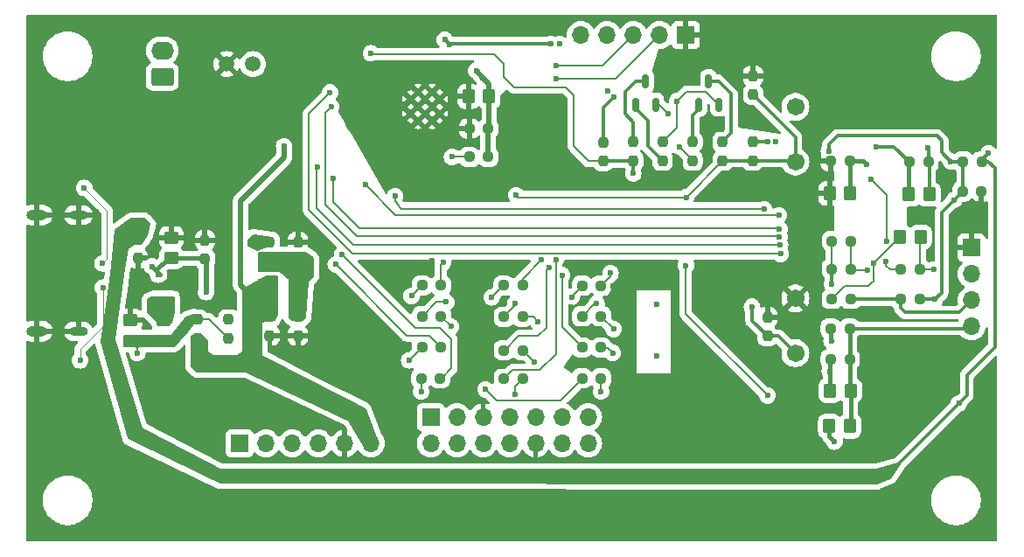
<source format=gbr>
%TF.GenerationSoftware,KiCad,Pcbnew,8.0.4*%
%TF.CreationDate,2024-10-15T03:00:00-05:00*%
%TF.ProjectId,FPP_10_8,4650505f-3130-45f3-982e-6b696361645f,rev?*%
%TF.SameCoordinates,Original*%
%TF.FileFunction,Copper,L2,Bot*%
%TF.FilePolarity,Positive*%
%FSLAX46Y46*%
G04 Gerber Fmt 4.6, Leading zero omitted, Abs format (unit mm)*
G04 Created by KiCad (PCBNEW 8.0.4) date 2024-10-15 03:00:00*
%MOMM*%
%LPD*%
G01*
G04 APERTURE LIST*
G04 Aperture macros list*
%AMRoundRect*
0 Rectangle with rounded corners*
0 $1 Rounding radius*
0 $2 $3 $4 $5 $6 $7 $8 $9 X,Y pos of 4 corners*
0 Add a 4 corners polygon primitive as box body*
4,1,4,$2,$3,$4,$5,$6,$7,$8,$9,$2,$3,0*
0 Add four circle primitives for the rounded corners*
1,1,$1+$1,$2,$3*
1,1,$1+$1,$4,$5*
1,1,$1+$1,$6,$7*
1,1,$1+$1,$8,$9*
0 Add four rect primitives between the rounded corners*
20,1,$1+$1,$2,$3,$4,$5,0*
20,1,$1+$1,$4,$5,$6,$7,0*
20,1,$1+$1,$6,$7,$8,$9,0*
20,1,$1+$1,$8,$9,$2,$3,0*%
G04 Aperture macros list end*
%TA.AperFunction,Conductor*%
%ADD10C,0.200000*%
%TD*%
%TA.AperFunction,ComponentPad*%
%ADD11O,2.000000X1.000000*%
%TD*%
%TA.AperFunction,ComponentPad*%
%ADD12O,1.800000X0.900000*%
%TD*%
%TA.AperFunction,ComponentPad*%
%ADD13C,1.701800*%
%TD*%
%TA.AperFunction,SMDPad,CuDef*%
%ADD14RoundRect,0.237500X-0.237500X0.250000X-0.237500X-0.250000X0.237500X-0.250000X0.237500X0.250000X0*%
%TD*%
%TA.AperFunction,SMDPad,CuDef*%
%ADD15RoundRect,0.237500X0.237500X-0.250000X0.237500X0.250000X-0.237500X0.250000X-0.237500X-0.250000X0*%
%TD*%
%TA.AperFunction,SMDPad,CuDef*%
%ADD16RoundRect,0.237500X-0.250000X-0.237500X0.250000X-0.237500X0.250000X0.237500X-0.250000X0.237500X0*%
%TD*%
%TA.AperFunction,SMDPad,CuDef*%
%ADD17RoundRect,0.150000X0.150000X-0.512500X0.150000X0.512500X-0.150000X0.512500X-0.150000X-0.512500X0*%
%TD*%
%TA.AperFunction,ComponentPad*%
%ADD18R,1.700000X1.700000*%
%TD*%
%TA.AperFunction,ComponentPad*%
%ADD19O,1.700000X1.700000*%
%TD*%
%TA.AperFunction,SMDPad,CuDef*%
%ADD20RoundRect,0.237500X0.250000X0.237500X-0.250000X0.237500X-0.250000X-0.237500X0.250000X-0.237500X0*%
%TD*%
%TA.AperFunction,SMDPad,CuDef*%
%ADD21RoundRect,0.250000X0.350000X0.450000X-0.350000X0.450000X-0.350000X-0.450000X0.350000X-0.450000X0*%
%TD*%
%TA.AperFunction,ComponentPad*%
%ADD22O,2.190000X1.740000*%
%TD*%
%TA.AperFunction,ComponentPad*%
%ADD23RoundRect,0.250000X0.845000X-0.620000X0.845000X0.620000X-0.845000X0.620000X-0.845000X-0.620000X0*%
%TD*%
%TA.AperFunction,HeatsinkPad*%
%ADD24C,0.600000*%
%TD*%
%TA.AperFunction,ComponentPad*%
%ADD25C,1.508000*%
%TD*%
%TA.AperFunction,SMDPad,CuDef*%
%ADD26RoundRect,0.250000X0.450000X-0.350000X0.450000X0.350000X-0.450000X0.350000X-0.450000X-0.350000X0*%
%TD*%
%TA.AperFunction,SMDPad,CuDef*%
%ADD27RoundRect,0.250000X-0.350000X-0.450000X0.350000X-0.450000X0.350000X0.450000X-0.350000X0.450000X0*%
%TD*%
%TA.AperFunction,SMDPad,CuDef*%
%ADD28RoundRect,0.250000X-0.450000X0.350000X-0.450000X-0.350000X0.450000X-0.350000X0.450000X0.350000X0*%
%TD*%
%TA.AperFunction,ViaPad*%
%ADD29C,0.600000*%
%TD*%
%TA.AperFunction,Conductor*%
%ADD30C,0.300000*%
%TD*%
%TA.AperFunction,Conductor*%
%ADD31C,0.500000*%
%TD*%
%TA.AperFunction,Conductor*%
%ADD32C,0.100000*%
%TD*%
%TA.AperFunction,Conductor*%
%ADD33C,0.400000*%
%TD*%
G04 APERTURE END LIST*
D10*
%TO.N,+5V*%
X188400000Y-112250000D02*
X187150000Y-112750000D01*
X187000000Y-111450000D01*
X189400000Y-110750000D01*
X188400000Y-112250000D01*
%TA.AperFunction,Conductor*%
G36*
X188400000Y-112250000D02*
G01*
X187150000Y-112750000D01*
X187000000Y-111450000D01*
X189400000Y-110750000D01*
X188400000Y-112250000D01*
G37*
%TD.AperFunction*%
X187150000Y-112750000D02*
X123550000Y-112700000D01*
X123550000Y-111450000D01*
X187150000Y-111450000D01*
X187150000Y-112750000D01*
%TA.AperFunction,Conductor*%
G36*
X187150000Y-112750000D02*
G01*
X123550000Y-112700000D01*
X123550000Y-111450000D01*
X187150000Y-111450000D01*
X187150000Y-112750000D01*
G37*
%TD.AperFunction*%
X114100000Y-92550000D02*
X113300000Y-98800000D01*
X115900000Y-107400000D01*
X123550000Y-111450000D01*
X123550000Y-112700000D01*
X114600000Y-108400000D01*
X112000000Y-99050000D01*
X112950000Y-92450000D01*
X114100000Y-92550000D01*
%TA.AperFunction,Conductor*%
G36*
X114100000Y-92550000D02*
G01*
X113300000Y-98800000D01*
X115900000Y-107400000D01*
X123550000Y-111450000D01*
X123550000Y-112700000D01*
X114600000Y-108400000D01*
X112000000Y-99050000D01*
X112950000Y-92450000D01*
X114100000Y-92550000D01*
G37*
%TD.AperFunction*%
X116700000Y-87650000D02*
X116400000Y-88700000D01*
X115950000Y-89400000D01*
X115350000Y-89450000D01*
X114550000Y-90000000D01*
X114100000Y-92550000D01*
X112950000Y-92450000D01*
X113400000Y-88250000D01*
X114850000Y-87150000D01*
X116150000Y-87100000D01*
X116700000Y-87650000D01*
%TA.AperFunction,Conductor*%
G36*
X116700000Y-87650000D02*
G01*
X116400000Y-88700000D01*
X115950000Y-89400000D01*
X115350000Y-89450000D01*
X114550000Y-90000000D01*
X114100000Y-92550000D01*
X112950000Y-92450000D01*
X113400000Y-88250000D01*
X114850000Y-87150000D01*
X116150000Y-87100000D01*
X116700000Y-87650000D01*
G37*
%TD.AperFunction*%
%TO.N,Net-(U1-SW)*%
X119000000Y-96200000D02*
X118750000Y-97200000D01*
X117500000Y-97200000D01*
X116500000Y-96200000D01*
X116500000Y-94950000D01*
X117000000Y-94700000D01*
X117750000Y-94700000D01*
X118500000Y-94700000D01*
X119000000Y-94700000D01*
X119000000Y-96200000D01*
%TA.AperFunction,Conductor*%
G36*
X119000000Y-96200000D02*
G01*
X118750000Y-97200000D01*
X117500000Y-97200000D01*
X116500000Y-96200000D01*
X116500000Y-94950000D01*
X117000000Y-94700000D01*
X117750000Y-94700000D01*
X118500000Y-94700000D01*
X119000000Y-94700000D01*
X119000000Y-96200000D01*
G37*
%TD.AperFunction*%
%TO.N,Net-(U2-OUT)*%
X132500000Y-90950000D02*
X132500000Y-92200000D01*
X127250000Y-92200000D01*
X127250000Y-90450000D01*
X131750000Y-90450000D01*
X132500000Y-90950000D01*
%TA.AperFunction,Conductor*%
G36*
X132500000Y-90950000D02*
G01*
X132500000Y-92200000D01*
X127250000Y-92200000D01*
X127250000Y-90450000D01*
X131750000Y-90450000D01*
X132500000Y-90950000D01*
G37*
%TD.AperFunction*%
X132500000Y-91200000D02*
X132500000Y-92700000D01*
X132000000Y-93200000D01*
X130250000Y-93200000D01*
X130250000Y-92200000D01*
X132250000Y-90950000D01*
X132500000Y-91200000D01*
%TA.AperFunction,Conductor*%
G36*
X132500000Y-91200000D02*
G01*
X132500000Y-92700000D01*
X132000000Y-93200000D01*
X130250000Y-93200000D01*
X130250000Y-92200000D01*
X132250000Y-90950000D01*
X132500000Y-91200000D01*
G37*
%TD.AperFunction*%
%TO.N,+3V3*%
X129000000Y-96450000D02*
X128750000Y-96950000D01*
X128000000Y-96950000D01*
X127500000Y-97200000D01*
X127500000Y-100450000D01*
X126000000Y-101950000D01*
X121250000Y-101950000D01*
X120750000Y-101450000D01*
X120750000Y-98450000D01*
X121750000Y-98450000D01*
X122250000Y-98950000D01*
X122250000Y-99950000D01*
X122750000Y-100450000D01*
X125250000Y-100450000D01*
X125750000Y-99950000D01*
X125750000Y-93950000D01*
X128000000Y-92700000D01*
X129000000Y-92700000D01*
X129000000Y-96450000D01*
%TA.AperFunction,Conductor*%
G36*
X129000000Y-96450000D02*
G01*
X128750000Y-96950000D01*
X128000000Y-96950000D01*
X127500000Y-97200000D01*
X127500000Y-100450000D01*
X126000000Y-101950000D01*
X121250000Y-101950000D01*
X120750000Y-101450000D01*
X120750000Y-98450000D01*
X121750000Y-98450000D01*
X122250000Y-98950000D01*
X122250000Y-99950000D01*
X122750000Y-100450000D01*
X125250000Y-100450000D01*
X125750000Y-99950000D01*
X125750000Y-93950000D01*
X128000000Y-92700000D01*
X129000000Y-92700000D01*
X129000000Y-96450000D01*
G37*
%TD.AperFunction*%
%TO.N,Net-(U2-OUT)*%
X131750000Y-96700000D02*
X131500000Y-96950000D01*
X130500000Y-96950000D01*
X130250000Y-96700000D01*
X130250000Y-93200000D01*
X132000000Y-93200000D01*
X131750000Y-96700000D01*
%TA.AperFunction,Conductor*%
G36*
X131750000Y-96700000D02*
G01*
X131500000Y-96950000D01*
X130500000Y-96950000D01*
X130250000Y-96700000D01*
X130250000Y-93200000D01*
X132000000Y-93200000D01*
X131750000Y-96700000D01*
G37*
%TD.AperFunction*%
%TO.N,+3V3*%
X137550000Y-105550000D02*
X138800000Y-108800000D01*
X137300000Y-108950000D01*
X136000000Y-106650000D01*
X126000000Y-101950000D01*
X127500000Y-100450000D01*
X137550000Y-105550000D01*
%TA.AperFunction,Conductor*%
G36*
X137550000Y-105550000D02*
G01*
X138800000Y-108800000D01*
X137300000Y-108950000D01*
X136000000Y-106650000D01*
X126000000Y-101950000D01*
X127500000Y-100450000D01*
X137550000Y-105550000D01*
G37*
%TD.AperFunction*%
%TO.N,+1V8*%
X128500000Y-88950000D02*
X128300000Y-89750000D01*
X127100000Y-90200000D01*
X126200000Y-89750000D01*
X126200000Y-89200000D01*
X126750000Y-88700000D01*
X128500000Y-88950000D01*
%TA.AperFunction,Conductor*%
G36*
X128500000Y-88950000D02*
G01*
X128300000Y-89750000D01*
X127100000Y-90200000D01*
X126200000Y-89750000D01*
X126200000Y-89200000D01*
X126750000Y-88700000D01*
X128500000Y-88950000D01*
G37*
%TD.AperFunction*%
%TO.N,Net-(C15-Pad1)*%
X121000000Y-97200000D02*
X120250000Y-98200000D01*
X119000000Y-99450000D01*
X114250000Y-99450000D01*
X114250000Y-98450000D01*
X118750000Y-98450000D01*
X120250000Y-96700000D01*
X121000000Y-96450000D01*
X121000000Y-97200000D01*
%TA.AperFunction,Conductor*%
G36*
X121000000Y-97200000D02*
G01*
X120250000Y-98200000D01*
X119000000Y-99450000D01*
X114250000Y-99450000D01*
X114250000Y-98450000D01*
X118750000Y-98450000D01*
X120250000Y-96700000D01*
X121000000Y-96450000D01*
X121000000Y-97200000D01*
G37*
%TD.AperFunction*%
%TO.N,Net-(U2-OUT)*%
X131000000Y-92200000D02*
X130500000Y-93200000D01*
X129250000Y-92200000D01*
X130000000Y-91950000D01*
X131000000Y-92200000D01*
%TA.AperFunction,Conductor*%
G36*
X131000000Y-92200000D02*
G01*
X130500000Y-93200000D01*
X129250000Y-92200000D01*
X130000000Y-91950000D01*
X131000000Y-92200000D01*
G37*
%TD.AperFunction*%
%TD*%
D11*
%TO.P,J2,S1,SHIELD*%
%TO.N,GND*%
X105782500Y-86780000D03*
D12*
%TO.P,J2,S3,SHIELD__2*%
X109782500Y-86780000D03*
%TO.P,J2,S4,SHIELD__3*%
X109782500Y-98020000D03*
D11*
%TO.P,J2,S2,SHIELD__1*%
X105782500Y-98020000D03*
%TD*%
D13*
%TO.P,SW2,1,1*%
%TO.N,N/C*%
X179200000Y-76300000D03*
%TO.P,SW2,6,6*%
X179200000Y-81600000D03*
%TD*%
%TO.P,SW3,1,1*%
%TO.N,GND*%
X179200000Y-94850000D03*
%TO.P,SW3,6,6*%
%TO.N,CHIP_PU*%
X179200000Y-100150000D03*
%TD*%
D14*
%TO.P,R31,1*%
%TO.N,Net-(Q2-C)*%
X172150000Y-79687500D03*
%TO.P,R31,2*%
%TO.N,GPIO0_STRAPPING*%
X172150000Y-81512500D03*
%TD*%
%TO.P,R30,1*%
%TO.N,Net-(Q1-C)*%
X163500000Y-79687500D03*
%TO.P,R30,2*%
%TO.N,CHIP_PU*%
X163500000Y-81512500D03*
%TD*%
D15*
%TO.P,R29,1*%
%TO.N,RTS*%
X169250000Y-81512500D03*
%TO.P,R29,2*%
%TO.N,Net-(Q2-B)*%
X169250000Y-79687500D03*
%TD*%
D14*
%TO.P,R28,1*%
%TO.N,DTR*%
X166350000Y-79687500D03*
%TO.P,R28,2*%
%TO.N,Net-(Q1-B)*%
X166350000Y-81512500D03*
%TD*%
D16*
%TO.P,R26,1*%
%TO.N,GPIO46_STRAPPING*%
X147625000Y-81150000D03*
%TO.P,R26,2*%
%TO.N,+3V3*%
X149450000Y-81150000D03*
%TD*%
D15*
%TO.P,R25,1*%
%TO.N,CHIP_PU*%
X160600000Y-81562500D03*
%TO.P,R25,2*%
%TO.N,+3V3*%
X160600000Y-79737500D03*
%TD*%
%TO.P,R24,1*%
%TO.N,GPIO0_STRAPPING*%
X175050000Y-81512500D03*
%TO.P,R24,2*%
%TO.N,+3V3*%
X175050000Y-79687500D03*
%TD*%
D17*
%TO.P,Q2,1,E*%
%TO.N,DTR*%
X171750000Y-76075000D03*
%TO.P,Q2,2,B*%
%TO.N,Net-(Q2-B)*%
X169850000Y-76075000D03*
%TO.P,Q2,3,C*%
%TO.N,Net-(Q2-C)*%
X170800000Y-73800000D03*
%TD*%
%TO.P,Q1,1,E*%
%TO.N,RTS*%
X165662500Y-76075000D03*
%TO.P,Q1,2,B*%
%TO.N,Net-(Q1-B)*%
X163762500Y-76075000D03*
%TO.P,Q1,3,C*%
%TO.N,Net-(Q1-C)*%
X164712500Y-73800000D03*
%TD*%
D18*
%TO.P,J4,1,Pin_1*%
%TO.N,GND*%
X168590000Y-69350000D03*
D19*
%TO.P,J4,2,Pin_2*%
%TO.N,esp_rx*%
X166050000Y-69350000D03*
%TO.P,J4,3,Pin_3*%
%TO.N,esp_tx*%
X163510000Y-69350000D03*
%TO.P,J4,4,Pin_4*%
%TO.N,DTR*%
X160970000Y-69350000D03*
%TO.P,J4,5,Pin_5*%
%TO.N,RTS*%
X158430000Y-69350000D03*
%TD*%
D20*
%TO.P,C23,1*%
%TO.N,+3V3*%
X149462500Y-78400000D03*
%TO.P,C23,2*%
%TO.N,GND*%
X147637500Y-78400000D03*
%TD*%
D21*
%TO.P,C22,1*%
%TO.N,+3V3*%
X149550000Y-75300000D03*
%TO.P,C22,2*%
%TO.N,GND*%
X147550000Y-75300000D03*
%TD*%
D15*
%TO.P,1u2,1*%
%TO.N,CHIP_PU*%
X176500000Y-98500000D03*
%TO.P,1u2,2*%
%TO.N,GND*%
X176500000Y-96675000D03*
%TD*%
%TO.P,1u1,2*%
%TO.N,GND*%
X175100000Y-73300000D03*
%TO.P,1u1,1*%
%TO.N,GPIO0_STRAPPING*%
X175100000Y-75125000D03*
%TD*%
D22*
%TO.P,PowerSwitch1,2,Pin_2*%
%TO.N,+5V*%
X117900000Y-70860000D03*
D23*
%TO.P,PowerSwitch1,1,Pin_1*%
%TO.N,Net-(J2-VBUS)*%
X117900000Y-73400000D03*
%TD*%
D18*
%TO.P,Connector_LCD1,1,Pin_1*%
%TO.N,LCD_SCLK*%
X125400000Y-108870000D03*
D19*
%TO.P,Connector_LCD1,2,Pin_2*%
%TO.N,LCD_MOSI*%
X127940000Y-108870000D03*
%TO.P,Connector_LCD1,3,Pin_3*%
%TO.N,LCD_MISO*%
X130480000Y-108870000D03*
%TO.P,Connector_LCD1,4,Pin_4*%
%TO.N,LCD_ss*%
X133020000Y-108870000D03*
%TO.P,Connector_LCD1,5,Pin_5*%
%TO.N,GND*%
X135560000Y-108870000D03*
%TO.P,Connector_LCD1,6,Pin_6*%
%TO.N,+3V3*%
X138100000Y-108870000D03*
%TD*%
%TO.P,FPP_connection1,4,Pin_4*%
%TO.N,probe_outer_pin1*%
X196260500Y-97564002D03*
%TO.P,FPP_connection1,3,Pin_3*%
%TO.N,probe_inner_pin1*%
X196260500Y-95024002D03*
%TO.P,FPP_connection1,2,Pin_2*%
%TO.N,probe_inner_pin2*%
X196260500Y-92484002D03*
D18*
%TO.P,FPP_connection1,1,Pin_1*%
%TO.N,GND*%
X196260500Y-89944002D03*
%TD*%
D24*
%TO.P,MCU1,41,GND*%
%TO.N,GND*%
X144750000Y-76950000D03*
X144750000Y-75550000D03*
X144050000Y-77650000D03*
X144050000Y-76250000D03*
X144050000Y-74850000D03*
X143350000Y-76950000D03*
X143350000Y-75550000D03*
X142650000Y-77650000D03*
X142650000Y-76250000D03*
X142650000Y-74850000D03*
X141950000Y-76950000D03*
X141950000Y-75550000D03*
%TD*%
D18*
%TO.P,J3,1,Pin_1*%
%TO.N,SW_0*%
X143890000Y-106330000D03*
D19*
%TO.P,J3,2,Pin_2*%
%TO.N,SW_1*%
X143890000Y-108870000D03*
%TO.P,J3,3,Pin_3*%
%TO.N,SW_2*%
X146430000Y-106330000D03*
%TO.P,J3,4,Pin_4*%
%TO.N,SW_3*%
X146430000Y-108870000D03*
%TO.P,J3,5,Pin_5*%
%TO.N,GND*%
X148970000Y-106330000D03*
%TO.P,J3,6,Pin_6*%
%TO.N,SW_4*%
X148970000Y-108870000D03*
%TO.P,J3,7,Pin_7*%
%TO.N,SW_5*%
X151510000Y-106330000D03*
%TO.P,J3,8,Pin_8*%
%TO.N,SW_6*%
X151510000Y-108870000D03*
%TO.P,J3,9,Pin_9*%
%TO.N,SW_7*%
X154050000Y-106330000D03*
%TO.P,J3,10,Pin_10*%
%TO.N,GND*%
X154050000Y-108870000D03*
%TO.P,J3,11,Pin_11*%
%TO.N,SW_8*%
X156590000Y-106330000D03*
%TO.P,J3,12,Pin_12*%
%TO.N,SW_9*%
X156590000Y-108870000D03*
%TO.P,J3,13,Pin_13*%
%TO.N,SW_ENTER*%
X159130000Y-106330000D03*
%TO.P,J3,14,Pin_14*%
%TO.N,SW_MEASURE*%
X159130000Y-108870000D03*
%TD*%
D25*
%TO.P,D2,2,A*%
%TO.N,Net-(D2-A)*%
X126670000Y-72150000D03*
%TO.P,D2,1,K*%
%TO.N,GND*%
X124130000Y-72150000D03*
%TD*%
D14*
%TO.P,C14,1*%
%TO.N,+3V3*%
X128290000Y-96625000D03*
%TO.P,C14,2*%
%TO.N,GND*%
X128290000Y-98450000D03*
%TD*%
D16*
%TO.P,C20,2*%
%TO.N,Net-(ADC1-DVDD)*%
X192080000Y-81630002D03*
%TO.P,C20,1*%
%TO.N,+1V8*%
X190255000Y-81630002D03*
%TD*%
D20*
%TO.P,R3,1*%
%TO.N,SW_2*%
X144877000Y-96589000D03*
%TO.P,R3,2*%
%TO.N,but_2*%
X143052000Y-96589000D03*
%TD*%
%TO.P,R10,1*%
%TO.N,SW_5*%
X152800000Y-102620000D03*
%TO.P,R10,2*%
%TO.N,but_5*%
X150975000Y-102620000D03*
%TD*%
%TO.P,R19,1*%
%TO.N,SW_MEASURE*%
X160377000Y-99589000D03*
%TO.P,R19,2*%
%TO.N,measure*%
X158552000Y-99589000D03*
%TD*%
D26*
%TO.P,R7,1*%
%TO.N,Net-(U1-EN)*%
X118790000Y-90950000D03*
%TO.P,R7,2*%
%TO.N,GND*%
X118790000Y-88950000D03*
%TD*%
D20*
%TO.P,R12,1*%
%TO.N,SW_7*%
X152800000Y-96620000D03*
%TO.P,R12,2*%
%TO.N,but_7*%
X150975000Y-96620000D03*
%TD*%
D26*
%TO.P,C16,1*%
%TO.N,Net-(C15-Pad1)*%
X114790000Y-98950000D03*
%TO.P,C16,2*%
%TO.N,GND*%
X114790000Y-96950000D03*
%TD*%
D16*
%TO.P,Rout1,2*%
%TO.N,probe_outer_pin1*%
X184456000Y-97763002D03*
%TO.P,Rout1,1*%
%TO.N,Net-(Rout1-Pad1)*%
X182631000Y-97763002D03*
%TD*%
D20*
%TO.P,Rin1,2*%
%TO.N,probe_inner_pin2*%
X182748000Y-89294002D03*
%TO.P,Rin1,1*%
%TO.N,Net-(opamp1-IN+)*%
X184573000Y-89294002D03*
%TD*%
D16*
%TO.P,Rset1,2*%
%TO.N,probe_outer_pin1*%
X184456000Y-100713002D03*
%TO.P,Rset1,1*%
%TO.N,Net-(Cset1-Pad1)*%
X182631000Y-100713002D03*
%TD*%
D20*
%TO.P,R22,1*%
%TO.N,+5V*%
X197260500Y-81594002D03*
%TO.P,R22,2*%
%TO.N,VGND*%
X195435500Y-81594002D03*
%TD*%
D21*
%TO.P,C19,2*%
%TO.N,GND*%
X182510500Y-84674002D03*
%TO.P,C19,1*%
%TO.N,Net-(ADC1-REFIN+)*%
X184510500Y-84674002D03*
%TD*%
D20*
%TO.P,R11,1*%
%TO.N,SW_6*%
X152800000Y-99870000D03*
%TO.P,R11,2*%
%TO.N,but_6*%
X150975000Y-99870000D03*
%TD*%
D16*
%TO.P,R16,1*%
%TO.N,SW_8*%
X158550000Y-93620000D03*
%TO.P,R16,2*%
%TO.N,but_8*%
X160375000Y-93620000D03*
%TD*%
D15*
%TO.P,C17,1*%
%TO.N,Net-(U2-OUT)*%
X131040000Y-91200000D03*
%TO.P,C17,2*%
%TO.N,GND*%
X131040000Y-89375000D03*
%TD*%
D16*
%TO.P,R23,1*%
%TO.N,VGND*%
X195385500Y-84494002D03*
%TO.P,R23,2*%
%TO.N,GND*%
X197210500Y-84494002D03*
%TD*%
D15*
%TO.P,C5,1*%
%TO.N,Net-(U1-EN)*%
X122040000Y-91025000D03*
%TO.P,C5,2*%
%TO.N,GND*%
X122040000Y-89200000D03*
%TD*%
D16*
%TO.P,R9,1*%
%TO.N,SW_4*%
X150953500Y-93589000D03*
%TO.P,R9,2*%
%TO.N,but_4*%
X152778500Y-93589000D03*
%TD*%
D15*
%TO.P,TR3,1*%
%TO.N,GND*%
X131040000Y-98450000D03*
%TO.P,TR3,2*%
%TO.N,Net-(U2-OUT)*%
X131040000Y-96625000D03*
%TD*%
D27*
%TO.P,C21,2*%
%TO.N,Net-(ADC1-DVDD)*%
X192160500Y-84774002D03*
%TO.P,C21,1*%
%TO.N,+1V8*%
X190160500Y-84774002D03*
%TD*%
D20*
%TO.P,C18,2*%
%TO.N,GND*%
X182628500Y-81544002D03*
%TO.P,C18,1*%
%TO.N,Net-(ADC1-REFIN+)*%
X184453500Y-81544002D03*
%TD*%
D27*
%TO.P,Ccomp1,2*%
%TO.N,probe_outer_pin1*%
X184493500Y-107213002D03*
%TO.P,Ccomp1,1*%
%TO.N,Net-(Ccomp1-Pad1)*%
X182493500Y-107213002D03*
%TD*%
D16*
%TO.P,R1,1*%
%TO.N,SW_0*%
X142964500Y-102589000D03*
%TO.P,R1,2*%
%TO.N,but_0*%
X144789500Y-102589000D03*
%TD*%
D14*
%TO.P,R20,1*%
%TO.N,Net-(C15-Pad1)*%
X121290000Y-96875000D03*
%TO.P,R20,2*%
%TO.N,+3V3*%
X121290000Y-98700000D03*
%TD*%
D20*
%TO.P,R17,1*%
%TO.N,SW_9*%
X160377000Y-96589000D03*
%TO.P,R17,2*%
%TO.N,but_9*%
X158552000Y-96589000D03*
%TD*%
%TO.P,Ro1,2*%
%TO.N,op-amp+*%
X189398000Y-92044002D03*
%TO.P,Ro1,1*%
%TO.N,Net-(opamp1-OUT)*%
X191223000Y-92044002D03*
%TD*%
D15*
%TO.P,R21,1*%
%TO.N,Net-(U2-OUT)*%
X128290000Y-91200000D03*
%TO.P,R21,2*%
%TO.N,+1V8*%
X128290000Y-89375000D03*
%TD*%
D16*
%TO.P,R4,1*%
%TO.N,SW_3*%
X143052000Y-93589000D03*
%TO.P,R4,2*%
%TO.N,but_3*%
X144877000Y-93589000D03*
%TD*%
D27*
%TO.P,Cset1,2*%
%TO.N,probe_outer_pin1*%
X184543500Y-103763002D03*
%TO.P,Cset1,1*%
%TO.N,Net-(Cset1-Pad1)*%
X182543500Y-103763002D03*
%TD*%
D20*
%TO.P,Cin1,2*%
%TO.N,probe_inner_pin1*%
X189398000Y-94944002D03*
%TO.P,Cin1,1*%
%TO.N,VGND*%
X191223000Y-94944002D03*
%TD*%
D15*
%TO.P,C15,1*%
%TO.N,Net-(C15-Pad1)*%
X124290000Y-98700000D03*
%TO.P,C15,2*%
%TO.N,Net-(U1-FB)*%
X124290000Y-96875000D03*
%TD*%
D27*
%TO.P,Rloop1,2*%
%TO.N,Net-(opamp1-OUT)*%
X191310500Y-88894002D03*
%TO.P,Rloop1,1*%
%TO.N,Net-(opamp1-IN-)*%
X189310500Y-88894002D03*
%TD*%
D15*
%TO.P,TR1,1*%
%TO.N,GND*%
X115540000Y-90950000D03*
%TO.P,TR1,2*%
%TO.N,+5V*%
X115540000Y-89125000D03*
%TD*%
D20*
%TO.P,Rin2,2*%
%TO.N,Net-(opamp1-IN-)*%
X182723000Y-94894002D03*
%TO.P,Rin2,1*%
%TO.N,probe_inner_pin1*%
X184548000Y-94894002D03*
%TD*%
D28*
%TO.P,L1,1,1*%
%TO.N,Net-(U1-SW)*%
X118040000Y-96950000D03*
%TO.P,L1,2,2*%
%TO.N,Net-(C15-Pad1)*%
X118040000Y-98950000D03*
%TD*%
D20*
%TO.P,R18,1*%
%TO.N,SW_ENTER*%
X160377000Y-102589000D03*
%TO.P,R18,2*%
%TO.N,enter*%
X158552000Y-102589000D03*
%TD*%
D16*
%TO.P,R2,1*%
%TO.N,SW_1*%
X143052000Y-99589000D03*
%TO.P,R2,2*%
%TO.N,but_1*%
X144877000Y-99589000D03*
%TD*%
%TO.P,Cin2,2*%
%TO.N,Net-(opamp1-IN+)*%
X184548000Y-91994002D03*
%TO.P,Cin2,1*%
%TO.N,probe_inner_pin2*%
X182723000Y-91994002D03*
%TD*%
D29*
%TO.N,+5V*%
X197898629Y-80801371D03*
%TO.N,GND*%
X116750000Y-82500000D03*
X118250000Y-79250000D03*
X119250000Y-75750000D03*
X115250000Y-95250000D03*
X115250000Y-93250000D03*
X108750000Y-93900000D03*
X108750000Y-90650000D03*
X105750000Y-89150000D03*
X105750000Y-94900000D03*
X178250000Y-103150000D03*
X168250000Y-105900000D03*
X172500000Y-101900000D03*
X144000000Y-104650000D03*
X145500000Y-104400000D03*
X140000000Y-104150000D03*
X132750000Y-95400000D03*
X140500000Y-94400000D03*
X144000000Y-91150000D03*
X157750000Y-104900000D03*
X150750000Y-95150000D03*
X150750000Y-98150000D03*
X150750000Y-101150000D03*
X152750000Y-91650000D03*
X132500000Y-97650000D03*
X131000000Y-79400000D03*
X134250000Y-72400000D03*
X119250000Y-112650000D03*
X108250000Y-107650000D03*
X108250000Y-78150000D03*
X188250000Y-117400000D03*
X183500000Y-117400000D03*
X178500000Y-117400000D03*
X173500000Y-117400000D03*
X168500000Y-117400000D03*
X163500000Y-117400000D03*
X158500000Y-117400000D03*
X153500000Y-117400000D03*
X148500000Y-117400000D03*
X143250000Y-117400000D03*
X138500000Y-117400000D03*
X133500000Y-117400000D03*
X128500000Y-117400000D03*
X123500000Y-117400000D03*
X118250000Y-117400000D03*
X112500000Y-117650000D03*
X188500000Y-77400000D03*
X193250000Y-77400000D03*
X183250000Y-77400000D03*
X188250000Y-72900000D03*
X183250000Y-72900000D03*
X160250000Y-91650000D03*
X160250000Y-83150000D03*
X187000000Y-107400000D03*
X187000000Y-109900000D03*
X181000000Y-97900000D03*
X192250000Y-86650000D03*
X167750000Y-99150000D03*
X166250000Y-93150000D03*
X163500000Y-91900000D03*
X157750000Y-101150000D03*
X159000000Y-104400000D03*
X160250000Y-101150000D03*
X160250000Y-98150000D03*
X157500000Y-95650000D03*
X161500000Y-93650000D03*
X162500000Y-95900000D03*
X163750000Y-103400000D03*
X162750000Y-110400000D03*
X133500000Y-92400000D03*
X129500000Y-97650000D03*
X178250000Y-73150000D03*
X178000000Y-85150000D03*
X177750000Y-82650000D03*
X176250000Y-78150000D03*
X174250000Y-76150000D03*
X173000000Y-71900000D03*
X173750000Y-74150000D03*
X166750000Y-72150000D03*
X169500000Y-73650000D03*
X170750000Y-77400000D03*
X170750000Y-79650000D03*
X173250000Y-82900000D03*
X165000000Y-82650000D03*
X169250000Y-82900000D03*
X148750000Y-84400000D03*
X146500000Y-82900000D03*
X142500000Y-84400000D03*
X150750000Y-83150000D03*
X151250000Y-68400000D03*
X151250000Y-75400000D03*
X146000000Y-72650000D03*
X142000000Y-72400000D03*
X138250000Y-80900000D03*
X138250000Y-76900000D03*
X138250000Y-72650000D03*
X111500000Y-86400000D03*
X117000000Y-89900000D03*
X120500000Y-89650000D03*
X123250000Y-92150000D03*
X123000000Y-95900000D03*
X123250000Y-94150000D03*
X123250000Y-103150000D03*
X119250000Y-101150000D03*
X116000000Y-102400000D03*
X117250000Y-105900000D03*
X197750000Y-109150000D03*
X198000000Y-105650000D03*
X198250000Y-101900000D03*
X195250000Y-99400000D03*
X194500000Y-94650000D03*
X192750000Y-98900000D03*
X188750000Y-100650000D03*
X188250000Y-95900000D03*
X192250000Y-90400000D03*
X193750000Y-84400000D03*
X193750000Y-83400000D03*
X196750000Y-80400000D03*
X190750000Y-87400000D03*
X194750000Y-87400000D03*
X196750000Y-86400000D03*
X197750000Y-78400000D03*
X187750000Y-68400000D03*
X182750000Y-68400000D03*
X177750000Y-68400000D03*
X172750000Y-68400000D03*
X156750000Y-68400000D03*
X147750000Y-68400000D03*
X142750000Y-68400000D03*
X138750000Y-68400000D03*
X132750000Y-68400000D03*
X127750000Y-68400000D03*
X122750000Y-68400000D03*
X117750000Y-68400000D03*
X112750000Y-68400000D03*
X128500000Y-73900000D03*
X128500000Y-78900000D03*
X126250000Y-82400000D03*
X123000000Y-84900000D03*
X124000000Y-87400000D03*
X120250000Y-87400000D03*
X129500000Y-87650000D03*
X127000000Y-85900000D03*
X130250000Y-82650000D03*
X150750000Y-91650000D03*
X148000000Y-91900000D03*
X147750000Y-96400000D03*
X147750000Y-100400000D03*
X147750000Y-104400000D03*
X139750000Y-100650000D03*
X139000000Y-97650000D03*
X138000000Y-103400000D03*
X139250000Y-106400000D03*
X155500000Y-110400000D03*
X147500000Y-110400000D03*
X172500000Y-98400000D03*
X170500000Y-92400000D03*
X173750000Y-92150000D03*
X181000000Y-91400000D03*
X176250000Y-92150000D03*
X163250000Y-83900000D03*
X195750000Y-110400000D03*
X110750000Y-105400000D03*
X105750000Y-105400000D03*
X105750000Y-110400000D03*
X110750000Y-110400000D03*
X115750000Y-110400000D03*
X115750000Y-115400000D03*
X120750000Y-115400000D03*
X125750000Y-115400000D03*
X130750000Y-115400000D03*
X135750000Y-115400000D03*
X140750000Y-115400000D03*
X145750000Y-115400000D03*
X150750000Y-115400000D03*
X155750000Y-115400000D03*
X160750000Y-115400000D03*
X170750000Y-115400000D03*
X165750000Y-115400000D03*
X180750000Y-115400000D03*
X175750000Y-115400000D03*
X185750000Y-115400000D03*
X190750000Y-115400000D03*
%TO.N,*%
X165750000Y-95400000D03*
X165750000Y-100400000D03*
%TO.N,GND*%
X175750000Y-105400000D03*
X172000000Y-105400000D03*
X165750000Y-105400000D03*
X175750000Y-100400000D03*
X170750000Y-95400000D03*
X170750000Y-100400000D03*
X165750000Y-110400000D03*
X170750000Y-110400000D03*
X175750000Y-110400000D03*
X180750000Y-110400000D03*
X180750000Y-105400000D03*
X180750000Y-100400000D03*
X180750000Y-95400000D03*
X180750000Y-85400000D03*
X180750000Y-80400000D03*
X180750000Y-75400000D03*
X195750000Y-75400000D03*
X185750000Y-75400000D03*
X190750000Y-75400000D03*
X190750000Y-70400000D03*
X180750000Y-70400000D03*
X185750000Y-70400000D03*
X175750000Y-70400000D03*
X170750000Y-70400000D03*
X140750000Y-110400000D03*
X150750000Y-80400000D03*
X140750000Y-75400000D03*
X140750000Y-80400000D03*
X120750000Y-105400000D03*
X130750000Y-100400000D03*
X130250000Y-85400000D03*
X130750000Y-75400000D03*
X125750000Y-75400000D03*
X130750000Y-70400000D03*
X125750000Y-70400000D03*
X115750000Y-70400000D03*
X110750000Y-80400000D03*
X110750000Y-75400000D03*
X105750000Y-75400000D03*
X105750000Y-80400000D03*
%TO.N,VGND*%
X192710500Y-94944002D03*
%TO.N,GPIO0_STRAPPING*%
X168612500Y-85050000D03*
X168600000Y-91650000D03*
X176500000Y-104250000D03*
%TO.N,+3V3*%
X145744977Y-70294977D03*
X145250000Y-69800000D03*
X155500000Y-70200000D03*
X156350000Y-70200000D03*
X161000000Y-74800000D03*
X161600000Y-75350000D03*
X177250000Y-79700000D03*
X176500000Y-79700000D03*
X148950000Y-73500000D03*
X129700000Y-80100000D03*
X129700000Y-80950000D03*
%TO.N,but_1*%
X134700000Y-91550000D03*
%TO.N,but_0*%
X135300000Y-90600000D03*
%TO.N,but_2*%
X145400000Y-95200000D03*
%TO.N,but_3*%
X145100000Y-91350000D03*
%TO.N,enter*%
X149200000Y-103650000D03*
%TO.N,measure*%
X156600000Y-92600000D03*
%TO.N,but_4*%
X154600000Y-91100000D03*
%TO.N,but_5*%
X156001473Y-91100000D03*
%TO.N,but_6*%
X155350000Y-91900000D03*
%TO.N,but_7*%
X152100000Y-95300000D03*
%TO.N,but_8*%
X161300000Y-92400000D03*
%TO.N,but_9*%
X159950000Y-95350000D03*
%TO.N,+3V3*%
X148300000Y-72800000D03*
%TO.N,CHIP_PU*%
X138100000Y-71100000D03*
%TO.N,+5V*%
X195050000Y-105000000D03*
X115350000Y-88200000D03*
X116200000Y-88300000D03*
X115350000Y-87450000D03*
X116250000Y-87450000D03*
%TO.N,Net-(J2-CC2)*%
X109950000Y-100850000D03*
X112150000Y-93800000D03*
%TO.N,Net-(J2-CC1)*%
X112100000Y-91450000D03*
X110350000Y-84150000D03*
%TO.N,esp_rx*%
X156050000Y-73600000D03*
%TO.N,esp_tx*%
X156050000Y-72300000D03*
%TO.N,GPIO46_STRAPPING*%
X145950000Y-81150000D03*
%TO.N,GPIO0_STRAPPING*%
X152150000Y-84850000D03*
%TO.N,CHIP_PU*%
X163500000Y-82750000D03*
X175000000Y-95650000D03*
%TO.N,op-amp+*%
X186500000Y-83350000D03*
X188000000Y-89300000D03*
X187950000Y-91250000D03*
%TO.N,DTR*%
X167750000Y-75750000D03*
%TO.N,RTS*%
X166900000Y-76950000D03*
X167950000Y-80150000D03*
%TO.N,VGND*%
X182454470Y-80569002D03*
X194260500Y-81594002D03*
X194573000Y-85306502D03*
%TO.N,ADC_MCLK*%
X177610500Y-86794002D03*
X137600000Y-83850000D03*
%TO.N,+1V8*%
X187060500Y-80174002D03*
X126550000Y-89200000D03*
X127200000Y-89750000D03*
%TO.N,ADC_MISO*%
X134450000Y-83200000D03*
X177660500Y-88094002D03*
%TO.N,Net-(ADC1-REFIN+)*%
X186060500Y-81874002D03*
%TO.N,ADC_\u002ACS*%
X177760500Y-90544002D03*
X134150000Y-74900000D03*
%TO.N,ADC_SCLK*%
X177713715Y-89692233D03*
X132950000Y-82150000D03*
%TO.N,Net-(ADC1-DVDD)*%
X192010500Y-80274002D03*
%TO.N,ADC_MOSI*%
X177660500Y-88894002D03*
X134250000Y-76300000D03*
%TO.N,ADC_out*%
X140450000Y-84950000D03*
%TO.N,SW_0*%
X142964500Y-103870000D03*
%TO.N,SW_1*%
X141800000Y-100841000D03*
%TO.N,SW_2*%
X145854000Y-97566000D03*
%TO.N,SW_3*%
X142035500Y-94605500D03*
%TO.N,Net-(U1-EN)*%
X117500000Y-92550000D03*
X116900000Y-91750000D03*
X122150000Y-94250000D03*
%TO.N,SW_4*%
X149800000Y-94742500D03*
%TO.N,SW_5*%
X152050000Y-104120000D03*
%TO.N,SW_6*%
X153925000Y-100995000D03*
%TO.N,SW_7*%
X154300000Y-97120000D03*
%TO.N,SW_8*%
X157550000Y-94700000D03*
%TO.N,SW_9*%
X161604000Y-97816000D03*
%TO.N,SW_ENTER*%
X160377000Y-103870000D03*
%TO.N,SW_MEASURE*%
X161518000Y-100120000D03*
%TO.N,+3V3*%
X127250000Y-94900000D03*
X127450000Y-93250000D03*
%TO.N,Net-(C15-Pad1)*%
X115500000Y-100150000D03*
%TO.N,Net-(U2-OUT)*%
X131375000Y-92075000D03*
X129875000Y-91325000D03*
%TO.N,Net-(Ccomp1-Pad1)*%
X182993500Y-108713002D03*
%TO.N,probe_inner_pin2*%
X182723000Y-93450000D03*
%TO.N,Net-(opamp1-IN+)*%
X186173000Y-92144002D03*
%TO.N,Net-(Cset1-Pad1)*%
X182524500Y-101894002D03*
%TO.N,Net-(U1-SW)*%
X117000000Y-94950000D03*
X117000000Y-96200000D03*
X118500000Y-95950000D03*
%TO.N,Net-(opamp1-OUT)*%
X192573000Y-92044002D03*
%TO.N,Net-(opamp1-IN-)*%
X186767002Y-91450000D03*
%TO.N,Net-(Rout1-Pad1)*%
X182693500Y-98963002D03*
%TO.N,ADC_out*%
X176160500Y-86194002D03*
%TD*%
D30*
%TO.N,+5V*%
X197260500Y-81439500D02*
X197898629Y-80801371D01*
X197260500Y-81594002D02*
X197260500Y-81439500D01*
X198500000Y-82200000D02*
X197894002Y-81594002D01*
X198500000Y-99550000D02*
X198500000Y-82200000D01*
X195800000Y-104250000D02*
X195800000Y-102250000D01*
X195050000Y-105000000D02*
X195800000Y-104250000D01*
X195800000Y-102250000D02*
X198500000Y-99550000D01*
X197894002Y-81594002D02*
X197260500Y-81594002D01*
%TO.N,VGND*%
X193360500Y-80694002D02*
X194260500Y-81594002D01*
X193360500Y-79544002D02*
X193360500Y-80694002D01*
X192910500Y-79094002D02*
X193360500Y-79544002D01*
X182454470Y-79900032D02*
X183260500Y-79094002D01*
X182454470Y-80569002D02*
X182454470Y-79900032D01*
X183260500Y-79094002D02*
X192910500Y-79094002D01*
%TO.N,probe_inner_pin2*%
X182723000Y-93450000D02*
X182723000Y-91994002D01*
D10*
%TO.N,GPIO0_STRAPPING*%
X168600000Y-96350000D02*
X168600000Y-91650000D01*
X176500000Y-104250000D02*
X168600000Y-96350000D01*
D30*
%TO.N,+5V*%
X195000000Y-105075000D02*
X188325000Y-111750000D01*
X195000000Y-104950000D02*
X195000000Y-105075000D01*
X195050000Y-105000000D02*
X195000000Y-104950000D01*
D31*
%TO.N,+3V3*%
X129700000Y-81200000D02*
X125500000Y-85400000D01*
X125500000Y-93550000D02*
X126850000Y-94900000D01*
X129700000Y-80100000D02*
X129700000Y-81200000D01*
X125500000Y-85400000D02*
X125500000Y-93550000D01*
X126850000Y-94900000D02*
X127250000Y-94900000D01*
D30*
X145650000Y-70200000D02*
X145250000Y-69800000D01*
X155500000Y-70200000D02*
X145650000Y-70200000D01*
X160600000Y-76350000D02*
X161600000Y-75350000D01*
X160600000Y-79737500D02*
X160600000Y-76350000D01*
X175050000Y-79687500D02*
X176487500Y-79687500D01*
X176487500Y-79687500D02*
X176500000Y-79700000D01*
D31*
X148950000Y-73450000D02*
X148300000Y-72800000D01*
X148950000Y-73500000D02*
X148950000Y-73450000D01*
X149550000Y-74100000D02*
X148950000Y-73500000D01*
D10*
%TO.N,but_0*%
X144800000Y-97700000D02*
X145900000Y-98800000D01*
X145900000Y-101600000D02*
X144911000Y-102589000D01*
X144911000Y-102589000D02*
X144789500Y-102589000D01*
X142400000Y-97700000D02*
X144800000Y-97700000D01*
X135300000Y-90600000D02*
X142400000Y-97700000D01*
X145900000Y-98800000D02*
X145900000Y-101600000D01*
%TO.N,but_1*%
X143738000Y-98450000D02*
X144877000Y-99589000D01*
X141600000Y-98450000D02*
X143738000Y-98450000D01*
X134700000Y-91550000D02*
X141600000Y-98450000D01*
%TO.N,but_2*%
X144441000Y-95200000D02*
X143052000Y-96589000D01*
X145400000Y-95200000D02*
X144441000Y-95200000D01*
%TO.N,but_3*%
X144877000Y-91573000D02*
X144877000Y-93589000D01*
X145100000Y-91350000D02*
X144877000Y-91573000D01*
%TO.N,enter*%
X150270000Y-104720000D02*
X149200000Y-103650000D01*
X156421000Y-104720000D02*
X150270000Y-104720000D01*
X158552000Y-102589000D02*
X156421000Y-104720000D01*
%TO.N,measure*%
X156600000Y-97637000D02*
X158552000Y-99589000D01*
X156600000Y-92600000D02*
X156600000Y-97637000D01*
%TO.N,but_6*%
X154300000Y-98500000D02*
X152400000Y-98500000D01*
X155100000Y-92150000D02*
X155100000Y-97700000D01*
X155350000Y-91900000D02*
X155100000Y-92150000D01*
X152400000Y-98500000D02*
X151030000Y-99870000D01*
X155100000Y-97700000D02*
X154300000Y-98500000D01*
X151030000Y-99870000D02*
X150975000Y-99870000D01*
%TO.N,but_5*%
X154450000Y-101800000D02*
X151795000Y-101800000D01*
X156000000Y-100250000D02*
X154450000Y-101800000D01*
X156000000Y-91101473D02*
X156000000Y-100250000D01*
X151795000Y-101800000D02*
X150975000Y-102620000D01*
X156001473Y-91100000D02*
X156000000Y-91101473D01*
%TO.N,SW_8*%
X157550000Y-94700000D02*
X157550000Y-94620000D01*
X157550000Y-94620000D02*
X158550000Y-93620000D01*
%TO.N,but_4*%
X152778500Y-92921500D02*
X152778500Y-93589000D01*
X154600000Y-91100000D02*
X152778500Y-92921500D01*
%TO.N,but_7*%
X152100000Y-95300000D02*
X152100000Y-95495000D01*
X152100000Y-95495000D02*
X150975000Y-96620000D01*
%TO.N,but_8*%
X161300000Y-92695000D02*
X160375000Y-93620000D01*
X161300000Y-92400000D02*
X161300000Y-92695000D01*
%TO.N,but_9*%
X159791000Y-95350000D02*
X158552000Y-96589000D01*
X159950000Y-95350000D02*
X159791000Y-95350000D01*
D31*
%TO.N,+3V3*%
X149550000Y-75300000D02*
X149550000Y-74100000D01*
D30*
X149462500Y-81137500D02*
X149450000Y-81150000D01*
D31*
X149462500Y-78400000D02*
X149462500Y-81137500D01*
X149550000Y-75300000D02*
X149550000Y-78312500D01*
D30*
X149550000Y-78312500D02*
X149462500Y-78400000D01*
D10*
%TO.N,CHIP_PU*%
X150050000Y-71200000D02*
X138200000Y-71200000D01*
X150950000Y-72100000D02*
X150050000Y-71200000D01*
X150950000Y-72750000D02*
X150950000Y-72100000D01*
X152000000Y-74450000D02*
X150950000Y-73400000D01*
X157000000Y-74450000D02*
X152000000Y-74450000D01*
X150950000Y-73400000D02*
X150950000Y-72750000D01*
X157750000Y-75200000D02*
X157000000Y-74450000D01*
X138200000Y-71200000D02*
X138100000Y-71100000D01*
X157750000Y-80100000D02*
X157750000Y-75200000D01*
X158300000Y-80650000D02*
X157750000Y-80100000D01*
X159212500Y-81562500D02*
X158300000Y-80650000D01*
X160600000Y-81562500D02*
X159212500Y-81562500D01*
D32*
%TO.N,+5V*%
X114725000Y-88525000D02*
X114800000Y-88450000D01*
%TO.N,Net-(J2-CC2)*%
X112150000Y-97550000D02*
X109950000Y-99750000D01*
X112150000Y-93800000D02*
X112150000Y-97550000D01*
X109950000Y-99750000D02*
X109950000Y-100850000D01*
%TO.N,Net-(J2-CC1)*%
X112550000Y-86350000D02*
X110325000Y-84125000D01*
X112100000Y-91450000D02*
X112550000Y-91000000D01*
X112550000Y-91000000D02*
X112550000Y-86350000D01*
D10*
%TO.N,esp_rx*%
X161800000Y-73600000D02*
X166050000Y-69350000D01*
X156050000Y-73600000D02*
X161800000Y-73600000D01*
%TO.N,esp_tx*%
X160560000Y-72300000D02*
X163510000Y-69350000D01*
X156050000Y-72300000D02*
X160560000Y-72300000D01*
%TO.N,GPIO46_STRAPPING*%
X145950000Y-81150000D02*
X147625000Y-81150000D01*
%TO.N,GPIO0_STRAPPING*%
X152350000Y-85050000D02*
X152150000Y-84850000D01*
X155250000Y-85050000D02*
X152350000Y-85050000D01*
X168612500Y-85050000D02*
X155250000Y-85050000D01*
X172150000Y-81512500D02*
X168612500Y-85050000D01*
D30*
%TO.N,CHIP_PU*%
X163500000Y-82750000D02*
X163500000Y-81512500D01*
X175000000Y-97000000D02*
X175000000Y-95650000D01*
X176500000Y-98500000D02*
X175000000Y-97000000D01*
D10*
%TO.N,op-amp+*%
X188000000Y-84850000D02*
X186500000Y-83350000D01*
X188000000Y-89300000D02*
X188000000Y-84850000D01*
X187950000Y-91650000D02*
X187950000Y-91250000D01*
X188344002Y-92044002D02*
X187950000Y-91650000D01*
X189398000Y-92044002D02*
X188344002Y-92044002D01*
%TO.N,ADC_MCLK*%
X162844002Y-86794002D02*
X177610500Y-86794002D01*
X162800000Y-86750000D02*
X162844002Y-86794002D01*
%TO.N,ADC_out*%
X141050000Y-86150000D02*
X176116498Y-86150000D01*
X176116498Y-86150000D02*
X176160500Y-86194002D01*
X140450000Y-85450000D02*
X140600000Y-85600000D01*
X140600000Y-85700000D02*
X141050000Y-86150000D01*
X140450000Y-84950000D02*
X140450000Y-85450000D01*
X140600000Y-85600000D02*
X140600000Y-85700000D01*
%TO.N,ADC_MCLK*%
X162800000Y-86750000D02*
X140500000Y-86750000D01*
%TO.N,ADC_MISO*%
X136950000Y-88050000D02*
X177616498Y-88050000D01*
X134450000Y-85550000D02*
X136950000Y-88050000D01*
X177616498Y-88050000D02*
X177660500Y-88094002D01*
X134450000Y-83200000D02*
X134450000Y-85550000D01*
%TO.N,ADC_MOSI*%
X136750000Y-88850000D02*
X177616498Y-88850000D01*
X133700000Y-76850000D02*
X133700000Y-85800000D01*
X133700000Y-85800000D02*
X136750000Y-88850000D01*
X134250000Y-76300000D02*
X133700000Y-76850000D01*
X177616498Y-88850000D02*
X177660500Y-88894002D01*
%TO.N,ADC_SCLK*%
X132850000Y-86100000D02*
X136398231Y-89648231D01*
X132950000Y-82150000D02*
X132850000Y-82250000D01*
X132850000Y-82250000D02*
X132850000Y-86100000D01*
X136398231Y-89648231D02*
X177669713Y-89648231D01*
X177669713Y-89648231D02*
X177713715Y-89692233D01*
%TO.N,ADC_\u002ACS*%
X177716498Y-90500000D02*
X177760500Y-90544002D01*
X132100000Y-86300000D02*
X136300000Y-90500000D01*
X132100000Y-76950000D02*
X132100000Y-86300000D01*
X136300000Y-90500000D02*
X177716498Y-90500000D01*
X134150000Y-74900000D02*
X132100000Y-76950000D01*
D30*
%TO.N,GPIO0_STRAPPING*%
X175100000Y-75125000D02*
X179201850Y-79226850D01*
X179201850Y-79226850D02*
X179201850Y-81600000D01*
%TO.N,CHIP_PU*%
X177551850Y-98500000D02*
X179201850Y-100150000D01*
X176500000Y-98500000D02*
X177551850Y-98500000D01*
D10*
%TO.N,RTS*%
X166025000Y-76075000D02*
X165662500Y-76075000D01*
X166900000Y-76950000D02*
X166025000Y-76075000D01*
X169250000Y-81450000D02*
X167950000Y-80150000D01*
X169250000Y-81512500D02*
X169250000Y-81450000D01*
D30*
%TO.N,GPIO0_STRAPPING*%
X179114350Y-81512500D02*
X179201850Y-81600000D01*
X175050000Y-81512500D02*
X179114350Y-81512500D01*
%TO.N,Net-(Q1-C)*%
X162700000Y-74850000D02*
X163750000Y-73800000D01*
X162700000Y-77000000D02*
X162700000Y-74850000D01*
X163750000Y-73800000D02*
X164712500Y-73800000D01*
X163500000Y-77800000D02*
X162700000Y-77000000D01*
X163500000Y-79687500D02*
X163500000Y-77800000D01*
%TO.N,Net-(Q1-B)*%
X164900000Y-77600000D02*
X163762500Y-76462500D01*
X164900000Y-80062500D02*
X164900000Y-77600000D01*
X166350000Y-81512500D02*
X164900000Y-80062500D01*
X163762500Y-76462500D02*
X163762500Y-76075000D01*
%TO.N,GPIO0_STRAPPING*%
X175050000Y-81512500D02*
X172150000Y-81512500D01*
%TO.N,Net-(Q2-C)*%
X173000000Y-75050000D02*
X171750000Y-73800000D01*
X172412500Y-79437500D02*
X173000000Y-78850000D01*
X172400000Y-79437500D02*
X172412500Y-79437500D01*
X172150000Y-79687500D02*
X172400000Y-79437500D01*
X173000000Y-78850000D02*
X173000000Y-75050000D01*
X171750000Y-73800000D02*
X170800000Y-73800000D01*
%TO.N,Net-(Q2-B)*%
X169250000Y-77100000D02*
X169250000Y-79687500D01*
X169850000Y-76500000D02*
X169250000Y-77100000D01*
X169850000Y-76075000D02*
X169850000Y-76500000D01*
D10*
%TO.N,DTR*%
X170525000Y-74850000D02*
X171750000Y-76075000D01*
X168650000Y-74850000D02*
X170525000Y-74850000D01*
X167750000Y-78287500D02*
X167750000Y-75750000D01*
X167750000Y-75750000D02*
X168650000Y-74850000D01*
X166350000Y-79687500D02*
X167750000Y-78287500D01*
D30*
%TO.N,CHIP_PU*%
X160600000Y-81562500D02*
X163450000Y-81562500D01*
X163450000Y-81562500D02*
X163500000Y-81512500D01*
%TO.N,VGND*%
X195435500Y-81594002D02*
X194260500Y-81594002D01*
X195435500Y-84444002D02*
X195385500Y-84494002D01*
X195435500Y-81594002D02*
X195435500Y-84444002D01*
X194573000Y-85306502D02*
X195385500Y-84494002D01*
X193360500Y-86519002D02*
X194573000Y-85306502D01*
X193360500Y-94294002D02*
X193360500Y-86519002D01*
X192710500Y-94944002D02*
X193360500Y-94294002D01*
X191223000Y-94944002D02*
X192710500Y-94944002D01*
D10*
%TO.N,ADC_MCLK*%
X140500000Y-86750000D02*
X137600000Y-83850000D01*
D30*
%TO.N,+1V8*%
X190216500Y-81630002D02*
X188760500Y-80174002D01*
D33*
X190160500Y-84774002D02*
X190160500Y-81724502D01*
D31*
X127350000Y-89450000D02*
X126802305Y-88902305D01*
D30*
X188760500Y-80174002D02*
X187060500Y-80174002D01*
D33*
X190160500Y-81724502D02*
X190255000Y-81630002D01*
D30*
X190255000Y-81630002D02*
X190216500Y-81630002D01*
D33*
%TO.N,Net-(ADC1-REFIN+)*%
X185730500Y-81544002D02*
X186060500Y-81874002D01*
X184510500Y-81601002D02*
X184453500Y-81544002D01*
X184453500Y-81544002D02*
X185730500Y-81544002D01*
X184510500Y-84674002D02*
X184510500Y-81601002D01*
D30*
%TO.N,Net-(ADC1-DVDD)*%
X192160500Y-84774002D02*
X192160500Y-81710502D01*
X192080000Y-80343502D02*
X192010500Y-80274002D01*
X192160500Y-81710502D02*
X192080000Y-81630002D01*
X192080000Y-81630002D02*
X192080000Y-80343502D01*
D10*
%TO.N,SW_0*%
X142964500Y-103870000D02*
X142964500Y-102589000D01*
%TO.N,SW_1*%
X141800000Y-100841000D02*
X143052000Y-99589000D01*
%TO.N,SW_2*%
X145854000Y-97566000D02*
X144877000Y-96589000D01*
%TO.N,SW_3*%
X142035500Y-94605500D02*
X143052000Y-93589000D01*
D33*
%TO.N,Net-(U1-EN)*%
X117300000Y-92150000D02*
X117125000Y-91975000D01*
X118790000Y-90950000D02*
X118500000Y-90950000D01*
X117125000Y-91975000D02*
X117125000Y-91950000D01*
X117300000Y-92150000D02*
X117700000Y-92550000D01*
X118790000Y-90950000D02*
X121965000Y-90950000D01*
X118500000Y-90950000D02*
X117300000Y-92150000D01*
X121965000Y-90950000D02*
X122040000Y-91025000D01*
D31*
X122150000Y-91135000D02*
X122040000Y-91025000D01*
X122150000Y-94250000D02*
X122150000Y-91135000D01*
D10*
%TO.N,SW_4*%
X149800000Y-94742500D02*
X150953500Y-93589000D01*
%TO.N,SW_5*%
X152050000Y-103370000D02*
X152800000Y-102620000D01*
X152050000Y-104120000D02*
X152050000Y-103370000D01*
%TO.N,SW_6*%
X153925000Y-100995000D02*
X152800000Y-99870000D01*
%TO.N,SW_7*%
X154300000Y-97120000D02*
X153800000Y-96620000D01*
X153800000Y-96620000D02*
X152800000Y-96620000D01*
%TO.N,SW_9*%
X161604000Y-97816000D02*
X160377000Y-96589000D01*
%TO.N,SW_ENTER*%
X160377000Y-103870000D02*
X160377000Y-102589000D01*
%TO.N,SW_MEASURE*%
X160769000Y-99589000D02*
X160377000Y-99589000D01*
X161518000Y-100088000D02*
X161050000Y-99620000D01*
X160800000Y-99620000D02*
X160769000Y-99589000D01*
X161050000Y-99620000D02*
X160800000Y-99620000D01*
%TO.N,Net-(C15-Pad1)*%
X122465000Y-96875000D02*
X124290000Y-98700000D01*
X116210000Y-98950000D02*
X118040000Y-98950000D01*
X121290000Y-96875000D02*
X122465000Y-96875000D01*
X115500000Y-99660000D02*
X114790000Y-98950000D01*
X115500000Y-99660000D02*
X116210000Y-98950000D01*
X115500000Y-100150000D02*
X115500000Y-99660000D01*
%TO.N,Net-(U2-OUT)*%
X129875000Y-92325000D02*
X129875000Y-91325000D01*
X130125000Y-92575000D02*
X129875000Y-92325000D01*
D33*
%TO.N,Net-(Ccomp1-Pad1)*%
X182493500Y-108213002D02*
X182493500Y-107213002D01*
X182993500Y-108713002D02*
X182493500Y-108213002D01*
D30*
%TO.N,probe_inner_pin1*%
X189398000Y-94944002D02*
X189398000Y-95749502D01*
X189842500Y-96194002D02*
X195090500Y-96194002D01*
X189398000Y-95749502D02*
X189842500Y-96194002D01*
X195090500Y-96194002D02*
X196260500Y-95024002D01*
X184598000Y-94944002D02*
X184548000Y-94894002D01*
X189398000Y-94944002D02*
X184598000Y-94944002D01*
D10*
%TO.N,probe_inner_pin2*%
X182748000Y-91969002D02*
X182723000Y-91994002D01*
X182748000Y-89294002D02*
X182748000Y-91969002D01*
%TO.N,Net-(opamp1-IN+)*%
X184573000Y-91969002D02*
X184548000Y-91994002D01*
X184698000Y-92144002D02*
X184548000Y-91994002D01*
X184573000Y-89294002D02*
X184573000Y-91969002D01*
X186173000Y-92144002D02*
X184698000Y-92144002D01*
D33*
%TO.N,Net-(Cset1-Pad1)*%
X182543500Y-103763002D02*
X182543500Y-100800502D01*
X182543500Y-100800502D02*
X182631000Y-100713002D01*
X182524500Y-101894002D02*
X182524500Y-100819502D01*
X182524500Y-100819502D02*
X182631000Y-100713002D01*
D10*
%TO.N,GPIO46_STRAPPING*%
X147675000Y-81275000D02*
X147950000Y-81550000D01*
%TO.N,Net-(opamp1-OUT)*%
X191223000Y-92044002D02*
X192573000Y-92044002D01*
X191223000Y-88981502D02*
X191310500Y-88894002D01*
X191223000Y-92044002D02*
X191223000Y-88981502D01*
%TO.N,Net-(opamp1-IN-)*%
X186773000Y-91455998D02*
X186767002Y-91450000D01*
X183973000Y-93644002D02*
X186273000Y-93644002D01*
X186723000Y-93194002D02*
X186773000Y-93194002D01*
X186773000Y-93194002D02*
X186773000Y-91455998D01*
X186767002Y-91450000D02*
X186767002Y-91437500D01*
X182723000Y-94894002D02*
X183973000Y-93644002D01*
X186273000Y-93644002D02*
X186723000Y-93194002D01*
X186767002Y-91437500D02*
X189310500Y-88894002D01*
D33*
%TO.N,Net-(Rout1-Pad1)*%
X182631000Y-98900502D02*
X182631000Y-97763002D01*
X182693500Y-98963002D02*
X182631000Y-98900502D01*
%TO.N,probe_outer_pin1*%
X184456000Y-100713002D02*
X184456000Y-103775502D01*
X184543500Y-107163002D02*
X184493500Y-107213002D01*
X184456000Y-97763002D02*
X184456000Y-100713002D01*
X184456000Y-103775502D02*
X184493500Y-103813002D01*
D30*
X196061500Y-97763002D02*
X196260500Y-97564002D01*
X184456000Y-97763002D02*
X196061500Y-97763002D01*
D33*
X184543500Y-103763002D02*
X184543500Y-107163002D01*
%TD*%
%TA.AperFunction,Conductor*%
%TO.N,GND*%
G36*
X144250830Y-91120185D02*
G01*
X144296585Y-91172989D01*
X144307011Y-91238384D01*
X144294484Y-91349567D01*
X144294435Y-91350000D01*
X144295480Y-91359273D01*
X144297916Y-91380896D01*
X144294470Y-91426870D01*
X144276499Y-91493941D01*
X144276499Y-91662046D01*
X144276500Y-91662059D01*
X144276500Y-92631388D01*
X144256815Y-92698427D01*
X144217598Y-92736926D01*
X144166150Y-92768659D01*
X144166149Y-92768660D01*
X144052181Y-92882629D01*
X143990858Y-92916114D01*
X143921166Y-92911130D01*
X143876819Y-92882629D01*
X143762851Y-92768661D01*
X143762850Y-92768660D01*
X143666273Y-92709091D01*
X143616018Y-92678093D01*
X143616013Y-92678091D01*
X143595640Y-92671340D01*
X143452253Y-92623826D01*
X143452251Y-92623825D01*
X143351178Y-92613500D01*
X142752830Y-92613500D01*
X142752812Y-92613501D01*
X142651747Y-92623825D01*
X142487984Y-92678092D01*
X142487981Y-92678093D01*
X142341148Y-92768661D01*
X142219161Y-92890648D01*
X142128593Y-93037481D01*
X142128591Y-93037486D01*
X142107126Y-93102263D01*
X142074326Y-93201247D01*
X142074326Y-93201248D01*
X142074325Y-93201248D01*
X142064000Y-93302315D01*
X142064000Y-93676402D01*
X142044315Y-93743441D01*
X142027677Y-93764087D01*
X142016961Y-93774802D01*
X141955636Y-93808284D01*
X141943168Y-93810337D01*
X141856250Y-93820130D01*
X141685978Y-93879710D01*
X141533237Y-93975684D01*
X141405684Y-94103237D01*
X141309711Y-94255976D01*
X141250131Y-94426245D01*
X141250130Y-94426250D01*
X141229935Y-94605496D01*
X141229935Y-94605503D01*
X141250130Y-94784749D01*
X141250131Y-94784754D01*
X141309711Y-94955023D01*
X141403105Y-95103657D01*
X141405684Y-95107762D01*
X141533238Y-95235316D01*
X141571596Y-95259418D01*
X141683633Y-95329816D01*
X141685978Y-95331289D01*
X141815661Y-95376667D01*
X141856245Y-95390868D01*
X141856250Y-95390869D01*
X142035496Y-95411065D01*
X142035500Y-95411065D01*
X142035504Y-95411065D01*
X142214749Y-95390869D01*
X142214752Y-95390868D01*
X142214755Y-95390868D01*
X142385022Y-95331289D01*
X142537762Y-95235316D01*
X142665316Y-95107762D01*
X142761289Y-94955022D01*
X142820868Y-94784755D01*
X142830661Y-94697829D01*
X142857726Y-94633418D01*
X142866192Y-94624041D01*
X142889418Y-94600816D01*
X142950742Y-94567332D01*
X142977097Y-94564499D01*
X143351170Y-94564499D01*
X143351176Y-94564499D01*
X143452253Y-94554174D01*
X143616016Y-94499908D01*
X143762850Y-94409340D01*
X143876819Y-94295371D01*
X143938142Y-94261886D01*
X144007834Y-94266870D01*
X144052181Y-94295371D01*
X144166150Y-94409340D01*
X144203673Y-94432484D01*
X144250398Y-94484431D01*
X144261621Y-94553394D01*
X144233778Y-94617476D01*
X144200577Y-94645410D01*
X144072287Y-94719477D01*
X144072282Y-94719481D01*
X143214582Y-95577181D01*
X143153259Y-95610666D01*
X143126901Y-95613500D01*
X142752830Y-95613500D01*
X142752812Y-95613501D01*
X142651747Y-95623825D01*
X142487984Y-95678092D01*
X142487981Y-95678093D01*
X142341148Y-95768661D01*
X142219161Y-95890648D01*
X142128593Y-96037481D01*
X142128591Y-96037486D01*
X142111402Y-96089359D01*
X142074326Y-96201247D01*
X142074326Y-96201248D01*
X142074325Y-96201248D01*
X142070829Y-96235477D01*
X142044433Y-96300168D01*
X141987252Y-96340320D01*
X141917441Y-96343183D01*
X141859790Y-96310555D01*
X136861416Y-91312181D01*
X136827931Y-91250858D01*
X136832915Y-91181166D01*
X136874787Y-91125233D01*
X136940251Y-91100816D01*
X136949097Y-91100500D01*
X144183791Y-91100500D01*
X144250830Y-91120185D01*
G37*
%TD.AperFunction*%
%TA.AperFunction,Conductor*%
G36*
X198692539Y-67420185D02*
G01*
X198738294Y-67472989D01*
X198749500Y-67524500D01*
X198749500Y-80221931D01*
X198729815Y-80288970D01*
X198677011Y-80334725D01*
X198607853Y-80344669D01*
X198544297Y-80315644D01*
X198528560Y-80299253D01*
X198528445Y-80299109D01*
X198400891Y-80171555D01*
X198248152Y-80075582D01*
X198077883Y-80016002D01*
X198077878Y-80016001D01*
X197898633Y-79995806D01*
X197898625Y-79995806D01*
X197719379Y-80016001D01*
X197719374Y-80016002D01*
X197549105Y-80075582D01*
X197396366Y-80171555D01*
X197268813Y-80299108D01*
X197172841Y-80451846D01*
X197172840Y-80451847D01*
X197143583Y-80535458D01*
X197102861Y-80592234D01*
X197037908Y-80617980D01*
X197026544Y-80618502D01*
X196961331Y-80618502D01*
X196961312Y-80618503D01*
X196860247Y-80628827D01*
X196696484Y-80683094D01*
X196696481Y-80683095D01*
X196549648Y-80773663D01*
X196435681Y-80887631D01*
X196374358Y-80921116D01*
X196304666Y-80916132D01*
X196260319Y-80887631D01*
X196146351Y-80773663D01*
X196146350Y-80773662D01*
X196016118Y-80693334D01*
X195999518Y-80683095D01*
X195999513Y-80683093D01*
X195979188Y-80676358D01*
X195835753Y-80628828D01*
X195835751Y-80628827D01*
X195734678Y-80618502D01*
X195136330Y-80618502D01*
X195136312Y-80618503D01*
X195035247Y-80628827D01*
X194871484Y-80683094D01*
X194871481Y-80683095D01*
X194724648Y-80773663D01*
X194679985Y-80818325D01*
X194618662Y-80851809D01*
X194551353Y-80847684D01*
X194439755Y-80808634D01*
X194439753Y-80808633D01*
X194439746Y-80808632D01*
X194432512Y-80807817D01*
X194368100Y-80780746D01*
X194358723Y-80772279D01*
X194047319Y-80460875D01*
X194013834Y-80399552D01*
X194011000Y-80373194D01*
X194011000Y-79479930D01*
X193986002Y-79354263D01*
X193986001Y-79354262D01*
X193986001Y-79354258D01*
X193936965Y-79235875D01*
X193895277Y-79173484D01*
X193880527Y-79151408D01*
X193865779Y-79129335D01*
X193865777Y-79129333D01*
X193325174Y-78588729D01*
X193325173Y-78588728D01*
X193312940Y-78580554D01*
X193218627Y-78517537D01*
X193100244Y-78468501D01*
X193077963Y-78464069D01*
X192974571Y-78443502D01*
X192974569Y-78443502D01*
X183196431Y-78443502D01*
X183196429Y-78443502D01*
X183070761Y-78468499D01*
X183070751Y-78468502D01*
X183021720Y-78488812D01*
X182952381Y-78517532D01*
X182952363Y-78517542D01*
X182845832Y-78588723D01*
X182845825Y-78588729D01*
X181949197Y-79485357D01*
X181949191Y-79485364D01*
X181878994Y-79590422D01*
X181878995Y-79590423D01*
X181878005Y-79591904D01*
X181828969Y-79710287D01*
X181828967Y-79710293D01*
X181803970Y-79835960D01*
X181803970Y-80063933D01*
X181784964Y-80129905D01*
X181728681Y-80219479D01*
X181728679Y-80219483D01*
X181669103Y-80389739D01*
X181669100Y-80389752D01*
X181648905Y-80568998D01*
X181648905Y-80569005D01*
X181669100Y-80748251D01*
X181669101Y-80748256D01*
X181717354Y-80886153D01*
X181720915Y-80955932D01*
X181708402Y-80986063D01*
X181708598Y-80986155D01*
X181706462Y-80990735D01*
X181705856Y-80992195D01*
X181705550Y-80992690D01*
X181705545Y-80992701D01*
X181651319Y-81156347D01*
X181651319Y-81156348D01*
X181641000Y-81257347D01*
X181641000Y-81294002D01*
X182081624Y-81294002D01*
X182122579Y-81300961D01*
X182275207Y-81354368D01*
X182275213Y-81354369D01*
X182275215Y-81354370D01*
X182275216Y-81354370D01*
X182275220Y-81354371D01*
X182454466Y-81374567D01*
X182454470Y-81374567D01*
X182454474Y-81374567D01*
X182633719Y-81354371D01*
X182633722Y-81354370D01*
X182633725Y-81354370D01*
X182633726Y-81354369D01*
X182633729Y-81354369D01*
X182694647Y-81333052D01*
X182713544Y-81326439D01*
X182783323Y-81322877D01*
X182843951Y-81357606D01*
X182876178Y-81419599D01*
X182878500Y-81443481D01*
X182878500Y-82519001D01*
X182879539Y-82520040D01*
X182943039Y-82538686D01*
X182988794Y-82591490D01*
X183000000Y-82643001D01*
X183000000Y-83350002D01*
X182980315Y-83417041D01*
X182927511Y-83462796D01*
X182876000Y-83474002D01*
X182760500Y-83474002D01*
X182760500Y-85874001D01*
X182876000Y-85874001D01*
X182943039Y-85893686D01*
X182988794Y-85946490D01*
X183000000Y-85998001D01*
X183000000Y-88194502D01*
X182980315Y-88261541D01*
X182927511Y-88307296D01*
X182876000Y-88318502D01*
X182448830Y-88318502D01*
X182448812Y-88318503D01*
X182347747Y-88328827D01*
X182183984Y-88383094D01*
X182183981Y-88383095D01*
X182037148Y-88473663D01*
X181915161Y-88595650D01*
X181824593Y-88742483D01*
X181824592Y-88742486D01*
X181770326Y-88906249D01*
X181770326Y-88906250D01*
X181770325Y-88906250D01*
X181760000Y-89007317D01*
X181760000Y-89580671D01*
X181760001Y-89580689D01*
X181770325Y-89681754D01*
X181801273Y-89775146D01*
X181816433Y-89820897D01*
X181824592Y-89845517D01*
X181824593Y-89845520D01*
X181836690Y-89865132D01*
X181915160Y-89992352D01*
X182037150Y-90114342D01*
X182088597Y-90146074D01*
X182135321Y-90198019D01*
X182147500Y-90251612D01*
X182147500Y-91020970D01*
X182127815Y-91088009D01*
X182088597Y-91126508D01*
X182012153Y-91173659D01*
X182012149Y-91173662D01*
X181890161Y-91295650D01*
X181799593Y-91442483D01*
X181799591Y-91442488D01*
X181783752Y-91490288D01*
X181745326Y-91606249D01*
X181745326Y-91606250D01*
X181745325Y-91606250D01*
X181735000Y-91707317D01*
X181735000Y-92280671D01*
X181735001Y-92280689D01*
X181745325Y-92381754D01*
X181764951Y-92440980D01*
X181797799Y-92540108D01*
X181799592Y-92545517D01*
X181799593Y-92545520D01*
X181820401Y-92579255D01*
X181890160Y-92692352D01*
X182012150Y-92814342D01*
X182013598Y-92815235D01*
X182014382Y-92816106D01*
X182017817Y-92818823D01*
X182017352Y-92819409D01*
X182060321Y-92867182D01*
X182072500Y-92920773D01*
X182072500Y-92944931D01*
X182053494Y-93010903D01*
X181997211Y-93100477D01*
X181997210Y-93100479D01*
X181937633Y-93270737D01*
X181937630Y-93270750D01*
X181917435Y-93449996D01*
X181917435Y-93450003D01*
X181937630Y-93629249D01*
X181937631Y-93629254D01*
X181997211Y-93799523D01*
X182059001Y-93897861D01*
X182078001Y-93965098D01*
X182057633Y-94031933D01*
X182019111Y-94069367D01*
X182012154Y-94073658D01*
X182012149Y-94073662D01*
X181890161Y-94195650D01*
X181799593Y-94342483D01*
X181799591Y-94342488D01*
X181777439Y-94409338D01*
X181745326Y-94506249D01*
X181745326Y-94506250D01*
X181745325Y-94506250D01*
X181735000Y-94607317D01*
X181735000Y-95180671D01*
X181735001Y-95180689D01*
X181745325Y-95281754D01*
X181777634Y-95379254D01*
X181793054Y-95425789D01*
X181799592Y-95445517D01*
X181799593Y-95445520D01*
X181813637Y-95468288D01*
X181890160Y-95592352D01*
X182012150Y-95714342D01*
X182158984Y-95804910D01*
X182322747Y-95859176D01*
X182423823Y-95869502D01*
X183022176Y-95869501D01*
X183022184Y-95869500D01*
X183022187Y-95869500D01*
X183110350Y-95860494D01*
X183123253Y-95859176D01*
X183287016Y-95804910D01*
X183433850Y-95714342D01*
X183547819Y-95600373D01*
X183609142Y-95566888D01*
X183678834Y-95571872D01*
X183723181Y-95600373D01*
X183837150Y-95714342D01*
X183983984Y-95804910D01*
X184147747Y-95859176D01*
X184248823Y-95869502D01*
X184847176Y-95869501D01*
X184847184Y-95869500D01*
X184847187Y-95869500D01*
X184935350Y-95860494D01*
X184948253Y-95859176D01*
X185112016Y-95804910D01*
X185258850Y-95714342D01*
X185342371Y-95630821D01*
X185403694Y-95597336D01*
X185430052Y-95594502D01*
X188467292Y-95594502D01*
X188534331Y-95614187D01*
X188559915Y-95637382D01*
X188560053Y-95637245D01*
X188562852Y-95640044D01*
X188564555Y-95641588D01*
X188565155Y-95642347D01*
X188565160Y-95642352D01*
X188687150Y-95764342D01*
X188698796Y-95771525D01*
X188745520Y-95823471D01*
X188755317Y-95852871D01*
X188768571Y-95919497D01*
X188768571Y-95919499D01*
X188772497Y-95939238D01*
X188772501Y-95939251D01*
X188821532Y-96057625D01*
X188828786Y-96068481D01*
X188874958Y-96137584D01*
X188892726Y-96164175D01*
X189427825Y-96699274D01*
X189427832Y-96699280D01*
X189519359Y-96760436D01*
X189519361Y-96760437D01*
X189534364Y-96770462D01*
X189534375Y-96770468D01*
X189558909Y-96780630D01*
X189652756Y-96819503D01*
X189652760Y-96819503D01*
X189652761Y-96819504D01*
X189778428Y-96844502D01*
X189778431Y-96844502D01*
X194911255Y-96844502D01*
X194978294Y-96864187D01*
X195024049Y-96916991D01*
X195033993Y-96986149D01*
X195023637Y-97020906D01*
X195014311Y-97040906D01*
X194968139Y-97093346D01*
X194901929Y-97112502D01*
X185386708Y-97112502D01*
X185319669Y-97092817D01*
X185294084Y-97069621D01*
X185293947Y-97069759D01*
X185291147Y-97066959D01*
X185289445Y-97065416D01*
X185288844Y-97064656D01*
X185166851Y-96942663D01*
X185166850Y-96942662D01*
X185058266Y-96875687D01*
X185020018Y-96852095D01*
X185020013Y-96852093D01*
X184994959Y-96843791D01*
X184856253Y-96797828D01*
X184856251Y-96797827D01*
X184755178Y-96787502D01*
X184156830Y-96787502D01*
X184156812Y-96787503D01*
X184055747Y-96797827D01*
X183891984Y-96852094D01*
X183891981Y-96852095D01*
X183745148Y-96942663D01*
X183631181Y-97056631D01*
X183569858Y-97090116D01*
X183500166Y-97085132D01*
X183455819Y-97056631D01*
X183341851Y-96942663D01*
X183341850Y-96942662D01*
X183233266Y-96875687D01*
X183195018Y-96852095D01*
X183195013Y-96852093D01*
X183169959Y-96843791D01*
X183031253Y-96797828D01*
X183031251Y-96797827D01*
X182930178Y-96787502D01*
X182331830Y-96787502D01*
X182331812Y-96787503D01*
X182230747Y-96797827D01*
X182066984Y-96852094D01*
X182066981Y-96852095D01*
X181920148Y-96942663D01*
X181798161Y-97064650D01*
X181707593Y-97211483D01*
X181707591Y-97211488D01*
X181698541Y-97238800D01*
X181653326Y-97375249D01*
X181653326Y-97375250D01*
X181653325Y-97375250D01*
X181643000Y-97476317D01*
X181643000Y-98049671D01*
X181643001Y-98049689D01*
X181653325Y-98150754D01*
X181707592Y-98314517D01*
X181707593Y-98314520D01*
X181741895Y-98370131D01*
X181788577Y-98445816D01*
X181798161Y-98461353D01*
X181894181Y-98557373D01*
X181927666Y-98618696D01*
X181930500Y-98645054D01*
X181930500Y-98698753D01*
X181923542Y-98739707D01*
X181908131Y-98783749D01*
X181887935Y-98962998D01*
X181887935Y-98963005D01*
X181908130Y-99142251D01*
X181908131Y-99142256D01*
X181967711Y-99312525D01*
X182063684Y-99465264D01*
X182175348Y-99576928D01*
X182208833Y-99638251D01*
X182203849Y-99707943D01*
X182161977Y-99763876D01*
X182126673Y-99782314D01*
X182066990Y-99802092D01*
X182066981Y-99802095D01*
X181920148Y-99892663D01*
X181798161Y-100014650D01*
X181707593Y-100161483D01*
X181707591Y-100161488D01*
X181689732Y-100215384D01*
X181653326Y-100325249D01*
X181653326Y-100325250D01*
X181653325Y-100325250D01*
X181643000Y-100426317D01*
X181643000Y-100999671D01*
X181643001Y-100999689D01*
X181653325Y-101100754D01*
X181707592Y-101264517D01*
X181707593Y-101264520D01*
X181720362Y-101285222D01*
X181786111Y-101391818D01*
X181799344Y-101413271D01*
X181817784Y-101480664D01*
X181800766Y-101537743D01*
X181801731Y-101538208D01*
X181798835Y-101544220D01*
X181798801Y-101544336D01*
X181798710Y-101544480D01*
X181739133Y-101714739D01*
X181739130Y-101714752D01*
X181718935Y-101893998D01*
X181718935Y-101894005D01*
X181739130Y-102073251D01*
X181739131Y-102073256D01*
X181798711Y-102243526D01*
X181823993Y-102283760D01*
X181843000Y-102349733D01*
X181843000Y-102578203D01*
X181823315Y-102645242D01*
X181784098Y-102683741D01*
X181724844Y-102720289D01*
X181600789Y-102844344D01*
X181508687Y-102993665D01*
X181508685Y-102993670D01*
X181499899Y-103020184D01*
X181453501Y-103160205D01*
X181453501Y-103160206D01*
X181453500Y-103160206D01*
X181443000Y-103262985D01*
X181443000Y-104263003D01*
X181443001Y-104263021D01*
X181453500Y-104365798D01*
X181453501Y-104365801D01*
X181508685Y-104532333D01*
X181508687Y-104532338D01*
X181543499Y-104588778D01*
X181600788Y-104681658D01*
X181724844Y-104805714D01*
X181874166Y-104897816D01*
X182040703Y-104953001D01*
X182143491Y-104963502D01*
X182943508Y-104963501D01*
X182943516Y-104963500D01*
X182943519Y-104963500D01*
X182999802Y-104957750D01*
X183046297Y-104953001D01*
X183212834Y-104897816D01*
X183362156Y-104805714D01*
X183455819Y-104712051D01*
X183517142Y-104678566D01*
X183586834Y-104683550D01*
X183631181Y-104712051D01*
X183724844Y-104805714D01*
X183784096Y-104842260D01*
X183830821Y-104894206D01*
X183843000Y-104947799D01*
X183843000Y-105997364D01*
X183823315Y-106064403D01*
X183784098Y-106102901D01*
X183728805Y-106137007D01*
X183674842Y-106170291D01*
X183581181Y-106263953D01*
X183519858Y-106297438D01*
X183450166Y-106292454D01*
X183405819Y-106263953D01*
X183312157Y-106170291D01*
X183312156Y-106170290D01*
X183162834Y-106078188D01*
X182996297Y-106023003D01*
X182996295Y-106023002D01*
X182893510Y-106012502D01*
X182093498Y-106012502D01*
X182093480Y-106012503D01*
X181990703Y-106023002D01*
X181990700Y-106023003D01*
X181824168Y-106078187D01*
X181824163Y-106078189D01*
X181674842Y-106170291D01*
X181550789Y-106294344D01*
X181458687Y-106443665D01*
X181458685Y-106443670D01*
X181437530Y-106507511D01*
X181403501Y-106610205D01*
X181403501Y-106610206D01*
X181403500Y-106610206D01*
X181393000Y-106712985D01*
X181393000Y-107713003D01*
X181393001Y-107713021D01*
X181403500Y-107815798D01*
X181403501Y-107815801D01*
X181458685Y-107982333D01*
X181458687Y-107982338D01*
X181468915Y-107998920D01*
X181550788Y-108131658D01*
X181674844Y-108255714D01*
X181757583Y-108306747D01*
X181804308Y-108358695D01*
X181814104Y-108388094D01*
X181819918Y-108417324D01*
X181819921Y-108417334D01*
X181872722Y-108544809D01*
X181949387Y-108659547D01*
X182202130Y-108912290D01*
X182231490Y-108959015D01*
X182267709Y-109062522D01*
X182363684Y-109215264D01*
X182491238Y-109342818D01*
X182643978Y-109438791D01*
X182814245Y-109498370D01*
X182814250Y-109498371D01*
X182993496Y-109518567D01*
X182993500Y-109518567D01*
X182993504Y-109518567D01*
X183172749Y-109498371D01*
X183172752Y-109498370D01*
X183172755Y-109498370D01*
X183343022Y-109438791D01*
X183495762Y-109342818D01*
X183623316Y-109215264D01*
X183719289Y-109062524D01*
X183778868Y-108892257D01*
X183782580Y-108859313D01*
X183799065Y-108713005D01*
X183799065Y-108712998D01*
X183778868Y-108533745D01*
X183778211Y-108530864D01*
X183778328Y-108528950D01*
X183778089Y-108526827D01*
X183778461Y-108526785D01*
X183782487Y-108461126D01*
X183823788Y-108404770D01*
X183889001Y-108379689D01*
X183938104Y-108385571D01*
X183990703Y-108403001D01*
X184093491Y-108413502D01*
X184893508Y-108413501D01*
X184893516Y-108413500D01*
X184893519Y-108413500D01*
X184963659Y-108406335D01*
X184996297Y-108403001D01*
X185162834Y-108347816D01*
X185312156Y-108255714D01*
X185436212Y-108131658D01*
X185528314Y-107982336D01*
X185583499Y-107815799D01*
X185594000Y-107713011D01*
X185593999Y-106712994D01*
X185583499Y-106610205D01*
X185528314Y-106443668D01*
X185436212Y-106294346D01*
X185312156Y-106170290D01*
X185312155Y-106170289D01*
X185302902Y-106164582D01*
X185256178Y-106112634D01*
X185244000Y-106059044D01*
X185244000Y-104947799D01*
X185263685Y-104880760D01*
X185302903Y-104842260D01*
X185362156Y-104805714D01*
X185486212Y-104681658D01*
X185578314Y-104532336D01*
X185633499Y-104365799D01*
X185644000Y-104263011D01*
X185643999Y-103262994D01*
X185633499Y-103160205D01*
X185578314Y-102993668D01*
X185486212Y-102844346D01*
X185362156Y-102720290D01*
X185215402Y-102629772D01*
X185168679Y-102577825D01*
X185156500Y-102524234D01*
X185156500Y-101595054D01*
X185176185Y-101528015D01*
X185192819Y-101507373D01*
X185240658Y-101459534D01*
X185288840Y-101411352D01*
X185379408Y-101264518D01*
X185433674Y-101100755D01*
X185444000Y-100999679D01*
X185443999Y-100426326D01*
X185433674Y-100325249D01*
X185379408Y-100161486D01*
X185288840Y-100014652D01*
X185192819Y-99918631D01*
X185159334Y-99857308D01*
X185156500Y-99830950D01*
X185156500Y-98645054D01*
X185176185Y-98578015D01*
X185192819Y-98557373D01*
X185233735Y-98516457D01*
X185288840Y-98461352D01*
X185288841Y-98461349D01*
X185288844Y-98461347D01*
X185289445Y-98460588D01*
X185289989Y-98460202D01*
X185293947Y-98456245D01*
X185294623Y-98456921D01*
X185346468Y-98420213D01*
X185386708Y-98413502D01*
X195148741Y-98413502D01*
X195215780Y-98433187D01*
X195236422Y-98449820D01*
X195389099Y-98602497D01*
X195389102Y-98602499D01*
X195389103Y-98602500D01*
X195582665Y-98738034D01*
X195582667Y-98738035D01*
X195582670Y-98738037D01*
X195796837Y-98837905D01*
X196025092Y-98899065D01*
X196213418Y-98915541D01*
X196260499Y-98919661D01*
X196260500Y-98919661D01*
X196260501Y-98919661D01*
X196301041Y-98916114D01*
X196495908Y-98899065D01*
X196724163Y-98837905D01*
X196938330Y-98738037D01*
X197131901Y-98602497D01*
X197298995Y-98435403D01*
X197434535Y-98241832D01*
X197534403Y-98027665D01*
X197595563Y-97799410D01*
X197601972Y-97726154D01*
X197627425Y-97661087D01*
X197684016Y-97620108D01*
X197753777Y-97616230D01*
X197814562Y-97650684D01*
X197847069Y-97712531D01*
X197849500Y-97736963D01*
X197849500Y-99229191D01*
X197829815Y-99296230D01*
X197813181Y-99316872D01*
X195294727Y-101835325D01*
X195294726Y-101835326D01*
X195223534Y-101941874D01*
X195174499Y-102060255D01*
X195174497Y-102060261D01*
X195149500Y-102185928D01*
X195149500Y-103929191D01*
X195129815Y-103996230D01*
X195113181Y-104016873D01*
X194951775Y-104178278D01*
X194890452Y-104211762D01*
X194877988Y-104213815D01*
X194870752Y-104214630D01*
X194870744Y-104214632D01*
X194700478Y-104274210D01*
X194547737Y-104370184D01*
X194420184Y-104497737D01*
X194324210Y-104650478D01*
X194264630Y-104820750D01*
X194260641Y-104856155D01*
X194233573Y-104920568D01*
X194225102Y-104929950D01*
X188908275Y-110246777D01*
X188855314Y-110278136D01*
X186930506Y-110839540D01*
X186895786Y-110844500D01*
X123731191Y-110844500D01*
X123673173Y-110830090D01*
X116452214Y-107007229D01*
X116402175Y-106958465D01*
X116391538Y-106933523D01*
X116360240Y-106830000D01*
X114360472Y-100215383D01*
X114359915Y-100145517D01*
X114397218Y-100086439D01*
X114460540Y-100056907D01*
X114479167Y-100055500D01*
X114572974Y-100055500D01*
X114640013Y-100075185D01*
X114685768Y-100127989D01*
X114696194Y-100165617D01*
X114714630Y-100329249D01*
X114714631Y-100329254D01*
X114774211Y-100499523D01*
X114845416Y-100612844D01*
X114870184Y-100652262D01*
X114997738Y-100779816D01*
X115085838Y-100835173D01*
X115133598Y-100865183D01*
X115150478Y-100875789D01*
X115235010Y-100905368D01*
X115320745Y-100935368D01*
X115320750Y-100935369D01*
X115499996Y-100955565D01*
X115500000Y-100955565D01*
X115500004Y-100955565D01*
X115679249Y-100935369D01*
X115679252Y-100935368D01*
X115679255Y-100935368D01*
X115849522Y-100875789D01*
X116002262Y-100779816D01*
X116129816Y-100652262D01*
X116225789Y-100499522D01*
X116285368Y-100329255D01*
X116285369Y-100329249D01*
X116303806Y-100165617D01*
X116330872Y-100101203D01*
X116388467Y-100061647D01*
X116427026Y-100055500D01*
X118999993Y-100055500D01*
X119000000Y-100055500D01*
X119156715Y-100034868D01*
X119302750Y-99974378D01*
X119428153Y-99878153D01*
X119932819Y-99373487D01*
X119994142Y-99340002D01*
X120063833Y-99344986D01*
X120119767Y-99386857D01*
X120144184Y-99452322D01*
X120144500Y-99461168D01*
X120144500Y-101450007D01*
X120165132Y-101606714D01*
X120165132Y-101606715D01*
X120225620Y-101752747D01*
X120225622Y-101752750D01*
X120321845Y-101878151D01*
X120321848Y-101878155D01*
X120821841Y-102378148D01*
X120821847Y-102378153D01*
X120947250Y-102474378D01*
X121093285Y-102534868D01*
X121250000Y-102555500D01*
X125837113Y-102555500D01*
X125889858Y-102567277D01*
X135532055Y-107099109D01*
X135584354Y-107145440D01*
X135587260Y-107150317D01*
X135621314Y-107210566D01*
X135793950Y-107515999D01*
X135810000Y-107577012D01*
X135810000Y-108436988D01*
X135752993Y-108404075D01*
X135625826Y-108370000D01*
X135494174Y-108370000D01*
X135367007Y-108404075D01*
X135310000Y-108436988D01*
X135310000Y-107539364D01*
X135309999Y-107539364D01*
X135096513Y-107596567D01*
X135096507Y-107596570D01*
X134882422Y-107696399D01*
X134882420Y-107696400D01*
X134688926Y-107831886D01*
X134688920Y-107831891D01*
X134521891Y-107998920D01*
X134521890Y-107998922D01*
X134391880Y-108184595D01*
X134337303Y-108228219D01*
X134267804Y-108235412D01*
X134205450Y-108203890D01*
X134188730Y-108184594D01*
X134058494Y-107998597D01*
X133891402Y-107831506D01*
X133891395Y-107831501D01*
X133868970Y-107815799D01*
X133852521Y-107804281D01*
X133697834Y-107695967D01*
X133697830Y-107695965D01*
X133674659Y-107685160D01*
X133483663Y-107596097D01*
X133483659Y-107596096D01*
X133483655Y-107596094D01*
X133255413Y-107534938D01*
X133255403Y-107534936D01*
X133020001Y-107514341D01*
X133019999Y-107514341D01*
X132784596Y-107534936D01*
X132784586Y-107534938D01*
X132556344Y-107596094D01*
X132556335Y-107596098D01*
X132342171Y-107695964D01*
X132342169Y-107695965D01*
X132148597Y-107831505D01*
X131981505Y-107998597D01*
X131851575Y-108184158D01*
X131796998Y-108227783D01*
X131727500Y-108234977D01*
X131665145Y-108203454D01*
X131648425Y-108184158D01*
X131518494Y-107998597D01*
X131351402Y-107831506D01*
X131351395Y-107831501D01*
X131328970Y-107815799D01*
X131312521Y-107804281D01*
X131157834Y-107695967D01*
X131157830Y-107695965D01*
X131134659Y-107685160D01*
X130943663Y-107596097D01*
X130943659Y-107596096D01*
X130943655Y-107596094D01*
X130715413Y-107534938D01*
X130715403Y-107534936D01*
X130480001Y-107514341D01*
X130479999Y-107514341D01*
X130244596Y-107534936D01*
X130244586Y-107534938D01*
X130016344Y-107596094D01*
X130016335Y-107596098D01*
X129802171Y-107695964D01*
X129802169Y-107695965D01*
X129608597Y-107831505D01*
X129441505Y-107998597D01*
X129311575Y-108184158D01*
X129256998Y-108227783D01*
X129187500Y-108234977D01*
X129125145Y-108203454D01*
X129108425Y-108184158D01*
X128978494Y-107998597D01*
X128811402Y-107831506D01*
X128811395Y-107831501D01*
X128788970Y-107815799D01*
X128772521Y-107804281D01*
X128617834Y-107695967D01*
X128617830Y-107695965D01*
X128594659Y-107685160D01*
X128403663Y-107596097D01*
X128403659Y-107596096D01*
X128403655Y-107596094D01*
X128175413Y-107534938D01*
X128175403Y-107534936D01*
X127940001Y-107514341D01*
X127939999Y-107514341D01*
X127704596Y-107534936D01*
X127704586Y-107534938D01*
X127476344Y-107596094D01*
X127476335Y-107596098D01*
X127262171Y-107695964D01*
X127262169Y-107695965D01*
X127068600Y-107831503D01*
X126946673Y-107953430D01*
X126885350Y-107986914D01*
X126815658Y-107981930D01*
X126759725Y-107940058D01*
X126742810Y-107909081D01*
X126693797Y-107777671D01*
X126693793Y-107777664D01*
X126607547Y-107662455D01*
X126607544Y-107662452D01*
X126492335Y-107576206D01*
X126492328Y-107576202D01*
X126357482Y-107525908D01*
X126357483Y-107525908D01*
X126297883Y-107519501D01*
X126297881Y-107519500D01*
X126297873Y-107519500D01*
X126297864Y-107519500D01*
X124502129Y-107519500D01*
X124502123Y-107519501D01*
X124442516Y-107525908D01*
X124307671Y-107576202D01*
X124307664Y-107576206D01*
X124192455Y-107662452D01*
X124192452Y-107662455D01*
X124106206Y-107777664D01*
X124106202Y-107777671D01*
X124055908Y-107912517D01*
X124049501Y-107972116D01*
X124049500Y-107972135D01*
X124049500Y-109767870D01*
X124049501Y-109767876D01*
X124055908Y-109827483D01*
X124106202Y-109962328D01*
X124106206Y-109962335D01*
X124192452Y-110077544D01*
X124192455Y-110077547D01*
X124307664Y-110163793D01*
X124307671Y-110163797D01*
X124442517Y-110214091D01*
X124442516Y-110214091D01*
X124449444Y-110214835D01*
X124502127Y-110220500D01*
X126297872Y-110220499D01*
X126357483Y-110214091D01*
X126492331Y-110163796D01*
X126607546Y-110077546D01*
X126693796Y-109962331D01*
X126742810Y-109830916D01*
X126784681Y-109774984D01*
X126850145Y-109750566D01*
X126918418Y-109765417D01*
X126946673Y-109786569D01*
X127068599Y-109908495D01*
X127165384Y-109976265D01*
X127262165Y-110044032D01*
X127262167Y-110044033D01*
X127262170Y-110044035D01*
X127476337Y-110143903D01*
X127704592Y-110205063D01*
X127881034Y-110220500D01*
X127939999Y-110225659D01*
X127940000Y-110225659D01*
X127940001Y-110225659D01*
X127998966Y-110220500D01*
X128175408Y-110205063D01*
X128403663Y-110143903D01*
X128617830Y-110044035D01*
X128811401Y-109908495D01*
X128978495Y-109741401D01*
X129108425Y-109555842D01*
X129163002Y-109512217D01*
X129232500Y-109505023D01*
X129294855Y-109536546D01*
X129311575Y-109555842D01*
X129441500Y-109741395D01*
X129441505Y-109741401D01*
X129608599Y-109908495D01*
X129705384Y-109976265D01*
X129802165Y-110044032D01*
X129802167Y-110044033D01*
X129802170Y-110044035D01*
X130016337Y-110143903D01*
X130244592Y-110205063D01*
X130421034Y-110220500D01*
X130479999Y-110225659D01*
X130480000Y-110225659D01*
X130480001Y-110225659D01*
X130538966Y-110220500D01*
X130715408Y-110205063D01*
X130943663Y-110143903D01*
X131157830Y-110044035D01*
X131351401Y-109908495D01*
X131518495Y-109741401D01*
X131648425Y-109555842D01*
X131703002Y-109512217D01*
X131772500Y-109505023D01*
X131834855Y-109536546D01*
X131851575Y-109555842D01*
X131981500Y-109741395D01*
X131981505Y-109741401D01*
X132148599Y-109908495D01*
X132245384Y-109976265D01*
X132342165Y-110044032D01*
X132342167Y-110044033D01*
X132342170Y-110044035D01*
X132556337Y-110143903D01*
X132784592Y-110205063D01*
X132961034Y-110220500D01*
X133019999Y-110225659D01*
X133020000Y-110225659D01*
X133020001Y-110225659D01*
X133078966Y-110220500D01*
X133255408Y-110205063D01*
X133483663Y-110143903D01*
X133697830Y-110044035D01*
X133891401Y-109908495D01*
X134058495Y-109741401D01*
X134188730Y-109555405D01*
X134243307Y-109511781D01*
X134312805Y-109504587D01*
X134375160Y-109536110D01*
X134391879Y-109555405D01*
X134521890Y-109741078D01*
X134688917Y-109908105D01*
X134882421Y-110043600D01*
X135096507Y-110143429D01*
X135096516Y-110143433D01*
X135310000Y-110200634D01*
X135310000Y-109303012D01*
X135367007Y-109335925D01*
X135494174Y-109370000D01*
X135625826Y-109370000D01*
X135752993Y-109335925D01*
X135810000Y-109303012D01*
X135810000Y-110200633D01*
X136023483Y-110143433D01*
X136023492Y-110143429D01*
X136237578Y-110043600D01*
X136431082Y-109908105D01*
X136598105Y-109741082D01*
X136728119Y-109555405D01*
X136782696Y-109511781D01*
X136852195Y-109504588D01*
X136914549Y-109536110D01*
X136931269Y-109555405D01*
X137061505Y-109741401D01*
X137228599Y-109908495D01*
X137325384Y-109976265D01*
X137422165Y-110044032D01*
X137422167Y-110044033D01*
X137422170Y-110044035D01*
X137636337Y-110143903D01*
X137864592Y-110205063D01*
X138041034Y-110220500D01*
X138099999Y-110225659D01*
X138100000Y-110225659D01*
X138100001Y-110225659D01*
X138158966Y-110220500D01*
X138335408Y-110205063D01*
X138563663Y-110143903D01*
X138777830Y-110044035D01*
X138971401Y-109908495D01*
X139138495Y-109741401D01*
X139274035Y-109547830D01*
X139373903Y-109333663D01*
X139435063Y-109105408D01*
X139455659Y-108870000D01*
X139435063Y-108634592D01*
X139373903Y-108406337D01*
X139274035Y-108192171D01*
X139151675Y-108017422D01*
X139137516Y-107990813D01*
X139136016Y-107986914D01*
X138115141Y-105332638D01*
X138057274Y-105219389D01*
X138057272Y-105219387D01*
X138057272Y-105219386D01*
X137954423Y-105099364D01*
X137954422Y-105099363D01*
X137954421Y-105099362D01*
X137824007Y-105010046D01*
X133017274Y-102570808D01*
X128173386Y-100112715D01*
X128122512Y-100064824D01*
X128105500Y-100002138D01*
X128105500Y-99437499D01*
X128540000Y-99437499D01*
X128576640Y-99437499D01*
X128576654Y-99437498D01*
X128677652Y-99427180D01*
X128841300Y-99372953D01*
X128841311Y-99372948D01*
X128988034Y-99282447D01*
X128988038Y-99282444D01*
X129109944Y-99160538D01*
X129109947Y-99160534D01*
X129200448Y-99013811D01*
X129200453Y-99013800D01*
X129254680Y-98850152D01*
X129264999Y-98749154D01*
X130065001Y-98749154D01*
X130075319Y-98850152D01*
X130129546Y-99013800D01*
X130129551Y-99013811D01*
X130220052Y-99160534D01*
X130220055Y-99160538D01*
X130341961Y-99282444D01*
X130341965Y-99282447D01*
X130488688Y-99372948D01*
X130488699Y-99372953D01*
X130652347Y-99427180D01*
X130753352Y-99437499D01*
X130790000Y-99437499D01*
X131290000Y-99437499D01*
X131326640Y-99437499D01*
X131326654Y-99437498D01*
X131427652Y-99427180D01*
X131591300Y-99372953D01*
X131591311Y-99372948D01*
X131738034Y-99282447D01*
X131738038Y-99282444D01*
X131859944Y-99160538D01*
X131859947Y-99160534D01*
X131950448Y-99013811D01*
X131950453Y-99013800D01*
X132004680Y-98850152D01*
X132014999Y-98749154D01*
X132015000Y-98749141D01*
X132015000Y-98700000D01*
X131290000Y-98700000D01*
X131290000Y-99437499D01*
X130790000Y-99437499D01*
X130790000Y-98700000D01*
X130065001Y-98700000D01*
X130065001Y-98749154D01*
X129264999Y-98749154D01*
X129265000Y-98749141D01*
X129265000Y-98700000D01*
X128540000Y-98700000D01*
X128540000Y-99437499D01*
X128105500Y-99437499D01*
X128105500Y-98324000D01*
X128125185Y-98256961D01*
X128177989Y-98211206D01*
X128229500Y-98200000D01*
X129264999Y-98200000D01*
X129264999Y-98150860D01*
X129264998Y-98150845D01*
X129254680Y-98049847D01*
X129200453Y-97886199D01*
X129200448Y-97886188D01*
X129109947Y-97739465D01*
X129033218Y-97662735D01*
X128999734Y-97601411D01*
X129004718Y-97531720D01*
X129046590Y-97475786D01*
X129066664Y-97463544D01*
X129083624Y-97455297D01*
X129203037Y-97351731D01*
X129291576Y-97220788D01*
X129456859Y-96890221D01*
X129504443Y-96839066D01*
X129572134Y-96821756D01*
X129638439Y-96843791D01*
X129682304Y-96898174D01*
X129682326Y-96898226D01*
X129725620Y-97002747D01*
X129725622Y-97002750D01*
X129821845Y-97128151D01*
X129821851Y-97128158D01*
X130071841Y-97378148D01*
X130071848Y-97378154D01*
X130101579Y-97400967D01*
X130197250Y-97474378D01*
X130229364Y-97487680D01*
X130283767Y-97531519D01*
X130305833Y-97597813D01*
X130288555Y-97665513D01*
X130269595Y-97689921D01*
X130220052Y-97739465D01*
X130129551Y-97886188D01*
X130129546Y-97886199D01*
X130075319Y-98049847D01*
X130065000Y-98150845D01*
X130065000Y-98200000D01*
X132014999Y-98200000D01*
X132014999Y-98150860D01*
X132014998Y-98150845D01*
X132004680Y-98049847D01*
X131950453Y-97886199D01*
X131950448Y-97886188D01*
X131859947Y-97739465D01*
X131785101Y-97664618D01*
X131751617Y-97603294D01*
X131756602Y-97533603D01*
X131797297Y-97478561D01*
X131802746Y-97474379D01*
X131802750Y-97474378D01*
X131928153Y-97378153D01*
X132178153Y-97128153D01*
X132251476Y-97039341D01*
X132322216Y-96897987D01*
X132353961Y-96743140D01*
X132584572Y-93514572D01*
X132608983Y-93449108D01*
X132620562Y-93435742D01*
X132928153Y-93128153D01*
X133024378Y-93002750D01*
X133084868Y-92856715D01*
X133105500Y-92700000D01*
X133105500Y-91200000D01*
X133105500Y-90950000D01*
X133093742Y-90831252D01*
X133042776Y-90681626D01*
X133013014Y-90637185D01*
X132954824Y-90550294D01*
X132954823Y-90550293D01*
X132954821Y-90550290D01*
X132835871Y-90446194D01*
X132835869Y-90446192D01*
X132835866Y-90446190D01*
X132085871Y-89946193D01*
X132054558Y-89926745D01*
X132007995Y-89874653D01*
X131996987Y-89805656D01*
X132002278Y-89782398D01*
X132004681Y-89775146D01*
X132004681Y-89775145D01*
X132014999Y-89674154D01*
X132015000Y-89674141D01*
X132015000Y-89625000D01*
X130065001Y-89625000D01*
X130065001Y-89674154D01*
X130068449Y-89707898D01*
X130055680Y-89776591D01*
X130007799Y-89827475D01*
X129945091Y-89844500D01*
X129385413Y-89844500D01*
X129318374Y-89824815D01*
X129272619Y-89772011D01*
X129262055Y-89707897D01*
X129265500Y-89674177D01*
X129265499Y-89075845D01*
X130065000Y-89075845D01*
X130065000Y-89125000D01*
X130790000Y-89125000D01*
X131290000Y-89125000D01*
X132014999Y-89125000D01*
X132014999Y-89075860D01*
X132014998Y-89075845D01*
X132004680Y-88974847D01*
X131950453Y-88811199D01*
X131950448Y-88811188D01*
X131859947Y-88664465D01*
X131859944Y-88664461D01*
X131738038Y-88542555D01*
X131738034Y-88542552D01*
X131591311Y-88452051D01*
X131591300Y-88452046D01*
X131427652Y-88397819D01*
X131326654Y-88387500D01*
X131290000Y-88387500D01*
X131290000Y-89125000D01*
X130790000Y-89125000D01*
X130790000Y-88387500D01*
X130753361Y-88387500D01*
X130753343Y-88387501D01*
X130652347Y-88397819D01*
X130488699Y-88452046D01*
X130488688Y-88452051D01*
X130341965Y-88542552D01*
X130341961Y-88542555D01*
X130220055Y-88664461D01*
X130220052Y-88664465D01*
X130129551Y-88811188D01*
X130129546Y-88811199D01*
X130075319Y-88974847D01*
X130065000Y-89075845D01*
X129265499Y-89075845D01*
X129265499Y-89075824D01*
X129265237Y-89073264D01*
X129255174Y-88974747D01*
X129250678Y-88961180D01*
X129200908Y-88810984D01*
X129110340Y-88664150D01*
X128988350Y-88542160D01*
X128988346Y-88542157D01*
X128841522Y-88451595D01*
X128834977Y-88448543D01*
X128835012Y-88448467D01*
X128818669Y-88441024D01*
X128737855Y-88393174D01*
X128737854Y-88393173D01*
X128693415Y-88380740D01*
X128585631Y-88350586D01*
X128585626Y-88350585D01*
X128585625Y-88350585D01*
X126835631Y-88100586D01*
X126778801Y-88095185D01*
X126778797Y-88095185D01*
X126778795Y-88095185D01*
X126621278Y-88108340D01*
X126472538Y-88161813D01*
X126472534Y-88161815D01*
X126445220Y-88180780D01*
X126378926Y-88202845D01*
X126311227Y-88185566D01*
X126263616Y-88134429D01*
X126250500Y-88078924D01*
X126250500Y-86379054D01*
X131499498Y-86379054D01*
X131540423Y-86531785D01*
X131548021Y-86544946D01*
X131559238Y-86564373D01*
X131619479Y-86668714D01*
X131619481Y-86668717D01*
X131738349Y-86787585D01*
X131738355Y-86787590D01*
X134771662Y-89820897D01*
X134805147Y-89882220D01*
X134800163Y-89951912D01*
X134771663Y-89996259D01*
X134670183Y-90097739D01*
X134574211Y-90250476D01*
X134514631Y-90420745D01*
X134514630Y-90420750D01*
X134494435Y-90599996D01*
X134494435Y-90600004D01*
X134502206Y-90668981D01*
X134490151Y-90737803D01*
X134442801Y-90789181D01*
X134419942Y-90799904D01*
X134350476Y-90824211D01*
X134350475Y-90824212D01*
X134197737Y-90920184D01*
X134070184Y-91047737D01*
X133974211Y-91200476D01*
X133914631Y-91370745D01*
X133914630Y-91370750D01*
X133894435Y-91549996D01*
X133894435Y-91550003D01*
X133914630Y-91729249D01*
X133914631Y-91729254D01*
X133974211Y-91899523D01*
X134050124Y-92020337D01*
X134070184Y-92052262D01*
X134197738Y-92179816D01*
X134350478Y-92275789D01*
X134520745Y-92335368D01*
X134607669Y-92345161D01*
X134672080Y-92372226D01*
X134681464Y-92380699D01*
X141231284Y-98930520D01*
X141231286Y-98930521D01*
X141231290Y-98930524D01*
X141350201Y-98999176D01*
X141368216Y-99009577D01*
X141520943Y-99050501D01*
X141520945Y-99050501D01*
X141686654Y-99050501D01*
X141686670Y-99050500D01*
X141953243Y-99050500D01*
X142020282Y-99070185D01*
X142066037Y-99122989D01*
X142075981Y-99192147D01*
X142074493Y-99200468D01*
X142074325Y-99201248D01*
X142064000Y-99302315D01*
X142064000Y-99676402D01*
X142044315Y-99743441D01*
X142027681Y-99764083D01*
X141781465Y-100010298D01*
X141720142Y-100043783D01*
X141707668Y-100045837D01*
X141620750Y-100055630D01*
X141450478Y-100115210D01*
X141297737Y-100211184D01*
X141170184Y-100338737D01*
X141074211Y-100491476D01*
X141014631Y-100661745D01*
X141014630Y-100661750D01*
X140994435Y-100840996D01*
X140994435Y-100841003D01*
X141014630Y-101020249D01*
X141014631Y-101020254D01*
X141074211Y-101190523D01*
X141120707Y-101264520D01*
X141170184Y-101343262D01*
X141297738Y-101470816D01*
X141377515Y-101520943D01*
X141404251Y-101537743D01*
X141450478Y-101566789D01*
X141583973Y-101613501D01*
X141620745Y-101626368D01*
X141620750Y-101626369D01*
X141799996Y-101646565D01*
X141800000Y-101646565D01*
X141800004Y-101646565D01*
X141979249Y-101626369D01*
X141979251Y-101626368D01*
X141979255Y-101626368D01*
X141979258Y-101626366D01*
X141979262Y-101626366D01*
X142107435Y-101581516D01*
X142177214Y-101577953D01*
X142237841Y-101612682D01*
X142270069Y-101674675D01*
X142263664Y-101744251D01*
X142236072Y-101786238D01*
X142131659Y-101890651D01*
X142041093Y-102037481D01*
X142041091Y-102037486D01*
X142026831Y-102080520D01*
X141986826Y-102201247D01*
X141986826Y-102201248D01*
X141986825Y-102201248D01*
X141976500Y-102302315D01*
X141976500Y-102875669D01*
X141976501Y-102875687D01*
X141986825Y-102976752D01*
X142041092Y-103140515D01*
X142041093Y-103140518D01*
X142053234Y-103160202D01*
X142116636Y-103262993D01*
X142131661Y-103287351D01*
X142217478Y-103373168D01*
X142250963Y-103434491D01*
X142245979Y-103504183D01*
X142241517Y-103514650D01*
X142238710Y-103520478D01*
X142179133Y-103690737D01*
X142179130Y-103690750D01*
X142158935Y-103869996D01*
X142158935Y-103870003D01*
X142179130Y-104049249D01*
X142179131Y-104049254D01*
X142238711Y-104219523D01*
X142315876Y-104342330D01*
X142334684Y-104372262D01*
X142462238Y-104499816D01*
X142614978Y-104595789D01*
X142771270Y-104650478D01*
X142785245Y-104655368D01*
X142785250Y-104655369D01*
X142964496Y-104675565D01*
X142964500Y-104675565D01*
X142964504Y-104675565D01*
X143143749Y-104655369D01*
X143143752Y-104655368D01*
X143143755Y-104655368D01*
X143314022Y-104595789D01*
X143466762Y-104499816D01*
X143594316Y-104372262D01*
X143690289Y-104219522D01*
X143749868Y-104049255D01*
X143753517Y-104016873D01*
X143770065Y-103870003D01*
X143770065Y-103869996D01*
X143749869Y-103690750D01*
X143749868Y-103690745D01*
X143705693Y-103564500D01*
X143690289Y-103520478D01*
X143690288Y-103520477D01*
X143690286Y-103520470D01*
X143687485Y-103514654D01*
X143676130Y-103445713D01*
X143703851Y-103381578D01*
X143711522Y-103373168D01*
X143789319Y-103295371D01*
X143850642Y-103261886D01*
X143920334Y-103266870D01*
X143964681Y-103295371D01*
X144078650Y-103409340D01*
X144225484Y-103499908D01*
X144389247Y-103554174D01*
X144490323Y-103564500D01*
X145088676Y-103564499D01*
X145088684Y-103564498D01*
X145088687Y-103564498D01*
X145155558Y-103557667D01*
X145189753Y-103554174D01*
X145353516Y-103499908D01*
X145500350Y-103409340D01*
X145622340Y-103287350D01*
X145712908Y-103140516D01*
X145767174Y-102976753D01*
X145777500Y-102875677D01*
X145777499Y-102623095D01*
X145797183Y-102556057D01*
X145813813Y-102535420D01*
X146258506Y-102090728D01*
X146258511Y-102090724D01*
X146268714Y-102080520D01*
X146268716Y-102080520D01*
X146380520Y-101968716D01*
X146432806Y-101878153D01*
X146459577Y-101831785D01*
X146500500Y-101679058D01*
X146500500Y-101520943D01*
X146500500Y-98889059D01*
X146500501Y-98889046D01*
X146500501Y-98720945D01*
X146500501Y-98720943D01*
X146459577Y-98568215D01*
X146441795Y-98537416D01*
X146429695Y-98516458D01*
X146429695Y-98516457D01*
X146380524Y-98431290D01*
X146380518Y-98431282D01*
X146336501Y-98387264D01*
X146303017Y-98325941D01*
X146308002Y-98256249D01*
X146349874Y-98200316D01*
X146355238Y-98196631D01*
X146356256Y-98195819D01*
X146356262Y-98195816D01*
X146483816Y-98068262D01*
X146579789Y-97915522D01*
X146639368Y-97745255D01*
X146639491Y-97744166D01*
X146659565Y-97566003D01*
X146659565Y-97565996D01*
X146639369Y-97386750D01*
X146639368Y-97386745D01*
X146622189Y-97337651D01*
X146579789Y-97216478D01*
X146576652Y-97211486D01*
X146506814Y-97100339D01*
X146483816Y-97063738D01*
X146356262Y-96936184D01*
X146309318Y-96906687D01*
X146203521Y-96840210D01*
X146033249Y-96780630D01*
X145975114Y-96774080D01*
X145910701Y-96747013D01*
X145871146Y-96689418D01*
X145864999Y-96650860D01*
X145864999Y-96302330D01*
X145864998Y-96302313D01*
X145854674Y-96201247D01*
X145854673Y-96201244D01*
X145842381Y-96164150D01*
X145800408Y-96037484D01*
X145800405Y-96037480D01*
X145797356Y-96030939D01*
X145798815Y-96030258D01*
X145782661Y-95971212D01*
X145803586Y-95904549D01*
X145840667Y-95868518D01*
X145902262Y-95829816D01*
X146029816Y-95702262D01*
X146125789Y-95549522D01*
X146185368Y-95379255D01*
X146186150Y-95372315D01*
X146205565Y-95200003D01*
X146205565Y-95199996D01*
X146185369Y-95020750D01*
X146185368Y-95020745D01*
X146169637Y-94975788D01*
X146125789Y-94850478D01*
X146124067Y-94847738D01*
X146057939Y-94742496D01*
X146029816Y-94697738D01*
X145902262Y-94570184D01*
X145874422Y-94552691D01*
X145743626Y-94470506D01*
X145744907Y-94468467D01*
X145701405Y-94429179D01*
X145683102Y-94361749D01*
X145704160Y-94295128D01*
X145709822Y-94287370D01*
X145709828Y-94287361D01*
X145709840Y-94287350D01*
X145800408Y-94140516D01*
X145854674Y-93976753D01*
X145865000Y-93875677D01*
X145864999Y-93302324D01*
X145864530Y-93297737D01*
X145854674Y-93201247D01*
X145844576Y-93170774D01*
X145800408Y-93037484D01*
X145709840Y-92890650D01*
X145587850Y-92768660D01*
X145587849Y-92768659D01*
X145536402Y-92736926D01*
X145489678Y-92684978D01*
X145477500Y-92631388D01*
X145477500Y-92126741D01*
X145497185Y-92059702D01*
X145535526Y-92021748D01*
X145602262Y-91979816D01*
X145729816Y-91852262D01*
X145825789Y-91699522D01*
X145885368Y-91529255D01*
X145889347Y-91493941D01*
X145905565Y-91350003D01*
X145905565Y-91349997D01*
X145892989Y-91238384D01*
X145905043Y-91169562D01*
X145952392Y-91118182D01*
X146016209Y-91100500D01*
X153450903Y-91100500D01*
X153517942Y-91120185D01*
X153563697Y-91172989D01*
X153573641Y-91242147D01*
X153544616Y-91305703D01*
X153538586Y-91312178D01*
X152958054Y-91892710D01*
X152409786Y-92440978D01*
X152297981Y-92552782D01*
X152297979Y-92552784D01*
X152282697Y-92579255D01*
X152255831Y-92625789D01*
X152247449Y-92640307D01*
X152205161Y-92683841D01*
X152067653Y-92768657D01*
X152067649Y-92768660D01*
X151953681Y-92882629D01*
X151892358Y-92916114D01*
X151822666Y-92911130D01*
X151778319Y-92882629D01*
X151664351Y-92768661D01*
X151664350Y-92768660D01*
X151567773Y-92709091D01*
X151517518Y-92678093D01*
X151517513Y-92678091D01*
X151497140Y-92671340D01*
X151353753Y-92623826D01*
X151353751Y-92623825D01*
X151252678Y-92613500D01*
X150654330Y-92613500D01*
X150654312Y-92613501D01*
X150553247Y-92623825D01*
X150389484Y-92678092D01*
X150389481Y-92678093D01*
X150242648Y-92768661D01*
X150120661Y-92890648D01*
X150030093Y-93037481D01*
X150030091Y-93037486D01*
X150008626Y-93102263D01*
X149975826Y-93201247D01*
X149975826Y-93201248D01*
X149975825Y-93201248D01*
X149965500Y-93302315D01*
X149965500Y-93676402D01*
X149945815Y-93743441D01*
X149929185Y-93764078D01*
X149854407Y-93838857D01*
X149781465Y-93911799D01*
X149720142Y-93945283D01*
X149707668Y-93947337D01*
X149620750Y-93957130D01*
X149450478Y-94016710D01*
X149297737Y-94112684D01*
X149170184Y-94240237D01*
X149074211Y-94392976D01*
X149014631Y-94563245D01*
X149014630Y-94563250D01*
X148994435Y-94742496D01*
X148994435Y-94742503D01*
X149014630Y-94921749D01*
X149014631Y-94921754D01*
X149074211Y-95092023D01*
X149152429Y-95216505D01*
X149170184Y-95244762D01*
X149297738Y-95372316D01*
X149344727Y-95401841D01*
X149416437Y-95446900D01*
X149450478Y-95468289D01*
X149557007Y-95505565D01*
X149620745Y-95527868D01*
X149620750Y-95527869D01*
X149799996Y-95548065D01*
X149800000Y-95548065D01*
X149800004Y-95548065D01*
X149979249Y-95527869D01*
X149979252Y-95527868D01*
X149979255Y-95527868D01*
X150149522Y-95468289D01*
X150302262Y-95372316D01*
X150429816Y-95244762D01*
X150525789Y-95092022D01*
X150585368Y-94921755D01*
X150595161Y-94834829D01*
X150622226Y-94770418D01*
X150630681Y-94761052D01*
X150790918Y-94600815D01*
X150852239Y-94567333D01*
X150878597Y-94564499D01*
X151252670Y-94564499D01*
X151252676Y-94564499D01*
X151353753Y-94554174D01*
X151395513Y-94540335D01*
X151465340Y-94537933D01*
X151525383Y-94573663D01*
X151556576Y-94636183D01*
X151549017Y-94705643D01*
X151522200Y-94745721D01*
X151470184Y-94797737D01*
X151374211Y-94950476D01*
X151314631Y-95120745D01*
X151314630Y-95120750D01*
X151294435Y-95299996D01*
X151294435Y-95300005D01*
X151303072Y-95376667D01*
X151291017Y-95445488D01*
X151267533Y-95478230D01*
X151137582Y-95608181D01*
X151076259Y-95641666D01*
X151049901Y-95644500D01*
X150675830Y-95644500D01*
X150675812Y-95644501D01*
X150574747Y-95654825D01*
X150410984Y-95709092D01*
X150410981Y-95709093D01*
X150264148Y-95799661D01*
X150142161Y-95921648D01*
X150051593Y-96068481D01*
X150051591Y-96068486D01*
X150034739Y-96119343D01*
X149997326Y-96232247D01*
X149997326Y-96232248D01*
X149997325Y-96232248D01*
X149987000Y-96333315D01*
X149987000Y-96906669D01*
X149987001Y-96906687D01*
X149997325Y-97007752D01*
X150025689Y-97093346D01*
X150047179Y-97158200D01*
X150051592Y-97171515D01*
X150051593Y-97171518D01*
X150069161Y-97200000D01*
X150142160Y-97318350D01*
X150264150Y-97440340D01*
X150410984Y-97530908D01*
X150574747Y-97585174D01*
X150675823Y-97595500D01*
X151274176Y-97595499D01*
X151274184Y-97595498D01*
X151274187Y-97595498D01*
X151368625Y-97585851D01*
X151375253Y-97585174D01*
X151539016Y-97530908D01*
X151685850Y-97440340D01*
X151799819Y-97326371D01*
X151861142Y-97292886D01*
X151930834Y-97297870D01*
X151975181Y-97326371D01*
X152089150Y-97440340D01*
X152235984Y-97530908D01*
X152399747Y-97585174D01*
X152500823Y-97595500D01*
X153099176Y-97595499D01*
X153099184Y-97595498D01*
X153099187Y-97595498D01*
X153193625Y-97585851D01*
X153200253Y-97585174D01*
X153364016Y-97530908D01*
X153414995Y-97499464D01*
X153438633Y-97484884D01*
X153506025Y-97466443D01*
X153572689Y-97487365D01*
X153608723Y-97524449D01*
X153670182Y-97622260D01*
X153735741Y-97687819D01*
X153769226Y-97749142D01*
X153764242Y-97818834D01*
X153722370Y-97874767D01*
X153656906Y-97899184D01*
X153648060Y-97899500D01*
X152486670Y-97899500D01*
X152486654Y-97899499D01*
X152479058Y-97899499D01*
X152320943Y-97899499D01*
X152261146Y-97915522D01*
X152168214Y-97940423D01*
X152168209Y-97940426D01*
X152031290Y-98019475D01*
X152031282Y-98019481D01*
X151192582Y-98858181D01*
X151131259Y-98891666D01*
X151104901Y-98894500D01*
X150675830Y-98894500D01*
X150675812Y-98894501D01*
X150574747Y-98904825D01*
X150410984Y-98959092D01*
X150410981Y-98959093D01*
X150264148Y-99049661D01*
X150142161Y-99171648D01*
X150051593Y-99318481D01*
X150051591Y-99318486D01*
X150042810Y-99344986D01*
X149997326Y-99482247D01*
X149997326Y-99482248D01*
X149997325Y-99482248D01*
X149987000Y-99583315D01*
X149987000Y-100156669D01*
X149987001Y-100156687D01*
X149997325Y-100257752D01*
X150024162Y-100338738D01*
X150047557Y-100409340D01*
X150051592Y-100421515D01*
X150051593Y-100421518D01*
X150066384Y-100445498D01*
X150142160Y-100568350D01*
X150264150Y-100690340D01*
X150410984Y-100780908D01*
X150574747Y-100835174D01*
X150675823Y-100845500D01*
X151274176Y-100845499D01*
X151274184Y-100845498D01*
X151274187Y-100845498D01*
X151329530Y-100839844D01*
X151375253Y-100835174D01*
X151539016Y-100780908D01*
X151685850Y-100690340D01*
X151799819Y-100576371D01*
X151861142Y-100542886D01*
X151930834Y-100547870D01*
X151975181Y-100576371D01*
X152089150Y-100690340D01*
X152235984Y-100780908D01*
X152399747Y-100835174D01*
X152500823Y-100845500D01*
X152874902Y-100845499D01*
X152941941Y-100865183D01*
X152962583Y-100881818D01*
X153068584Y-100987819D01*
X153102069Y-101049142D01*
X153097085Y-101118834D01*
X153055213Y-101174767D01*
X152989749Y-101199184D01*
X152980903Y-101199500D01*
X151715943Y-101199500D01*
X151563213Y-101240423D01*
X151522057Y-101264186D01*
X151522056Y-101264186D01*
X151426287Y-101319477D01*
X151426282Y-101319481D01*
X151314478Y-101431286D01*
X151137582Y-101608181D01*
X151076259Y-101641666D01*
X151049901Y-101644500D01*
X150675830Y-101644500D01*
X150675812Y-101644501D01*
X150574747Y-101654825D01*
X150410984Y-101709092D01*
X150410981Y-101709093D01*
X150264148Y-101799661D01*
X150142161Y-101921648D01*
X150051593Y-102068481D01*
X150051591Y-102068486D01*
X150043579Y-102092664D01*
X149997326Y-102232247D01*
X149997326Y-102232248D01*
X149997325Y-102232248D01*
X149987000Y-102333315D01*
X149987000Y-102906669D01*
X149987001Y-102906687D01*
X149996890Y-103003491D01*
X149984120Y-103072184D01*
X149936239Y-103123068D01*
X149868449Y-103139988D01*
X149802272Y-103117571D01*
X149785851Y-103103773D01*
X149702262Y-103020184D01*
X149549523Y-102924211D01*
X149379254Y-102864631D01*
X149379249Y-102864630D01*
X149200004Y-102844435D01*
X149199996Y-102844435D01*
X149020750Y-102864630D01*
X149020745Y-102864631D01*
X148850476Y-102924211D01*
X148697737Y-103020184D01*
X148570184Y-103147737D01*
X148474211Y-103300476D01*
X148414631Y-103470745D01*
X148414630Y-103470750D01*
X148394435Y-103649996D01*
X148394435Y-103650003D01*
X148414630Y-103829249D01*
X148414631Y-103829254D01*
X148474211Y-103999523D01*
X148520881Y-104073797D01*
X148570184Y-104152262D01*
X148697738Y-104279816D01*
X148850478Y-104375789D01*
X149020745Y-104435368D01*
X149107669Y-104445161D01*
X149172080Y-104472226D01*
X149181464Y-104480699D01*
X149548637Y-104847873D01*
X149582122Y-104909195D01*
X149577138Y-104978887D01*
X149535266Y-105034820D01*
X149469802Y-105059237D01*
X149428863Y-105055328D01*
X149220000Y-104999363D01*
X149220000Y-105896988D01*
X149162993Y-105864075D01*
X149035826Y-105830000D01*
X148904174Y-105830000D01*
X148777007Y-105864075D01*
X148720000Y-105896988D01*
X148720000Y-104999364D01*
X148719999Y-104999364D01*
X148506513Y-105056567D01*
X148506507Y-105056570D01*
X148292422Y-105156399D01*
X148292420Y-105156400D01*
X148098926Y-105291886D01*
X148098920Y-105291891D01*
X147931891Y-105458920D01*
X147931890Y-105458922D01*
X147801880Y-105644595D01*
X147747303Y-105688219D01*
X147677804Y-105695412D01*
X147615450Y-105663890D01*
X147598730Y-105644594D01*
X147468494Y-105458597D01*
X147301402Y-105291506D01*
X147301395Y-105291501D01*
X147107834Y-105155967D01*
X147107830Y-105155965D01*
X147107828Y-105155964D01*
X146893663Y-105056097D01*
X146893659Y-105056096D01*
X146893655Y-105056094D01*
X146665413Y-104994938D01*
X146665403Y-104994936D01*
X146430001Y-104974341D01*
X146429999Y-104974341D01*
X146194596Y-104994936D01*
X146194586Y-104994938D01*
X145966344Y-105056094D01*
X145966335Y-105056098D01*
X145752171Y-105155964D01*
X145752169Y-105155965D01*
X145558600Y-105291503D01*
X145436673Y-105413430D01*
X145375350Y-105446914D01*
X145305658Y-105441930D01*
X145249725Y-105400058D01*
X145232810Y-105369081D01*
X145183797Y-105237671D01*
X145183793Y-105237664D01*
X145097547Y-105122455D01*
X145097544Y-105122452D01*
X144982335Y-105036206D01*
X144982328Y-105036202D01*
X144847482Y-104985908D01*
X144847483Y-104985908D01*
X144787883Y-104979501D01*
X144787881Y-104979500D01*
X144787873Y-104979500D01*
X144787864Y-104979500D01*
X142992129Y-104979500D01*
X142992123Y-104979501D01*
X142932516Y-104985908D01*
X142797671Y-105036202D01*
X142797664Y-105036206D01*
X142682455Y-105122452D01*
X142682452Y-105122455D01*
X142596206Y-105237664D01*
X142596202Y-105237671D01*
X142545908Y-105372517D01*
X142539501Y-105432116D01*
X142539500Y-105432135D01*
X142539500Y-107227870D01*
X142539501Y-107227876D01*
X142545908Y-107287483D01*
X142596202Y-107422328D01*
X142596206Y-107422335D01*
X142682452Y-107537544D01*
X142682455Y-107537547D01*
X142797664Y-107623793D01*
X142797671Y-107623797D01*
X142929081Y-107672810D01*
X142985015Y-107714681D01*
X143009432Y-107780145D01*
X142994580Y-107848418D01*
X142973430Y-107876673D01*
X142851503Y-107998600D01*
X142715965Y-108192169D01*
X142715964Y-108192171D01*
X142616098Y-108406335D01*
X142616094Y-108406344D01*
X142554938Y-108634586D01*
X142554936Y-108634596D01*
X142534341Y-108869999D01*
X142534341Y-108870000D01*
X142554936Y-109105403D01*
X142554938Y-109105413D01*
X142616094Y-109333655D01*
X142616096Y-109333659D01*
X142616097Y-109333663D01*
X142695801Y-109504588D01*
X142715965Y-109547830D01*
X142715967Y-109547834D01*
X142824281Y-109702521D01*
X142851505Y-109741401D01*
X143018599Y-109908495D01*
X143115384Y-109976265D01*
X143212165Y-110044032D01*
X143212167Y-110044033D01*
X143212170Y-110044035D01*
X143426337Y-110143903D01*
X143654592Y-110205063D01*
X143831034Y-110220500D01*
X143889999Y-110225659D01*
X143890000Y-110225659D01*
X143890001Y-110225659D01*
X143948966Y-110220500D01*
X144125408Y-110205063D01*
X144353663Y-110143903D01*
X144567830Y-110044035D01*
X144761401Y-109908495D01*
X144928495Y-109741401D01*
X145058425Y-109555842D01*
X145113002Y-109512217D01*
X145182500Y-109505023D01*
X145244855Y-109536546D01*
X145261575Y-109555842D01*
X145391500Y-109741395D01*
X145391505Y-109741401D01*
X145558599Y-109908495D01*
X145655384Y-109976265D01*
X145752165Y-110044032D01*
X145752167Y-110044033D01*
X145752170Y-110044035D01*
X145966337Y-110143903D01*
X146194592Y-110205063D01*
X146371034Y-110220500D01*
X146429999Y-110225659D01*
X146430000Y-110225659D01*
X146430001Y-110225659D01*
X146488966Y-110220500D01*
X146665408Y-110205063D01*
X146893663Y-110143903D01*
X147107830Y-110044035D01*
X147301401Y-109908495D01*
X147468495Y-109741401D01*
X147598425Y-109555842D01*
X147653002Y-109512217D01*
X147722500Y-109505023D01*
X147784855Y-109536546D01*
X147801575Y-109555842D01*
X147931500Y-109741395D01*
X147931505Y-109741401D01*
X148098599Y-109908495D01*
X148195384Y-109976265D01*
X148292165Y-110044032D01*
X148292167Y-110044033D01*
X148292170Y-110044035D01*
X148506337Y-110143903D01*
X148734592Y-110205063D01*
X148911034Y-110220500D01*
X148969999Y-110225659D01*
X148970000Y-110225659D01*
X148970001Y-110225659D01*
X149028966Y-110220500D01*
X149205408Y-110205063D01*
X149433663Y-110143903D01*
X149647830Y-110044035D01*
X149841401Y-109908495D01*
X150008495Y-109741401D01*
X150138425Y-109555842D01*
X150193002Y-109512217D01*
X150262500Y-109505023D01*
X150324855Y-109536546D01*
X150341575Y-109555842D01*
X150471500Y-109741395D01*
X150471505Y-109741401D01*
X150638599Y-109908495D01*
X150735384Y-109976265D01*
X150832165Y-110044032D01*
X150832167Y-110044033D01*
X150832170Y-110044035D01*
X151046337Y-110143903D01*
X151274592Y-110205063D01*
X151451034Y-110220500D01*
X151509999Y-110225659D01*
X151510000Y-110225659D01*
X151510001Y-110225659D01*
X151568966Y-110220500D01*
X151745408Y-110205063D01*
X151973663Y-110143903D01*
X152187830Y-110044035D01*
X152381401Y-109908495D01*
X152548495Y-109741401D01*
X152678730Y-109555405D01*
X152733307Y-109511781D01*
X152802805Y-109504587D01*
X152865160Y-109536110D01*
X152881879Y-109555405D01*
X153011890Y-109741078D01*
X153178917Y-109908105D01*
X153372421Y-110043600D01*
X153586507Y-110143429D01*
X153586516Y-110143433D01*
X153800000Y-110200634D01*
X153800000Y-109303012D01*
X153857007Y-109335925D01*
X153984174Y-109370000D01*
X154115826Y-109370000D01*
X154242993Y-109335925D01*
X154300000Y-109303012D01*
X154300000Y-110200633D01*
X154513483Y-110143433D01*
X154513492Y-110143429D01*
X154727578Y-110043600D01*
X154921082Y-109908105D01*
X155088105Y-109741082D01*
X155218119Y-109555405D01*
X155272696Y-109511781D01*
X155342195Y-109504588D01*
X155404549Y-109536110D01*
X155421269Y-109555405D01*
X155551505Y-109741401D01*
X155718599Y-109908495D01*
X155815384Y-109976265D01*
X155912165Y-110044032D01*
X155912167Y-110044033D01*
X155912170Y-110044035D01*
X156126337Y-110143903D01*
X156354592Y-110205063D01*
X156531034Y-110220500D01*
X156589999Y-110225659D01*
X156590000Y-110225659D01*
X156590001Y-110225659D01*
X156648966Y-110220500D01*
X156825408Y-110205063D01*
X157053663Y-110143903D01*
X157267830Y-110044035D01*
X157461401Y-109908495D01*
X157628495Y-109741401D01*
X157758425Y-109555842D01*
X157813002Y-109512217D01*
X157882500Y-109505023D01*
X157944855Y-109536546D01*
X157961575Y-109555842D01*
X158091500Y-109741395D01*
X158091505Y-109741401D01*
X158258599Y-109908495D01*
X158355384Y-109976265D01*
X158452165Y-110044032D01*
X158452167Y-110044033D01*
X158452170Y-110044035D01*
X158666337Y-110143903D01*
X158894592Y-110205063D01*
X159071034Y-110220500D01*
X159129999Y-110225659D01*
X159130000Y-110225659D01*
X159130001Y-110225659D01*
X159188966Y-110220500D01*
X159365408Y-110205063D01*
X159593663Y-110143903D01*
X159807830Y-110044035D01*
X160001401Y-109908495D01*
X160168495Y-109741401D01*
X160304035Y-109547830D01*
X160403903Y-109333663D01*
X160465063Y-109105408D01*
X160485659Y-108870000D01*
X160465063Y-108634592D01*
X160403903Y-108406337D01*
X160304035Y-108192171D01*
X160298731Y-108184595D01*
X160168494Y-107998597D01*
X160001402Y-107831506D01*
X160001396Y-107831501D01*
X159815842Y-107701575D01*
X159772217Y-107646998D01*
X159765023Y-107577500D01*
X159796546Y-107515145D01*
X159815842Y-107498425D01*
X159838026Y-107482891D01*
X160001401Y-107368495D01*
X160168495Y-107201401D01*
X160304035Y-107007830D01*
X160403903Y-106793663D01*
X160465063Y-106565408D01*
X160485659Y-106330000D01*
X160465063Y-106094592D01*
X160403903Y-105866337D01*
X160304035Y-105652171D01*
X160298731Y-105644595D01*
X160168494Y-105458597D01*
X160001402Y-105291506D01*
X160001395Y-105291501D01*
X159807834Y-105155967D01*
X159807830Y-105155965D01*
X159807828Y-105155964D01*
X159593663Y-105056097D01*
X159593659Y-105056096D01*
X159593655Y-105056094D01*
X159365413Y-104994938D01*
X159365403Y-104994936D01*
X159130001Y-104974341D01*
X159129999Y-104974341D01*
X158894596Y-104994936D01*
X158894586Y-104994938D01*
X158666344Y-105056094D01*
X158666335Y-105056098D01*
X158452171Y-105155964D01*
X158452169Y-105155965D01*
X158258597Y-105291505D01*
X158091505Y-105458597D01*
X157961575Y-105644158D01*
X157906998Y-105687783D01*
X157837500Y-105694977D01*
X157775145Y-105663454D01*
X157758425Y-105644158D01*
X157628494Y-105458597D01*
X157461402Y-105291506D01*
X157461395Y-105291501D01*
X157267834Y-105155967D01*
X157267830Y-105155965D01*
X157132645Y-105092927D01*
X157080206Y-105046754D01*
X157061054Y-104979561D01*
X157081270Y-104912680D01*
X157097364Y-104892869D01*
X158389416Y-103600818D01*
X158450739Y-103567333D01*
X158477097Y-103564499D01*
X158851170Y-103564499D01*
X158851176Y-103564499D01*
X158952253Y-103554174D01*
X159116016Y-103499908D01*
X159262850Y-103409340D01*
X159376819Y-103295371D01*
X159438142Y-103261886D01*
X159507834Y-103266870D01*
X159552181Y-103295371D01*
X159629978Y-103373168D01*
X159663463Y-103434491D01*
X159658479Y-103504183D01*
X159654017Y-103514650D01*
X159651210Y-103520478D01*
X159591633Y-103690737D01*
X159591630Y-103690750D01*
X159571435Y-103869996D01*
X159571435Y-103870003D01*
X159591630Y-104049249D01*
X159591631Y-104049254D01*
X159651211Y-104219523D01*
X159728376Y-104342330D01*
X159747184Y-104372262D01*
X159874738Y-104499816D01*
X160027478Y-104595789D01*
X160183770Y-104650478D01*
X160197745Y-104655368D01*
X160197750Y-104655369D01*
X160376996Y-104675565D01*
X160377000Y-104675565D01*
X160377004Y-104675565D01*
X160556249Y-104655369D01*
X160556252Y-104655368D01*
X160556255Y-104655368D01*
X160726522Y-104595789D01*
X160879262Y-104499816D01*
X161006816Y-104372262D01*
X161102789Y-104219522D01*
X161162368Y-104049255D01*
X161166017Y-104016873D01*
X161182565Y-103870003D01*
X161182565Y-103869996D01*
X161162369Y-103690750D01*
X161162368Y-103690745D01*
X161118193Y-103564500D01*
X161102789Y-103520478D01*
X161102788Y-103520477D01*
X161102786Y-103520470D01*
X161099985Y-103514654D01*
X161088630Y-103445713D01*
X161116351Y-103381578D01*
X161124022Y-103373168D01*
X161160576Y-103336614D01*
X161209840Y-103287350D01*
X161300408Y-103140516D01*
X161354674Y-102976753D01*
X161365000Y-102875677D01*
X161364999Y-102302324D01*
X161354674Y-102201247D01*
X161318693Y-102092664D01*
X163838463Y-102092664D01*
X167095557Y-102092664D01*
X167095557Y-94024722D01*
X163838463Y-94024722D01*
X163838463Y-102092664D01*
X161318693Y-102092664D01*
X161300408Y-102037484D01*
X161209840Y-101890650D01*
X161087850Y-101768660D01*
X160991275Y-101709092D01*
X160941018Y-101678093D01*
X160941013Y-101678091D01*
X160939569Y-101677612D01*
X160777253Y-101623826D01*
X160777251Y-101623825D01*
X160676178Y-101613500D01*
X160077830Y-101613500D01*
X160077812Y-101613501D01*
X159976747Y-101623825D01*
X159812984Y-101678092D01*
X159812981Y-101678093D01*
X159666148Y-101768661D01*
X159552181Y-101882629D01*
X159490858Y-101916114D01*
X159421166Y-101911130D01*
X159376819Y-101882629D01*
X159262851Y-101768661D01*
X159262850Y-101768660D01*
X159166275Y-101709092D01*
X159116018Y-101678093D01*
X159116013Y-101678091D01*
X159114569Y-101677612D01*
X158952253Y-101623826D01*
X158952251Y-101623825D01*
X158851178Y-101613500D01*
X158252830Y-101613500D01*
X158252812Y-101613501D01*
X158151747Y-101623825D01*
X157987984Y-101678092D01*
X157987981Y-101678093D01*
X157841148Y-101768661D01*
X157719161Y-101890648D01*
X157706528Y-101911130D01*
X157671009Y-101968716D01*
X157648665Y-102004941D01*
X157596717Y-102051665D01*
X157527754Y-102062888D01*
X157468726Y-102039044D01*
X156942668Y-101644501D01*
X156843840Y-101570380D01*
X156802020Y-101514410D01*
X156797099Y-101444714D01*
X156815065Y-101402401D01*
X157538822Y-100316764D01*
X157592387Y-100271904D01*
X157661703Y-100263124D01*
X157724762Y-100293213D01*
X157729677Y-100297867D01*
X157841150Y-100409340D01*
X157987984Y-100499908D01*
X158151747Y-100554174D01*
X158252823Y-100564500D01*
X158851176Y-100564499D01*
X158851184Y-100564498D01*
X158851187Y-100564498D01*
X158939673Y-100555459D01*
X158952253Y-100554174D01*
X159116016Y-100499908D01*
X159262850Y-100409340D01*
X159376819Y-100295371D01*
X159438142Y-100261886D01*
X159507834Y-100266870D01*
X159552181Y-100295371D01*
X159666150Y-100409340D01*
X159812984Y-100499908D01*
X159976747Y-100554174D01*
X160077823Y-100564500D01*
X160676176Y-100564499D01*
X160764671Y-100555459D01*
X160833364Y-100568229D01*
X160882266Y-100612844D01*
X160888184Y-100622262D01*
X161015738Y-100749816D01*
X161088286Y-100795401D01*
X161168014Y-100845498D01*
X161168478Y-100845789D01*
X161271443Y-100881818D01*
X161338745Y-100905368D01*
X161338750Y-100905369D01*
X161517996Y-100925565D01*
X161518000Y-100925565D01*
X161518004Y-100925565D01*
X161697249Y-100905369D01*
X161697252Y-100905368D01*
X161697255Y-100905368D01*
X161867522Y-100845789D01*
X162020262Y-100749816D01*
X162147816Y-100622262D01*
X162243789Y-100469522D01*
X162303368Y-100299255D01*
X162303369Y-100299249D01*
X162323565Y-100120003D01*
X162323565Y-100119996D01*
X162303369Y-99940750D01*
X162303368Y-99940745D01*
X162254103Y-99799954D01*
X162243789Y-99770478D01*
X162243622Y-99770213D01*
X162160705Y-99638251D01*
X162147816Y-99617738D01*
X162020262Y-99490184D01*
X162007630Y-99482247D01*
X161867521Y-99394210D01*
X161719849Y-99342538D01*
X161697255Y-99334632D01*
X161697254Y-99334631D01*
X161697249Y-99334630D01*
X161646392Y-99328900D01*
X161581979Y-99301833D01*
X161572596Y-99293361D01*
X161537590Y-99258355D01*
X161537588Y-99258352D01*
X161418717Y-99139481D01*
X161418712Y-99139477D01*
X161355077Y-99102738D01*
X161306862Y-99052172D01*
X161303243Y-99043563D01*
X161300411Y-99037490D01*
X161300408Y-99037486D01*
X161300408Y-99037484D01*
X161209840Y-98890650D01*
X161087850Y-98768660D01*
X160996629Y-98712395D01*
X160941018Y-98678093D01*
X160941013Y-98678091D01*
X160939569Y-98677612D01*
X160777253Y-98623826D01*
X160777251Y-98623825D01*
X160676178Y-98613500D01*
X160077830Y-98613500D01*
X160077812Y-98613501D01*
X159976747Y-98623825D01*
X159812984Y-98678092D01*
X159812981Y-98678093D01*
X159666148Y-98768661D01*
X159552181Y-98882629D01*
X159490858Y-98916114D01*
X159421166Y-98911130D01*
X159376819Y-98882629D01*
X159262851Y-98768661D01*
X159262850Y-98768660D01*
X159171629Y-98712395D01*
X159116018Y-98678093D01*
X159116013Y-98678091D01*
X159114569Y-98677612D01*
X158952253Y-98623826D01*
X158952251Y-98623825D01*
X158851184Y-98613500D01*
X158851177Y-98613500D01*
X158477097Y-98613500D01*
X158410058Y-98593815D01*
X158389416Y-98577181D01*
X157236819Y-97424584D01*
X157203334Y-97363261D01*
X157200500Y-97336903D01*
X157200500Y-95600557D01*
X157220185Y-95533518D01*
X157272989Y-95487763D01*
X157342147Y-95477819D01*
X157365446Y-95483513D01*
X157370745Y-95485368D01*
X157370752Y-95485368D01*
X157370753Y-95485369D01*
X157549996Y-95505565D01*
X157550000Y-95505565D01*
X157550004Y-95505565D01*
X157729249Y-95485369D01*
X157729252Y-95485368D01*
X157729255Y-95485368D01*
X157899522Y-95425789D01*
X158052262Y-95329816D01*
X158179816Y-95202262D01*
X158275789Y-95049522D01*
X158335368Y-94879255D01*
X158337016Y-94864630D01*
X158354933Y-94705615D01*
X158381999Y-94641202D01*
X158439594Y-94601646D01*
X158478153Y-94595499D01*
X158849170Y-94595499D01*
X158849176Y-94595499D01*
X158950253Y-94585174D01*
X159114016Y-94530908D01*
X159260850Y-94440340D01*
X159374819Y-94326371D01*
X159436142Y-94292886D01*
X159505834Y-94297870D01*
X159550181Y-94326371D01*
X159644310Y-94420500D01*
X159677795Y-94481823D01*
X159672811Y-94551515D01*
X159630939Y-94607448D01*
X159606427Y-94620512D01*
X159606753Y-94621188D01*
X159600483Y-94624207D01*
X159447737Y-94720184D01*
X159320184Y-94847737D01*
X159224210Y-95000478D01*
X159197455Y-95076942D01*
X159168094Y-95123669D01*
X158714582Y-95577181D01*
X158653259Y-95610666D01*
X158626901Y-95613500D01*
X158252830Y-95613500D01*
X158252812Y-95613501D01*
X158151747Y-95623825D01*
X157987984Y-95678092D01*
X157987981Y-95678093D01*
X157841148Y-95768661D01*
X157719161Y-95890648D01*
X157628593Y-96037481D01*
X157628591Y-96037486D01*
X157611402Y-96089359D01*
X157574326Y-96201247D01*
X157574326Y-96201248D01*
X157574325Y-96201248D01*
X157564000Y-96302315D01*
X157564000Y-96875669D01*
X157564001Y-96875687D01*
X157574325Y-96976752D01*
X157605145Y-97069759D01*
X157624498Y-97128162D01*
X157628592Y-97140515D01*
X157628593Y-97140518D01*
X157647712Y-97171515D01*
X157719160Y-97287350D01*
X157841150Y-97409340D01*
X157987984Y-97499908D01*
X158151747Y-97554174D01*
X158252823Y-97564500D01*
X158851176Y-97564499D01*
X158851184Y-97564498D01*
X158851187Y-97564498D01*
X158906530Y-97558844D01*
X158952253Y-97554174D01*
X159116016Y-97499908D01*
X159262850Y-97409340D01*
X159376819Y-97295371D01*
X159438142Y-97261886D01*
X159507834Y-97266870D01*
X159552181Y-97295371D01*
X159666150Y-97409340D01*
X159812984Y-97499908D01*
X159976747Y-97554174D01*
X160077823Y-97564500D01*
X160451902Y-97564499D01*
X160518941Y-97584183D01*
X160539583Y-97600818D01*
X160773298Y-97834533D01*
X160806783Y-97895856D01*
X160808837Y-97908330D01*
X160818630Y-97995249D01*
X160878210Y-98165521D01*
X160960887Y-98297100D01*
X160974184Y-98318262D01*
X161101738Y-98445816D01*
X161181300Y-98495808D01*
X161252028Y-98540250D01*
X161254478Y-98541789D01*
X161355623Y-98577181D01*
X161424745Y-98601368D01*
X161424750Y-98601369D01*
X161603996Y-98621565D01*
X161604000Y-98621565D01*
X161604004Y-98621565D01*
X161783249Y-98601369D01*
X161783252Y-98601368D01*
X161783255Y-98601368D01*
X161953522Y-98541789D01*
X162106262Y-98445816D01*
X162233816Y-98318262D01*
X162329789Y-98165522D01*
X162389368Y-97995255D01*
X162389369Y-97995249D01*
X162409565Y-97816003D01*
X162409565Y-97815996D01*
X162389369Y-97636750D01*
X162389368Y-97636745D01*
X162374935Y-97595498D01*
X162329789Y-97466478D01*
X162321125Y-97452690D01*
X162280644Y-97388265D01*
X162233816Y-97313738D01*
X162106262Y-97186184D01*
X162082918Y-97171516D01*
X161953521Y-97090210D01*
X161783249Y-97030630D01*
X161696330Y-97020837D01*
X161631916Y-96993770D01*
X161622533Y-96985298D01*
X161401318Y-96764083D01*
X161367833Y-96702760D01*
X161364999Y-96676402D01*
X161364999Y-96302330D01*
X161364998Y-96302313D01*
X161354674Y-96201247D01*
X161342381Y-96164150D01*
X161300408Y-96037484D01*
X161209840Y-95890650D01*
X161087850Y-95768660D01*
X160972999Y-95697819D01*
X160941018Y-95678093D01*
X160941013Y-95678091D01*
X160870801Y-95654825D01*
X160822079Y-95638680D01*
X160764636Y-95598908D01*
X160737813Y-95534392D01*
X160737865Y-95507091D01*
X160739210Y-95495160D01*
X160752269Y-95379254D01*
X160755565Y-95350002D01*
X160755565Y-95349996D01*
X160735369Y-95170750D01*
X160735368Y-95170745D01*
X160675789Y-95000478D01*
X160647226Y-94955021D01*
X160590431Y-94864632D01*
X160579816Y-94847738D01*
X160539258Y-94807180D01*
X160505773Y-94745857D01*
X160510757Y-94676165D01*
X160552629Y-94620232D01*
X160618093Y-94595815D01*
X160626939Y-94595499D01*
X160674170Y-94595499D01*
X160674176Y-94595499D01*
X160775253Y-94585174D01*
X160939016Y-94530908D01*
X161085850Y-94440340D01*
X161207840Y-94318350D01*
X161298408Y-94171516D01*
X161352674Y-94007753D01*
X161363000Y-93906677D01*
X161362999Y-93532597D01*
X161382683Y-93465559D01*
X161399318Y-93444917D01*
X161573486Y-93270750D01*
X161780520Y-93063716D01*
X161788964Y-93049089D01*
X161808669Y-93023409D01*
X161862577Y-92969501D01*
X161929816Y-92902262D01*
X162025789Y-92749522D01*
X162085368Y-92579255D01*
X162088351Y-92552782D01*
X162105565Y-92400003D01*
X162105565Y-92399996D01*
X162085369Y-92220750D01*
X162085368Y-92220745D01*
X162056269Y-92137585D01*
X162025789Y-92050478D01*
X162006851Y-92020339D01*
X161972433Y-91965562D01*
X161929816Y-91897738D01*
X161802262Y-91770184D01*
X161799830Y-91768656D01*
X161649523Y-91674211D01*
X161479254Y-91614631D01*
X161479249Y-91614630D01*
X161300004Y-91594435D01*
X161299996Y-91594435D01*
X161120750Y-91614630D01*
X161120745Y-91614631D01*
X160950476Y-91674211D01*
X160797737Y-91770184D01*
X160670184Y-91897737D01*
X160574211Y-92050476D01*
X160514631Y-92220745D01*
X160514630Y-92220750D01*
X160494435Y-92399996D01*
X160494435Y-92400003D01*
X160506447Y-92506617D01*
X160494392Y-92575439D01*
X160447043Y-92626818D01*
X160383227Y-92644500D01*
X160075831Y-92644500D01*
X160075812Y-92644501D01*
X159974747Y-92654825D01*
X159810984Y-92709092D01*
X159810981Y-92709093D01*
X159664148Y-92799661D01*
X159550181Y-92913629D01*
X159488858Y-92947114D01*
X159419166Y-92942130D01*
X159374819Y-92913629D01*
X159260851Y-92799661D01*
X159260850Y-92799660D01*
X159149458Y-92730953D01*
X159114018Y-92709093D01*
X159114013Y-92709091D01*
X159063498Y-92692352D01*
X158950253Y-92654826D01*
X158950251Y-92654825D01*
X158849178Y-92644500D01*
X158250830Y-92644500D01*
X158250812Y-92644501D01*
X158149747Y-92654825D01*
X157985984Y-92709092D01*
X157985981Y-92709093D01*
X157839148Y-92799661D01*
X157717161Y-92921648D01*
X157626593Y-93068481D01*
X157626591Y-93068486D01*
X157605685Y-93131578D01*
X157572326Y-93232247D01*
X157572326Y-93232248D01*
X157572325Y-93232248D01*
X157562000Y-93333315D01*
X157562000Y-93707400D01*
X157542315Y-93774439D01*
X157525681Y-93795082D01*
X157441304Y-93879458D01*
X157379980Y-93912942D01*
X157373404Y-93914025D01*
X157370739Y-93914633D01*
X157365445Y-93916486D01*
X157295666Y-93920042D01*
X157235042Y-93885308D01*
X157202819Y-93823312D01*
X157200500Y-93799441D01*
X157200500Y-93182412D01*
X157220185Y-93115373D01*
X157227555Y-93105097D01*
X157229810Y-93102267D01*
X157229816Y-93102262D01*
X157325789Y-92949522D01*
X157385368Y-92779255D01*
X157385981Y-92773816D01*
X157405565Y-92600003D01*
X157405565Y-92599996D01*
X157385369Y-92420750D01*
X157385368Y-92420745D01*
X157371046Y-92379815D01*
X157325789Y-92250478D01*
X157324601Y-92248588D01*
X157272314Y-92165373D01*
X157229816Y-92097738D01*
X157102262Y-91970184D01*
X157033822Y-91927180D01*
X156949521Y-91874210D01*
X156779249Y-91814630D01*
X156711041Y-91806945D01*
X156646627Y-91779878D01*
X156607072Y-91722283D01*
X156604935Y-91652446D01*
X156627984Y-91606405D01*
X156631281Y-91602269D01*
X156631289Y-91602262D01*
X156727262Y-91449522D01*
X156786841Y-91279255D01*
X156787800Y-91270750D01*
X156794575Y-91210617D01*
X156821641Y-91146203D01*
X156879236Y-91106648D01*
X156917795Y-91100500D01*
X167775504Y-91100500D01*
X167842543Y-91120185D01*
X167888298Y-91172989D01*
X167898242Y-91242147D01*
X167880497Y-91290473D01*
X167874211Y-91300475D01*
X167814631Y-91470745D01*
X167814630Y-91470750D01*
X167794435Y-91649996D01*
X167794435Y-91650003D01*
X167814630Y-91829249D01*
X167814631Y-91829254D01*
X167874211Y-91999523D01*
X167919088Y-92070943D01*
X167952223Y-92123678D01*
X167970185Y-92152263D01*
X167972445Y-92155097D01*
X167973334Y-92157275D01*
X167973889Y-92158158D01*
X167973734Y-92158255D01*
X167998855Y-92219783D01*
X167999500Y-92232412D01*
X167999500Y-96263330D01*
X167999499Y-96263348D01*
X167999499Y-96429054D01*
X167999498Y-96429054D01*
X168039666Y-96578962D01*
X168040423Y-96581785D01*
X168055946Y-96608671D01*
X168110268Y-96702760D01*
X168119479Y-96718714D01*
X168119481Y-96718717D01*
X168238349Y-96837585D01*
X168238355Y-96837590D01*
X175669298Y-104268533D01*
X175702783Y-104329856D01*
X175704837Y-104342330D01*
X175714630Y-104429249D01*
X175774210Y-104599521D01*
X175825821Y-104681659D01*
X175870184Y-104752262D01*
X175997738Y-104879816D01*
X176077526Y-104929950D01*
X176148173Y-104974341D01*
X176150478Y-104975789D01*
X176248379Y-105010046D01*
X176320745Y-105035368D01*
X176320750Y-105035369D01*
X176499996Y-105055565D01*
X176500000Y-105055565D01*
X176500004Y-105055565D01*
X176679249Y-105035369D01*
X176679252Y-105035368D01*
X176679255Y-105035368D01*
X176849522Y-104975789D01*
X177002262Y-104879816D01*
X177129816Y-104752262D01*
X177225789Y-104599522D01*
X177285368Y-104429255D01*
X177287618Y-104409285D01*
X177305565Y-104250003D01*
X177305565Y-104249996D01*
X177285369Y-104070750D01*
X177285368Y-104070745D01*
X177266517Y-104016873D01*
X177225789Y-103900478D01*
X177206638Y-103870000D01*
X177181033Y-103829249D01*
X177129816Y-103747738D01*
X177002262Y-103620184D01*
X176946544Y-103585174D01*
X176849521Y-103524210D01*
X176679249Y-103464630D01*
X176592330Y-103454837D01*
X176527916Y-103427770D01*
X176518533Y-103419298D01*
X169236819Y-96137584D01*
X169203334Y-96076261D01*
X169200500Y-96049903D01*
X169200500Y-95649996D01*
X174194435Y-95649996D01*
X174194435Y-95650003D01*
X174214630Y-95829249D01*
X174214631Y-95829254D01*
X174274211Y-95999524D01*
X174330493Y-96089094D01*
X174349500Y-96155067D01*
X174349500Y-97064070D01*
X174349616Y-97064652D01*
X174370873Y-97171516D01*
X174372476Y-97179570D01*
X174372477Y-97179580D01*
X174372478Y-97179580D01*
X174374499Y-97189744D01*
X174374500Y-97189747D01*
X174423533Y-97308125D01*
X174435725Y-97326371D01*
X174494547Y-97414406D01*
X174494726Y-97414673D01*
X174494727Y-97414674D01*
X175488181Y-98408127D01*
X175521666Y-98469450D01*
X175524500Y-98495808D01*
X175524500Y-98799168D01*
X175524501Y-98799187D01*
X175534825Y-98900252D01*
X175564461Y-98989685D01*
X175587620Y-99059575D01*
X175589092Y-99064015D01*
X175589093Y-99064018D01*
X175611596Y-99100501D01*
X175679660Y-99210850D01*
X175801650Y-99332840D01*
X175948484Y-99423408D01*
X176112247Y-99477674D01*
X176213323Y-99488000D01*
X176786676Y-99487999D01*
X176786684Y-99487998D01*
X176786687Y-99487998D01*
X176842985Y-99482247D01*
X176887753Y-99477674D01*
X177051516Y-99423408D01*
X177198350Y-99332840D01*
X177243866Y-99287324D01*
X177305189Y-99253839D01*
X177374881Y-99258823D01*
X177419228Y-99287324D01*
X177852296Y-99720392D01*
X177885781Y-99781715D01*
X177884821Y-99838513D01*
X177862462Y-99926807D01*
X177843968Y-100149994D01*
X177843968Y-100150005D01*
X177862461Y-100373187D01*
X177862463Y-100373199D01*
X177917441Y-100590301D01*
X178007405Y-100795401D01*
X178129898Y-100982889D01*
X178129906Y-100982900D01*
X178281581Y-101147661D01*
X178281591Y-101147670D01*
X178431717Y-101264518D01*
X178458321Y-101285225D01*
X178458323Y-101285226D01*
X178458326Y-101285228D01*
X178565559Y-101343259D01*
X178655288Y-101391818D01*
X178867114Y-101464538D01*
X179088020Y-101501400D01*
X179311980Y-101501400D01*
X179532886Y-101464538D01*
X179744712Y-101391818D01*
X179941679Y-101285225D01*
X180118415Y-101147665D01*
X180254640Y-100999686D01*
X180270093Y-100982900D01*
X180270094Y-100982898D01*
X180270100Y-100982892D01*
X180392595Y-100795400D01*
X180482558Y-100590303D01*
X180537537Y-100373196D01*
X180539647Y-100347737D01*
X180556032Y-100150005D01*
X180556032Y-100149994D01*
X180537538Y-99926812D01*
X180537536Y-99926800D01*
X180511710Y-99824815D01*
X180482558Y-99709697D01*
X180392595Y-99504600D01*
X180381748Y-99487998D01*
X180295161Y-99355467D01*
X180270100Y-99317108D01*
X180270097Y-99317105D01*
X180270093Y-99317099D01*
X180118418Y-99152338D01*
X180118408Y-99152329D01*
X179941682Y-99014777D01*
X179941673Y-99014771D01*
X179744718Y-98908185D01*
X179744715Y-98908184D01*
X179744712Y-98908182D01*
X179744706Y-98908180D01*
X179744704Y-98908179D01*
X179532888Y-98835462D01*
X179311980Y-98798600D01*
X179088020Y-98798600D01*
X178878774Y-98833516D01*
X178809409Y-98825134D01*
X178770684Y-98798888D01*
X177966524Y-97994727D01*
X177966523Y-97994726D01*
X177945238Y-97980504D01*
X177859977Y-97923535D01*
X177854878Y-97921423D01*
X177741594Y-97874499D01*
X177741588Y-97874497D01*
X177615921Y-97849500D01*
X177615919Y-97849500D01*
X177426771Y-97849500D01*
X177359732Y-97829815D01*
X177325132Y-97794570D01*
X177324821Y-97794817D01*
X177322528Y-97791917D01*
X177321233Y-97790598D01*
X177320340Y-97789150D01*
X177206017Y-97674827D01*
X177172532Y-97613504D01*
X177177516Y-97543812D01*
X177206017Y-97499464D01*
X177319948Y-97385533D01*
X177410448Y-97238811D01*
X177410453Y-97238800D01*
X177464680Y-97075152D01*
X177474999Y-96974154D01*
X177475000Y-96974141D01*
X177475000Y-96925000D01*
X176374000Y-96925000D01*
X176306961Y-96905315D01*
X176261206Y-96852511D01*
X176250000Y-96801000D01*
X176250000Y-96425000D01*
X176750000Y-96425000D01*
X177474999Y-96425000D01*
X177474999Y-96375860D01*
X177474998Y-96375845D01*
X177464680Y-96274847D01*
X177410453Y-96111199D01*
X177410448Y-96111188D01*
X177319947Y-95964465D01*
X177319944Y-95964461D01*
X177198038Y-95842555D01*
X177198034Y-95842552D01*
X177051311Y-95752051D01*
X177051300Y-95752046D01*
X176887652Y-95697819D01*
X176786654Y-95687500D01*
X176750000Y-95687500D01*
X176750000Y-96425000D01*
X176250000Y-96425000D01*
X176250000Y-95687500D01*
X176213361Y-95687500D01*
X176213343Y-95687501D01*
X176112346Y-95697819D01*
X175966908Y-95746012D01*
X175897080Y-95748414D01*
X175837038Y-95712682D01*
X175805846Y-95650161D01*
X175804685Y-95642189D01*
X175785369Y-95470750D01*
X175785368Y-95470745D01*
X175750926Y-95372315D01*
X175725789Y-95300478D01*
X175629816Y-95147738D01*
X175502262Y-95020184D01*
X175431608Y-94975789D01*
X175349523Y-94924211D01*
X175179254Y-94864631D01*
X175179249Y-94864630D01*
X175049344Y-94849994D01*
X177844470Y-94849994D01*
X177844470Y-94850005D01*
X177862957Y-95073109D01*
X177917916Y-95290140D01*
X178007844Y-95495155D01*
X178007846Y-95495159D01*
X178084285Y-95612159D01*
X178637917Y-95058527D01*
X178643777Y-95080395D01*
X178722361Y-95216505D01*
X178833495Y-95327639D01*
X178969605Y-95406223D01*
X178991470Y-95412081D01*
X178436188Y-95967363D01*
X178436189Y-95967364D01*
X178458592Y-95984802D01*
X178458599Y-95984806D01*
X178655483Y-96091354D01*
X178655497Y-96091360D01*
X178867233Y-96164050D01*
X179088062Y-96200900D01*
X179311938Y-96200900D01*
X179532766Y-96164050D01*
X179744502Y-96091360D01*
X179744511Y-96091357D01*
X179941406Y-95984802D01*
X179941409Y-95984800D01*
X179963810Y-95967364D01*
X179963810Y-95967363D01*
X179408529Y-95412081D01*
X179430395Y-95406223D01*
X179566505Y-95327639D01*
X179677639Y-95216505D01*
X179756223Y-95080395D01*
X179762081Y-95058528D01*
X180315714Y-95612160D01*
X180392153Y-95495160D01*
X180482083Y-95290140D01*
X180537042Y-95073109D01*
X180555530Y-94850005D01*
X180555530Y-94849994D01*
X180537042Y-94626890D01*
X180482083Y-94409859D01*
X180392153Y-94204839D01*
X180315713Y-94087839D01*
X179762081Y-94641470D01*
X179756223Y-94619605D01*
X179677639Y-94483495D01*
X179566505Y-94372361D01*
X179430395Y-94293777D01*
X179408528Y-94287918D01*
X179963810Y-93732636D01*
X179963809Y-93732634D01*
X179941407Y-93715198D01*
X179941401Y-93715193D01*
X179744516Y-93608645D01*
X179744502Y-93608639D01*
X179532766Y-93535949D01*
X179311938Y-93499100D01*
X179088062Y-93499100D01*
X178867233Y-93535949D01*
X178655497Y-93608639D01*
X178655483Y-93608645D01*
X178458599Y-93715193D01*
X178458597Y-93715194D01*
X178436189Y-93732635D01*
X178991471Y-94287917D01*
X178969605Y-94293777D01*
X178833495Y-94372361D01*
X178722361Y-94483495D01*
X178643777Y-94619605D01*
X178637917Y-94641471D01*
X178084285Y-94087839D01*
X178007845Y-94204842D01*
X178007844Y-94204844D01*
X177917916Y-94409859D01*
X177862957Y-94626890D01*
X177844470Y-94849994D01*
X175049344Y-94849994D01*
X175000004Y-94844435D01*
X174999996Y-94844435D01*
X174820750Y-94864630D01*
X174820745Y-94864631D01*
X174650476Y-94924211D01*
X174497737Y-95020184D01*
X174370184Y-95147737D01*
X174274211Y-95300476D01*
X174214631Y-95470745D01*
X174214630Y-95470750D01*
X174194435Y-95649996D01*
X169200500Y-95649996D01*
X169200500Y-92232412D01*
X169220185Y-92165373D01*
X169227555Y-92155097D01*
X169229810Y-92152267D01*
X169229816Y-92152262D01*
X169325789Y-91999522D01*
X169385368Y-91829255D01*
X169389285Y-91794491D01*
X169405565Y-91650003D01*
X169405565Y-91649996D01*
X169385369Y-91470750D01*
X169385368Y-91470745D01*
X169325788Y-91300475D01*
X169319503Y-91290473D01*
X169300502Y-91223236D01*
X169320869Y-91156401D01*
X169374137Y-91111186D01*
X169424496Y-91100500D01*
X177133558Y-91100500D01*
X177200597Y-91120185D01*
X177221239Y-91136819D01*
X177258238Y-91173818D01*
X177300664Y-91200476D01*
X177393221Y-91258634D01*
X177410978Y-91269791D01*
X177564655Y-91323565D01*
X177581245Y-91329370D01*
X177581250Y-91329371D01*
X177760496Y-91349567D01*
X177760500Y-91349567D01*
X177760504Y-91349567D01*
X177939749Y-91329371D01*
X177939752Y-91329370D01*
X177939755Y-91329370D01*
X178110022Y-91269791D01*
X178262762Y-91173818D01*
X178390316Y-91046264D01*
X178486289Y-90893524D01*
X178545868Y-90723257D01*
X178547226Y-90711206D01*
X178566065Y-90544005D01*
X178566065Y-90543998D01*
X178545869Y-90364752D01*
X178545868Y-90364747D01*
X178486289Y-90194480D01*
X178486288Y-90194479D01*
X178486287Y-90194475D01*
X178453684Y-90142588D01*
X178434683Y-90075352D01*
X178441636Y-90035661D01*
X178442597Y-90032917D01*
X178472943Y-89946193D01*
X178499081Y-89871495D01*
X178499084Y-89871482D01*
X178519280Y-89692236D01*
X178519280Y-89692229D01*
X178499084Y-89512983D01*
X178499083Y-89512978D01*
X178439503Y-89342708D01*
X178414802Y-89303398D01*
X178395801Y-89236162D01*
X178402754Y-89196470D01*
X178445866Y-89073264D01*
X178445869Y-89073251D01*
X178466065Y-88894005D01*
X178466065Y-88893998D01*
X178445869Y-88714752D01*
X178445866Y-88714739D01*
X178383989Y-88537907D01*
X178386137Y-88537155D01*
X178376535Y-88478874D01*
X178384892Y-88450413D01*
X178383989Y-88450097D01*
X178445866Y-88273264D01*
X178445869Y-88273251D01*
X178466065Y-88094005D01*
X178466065Y-88093998D01*
X178445869Y-87914752D01*
X178445868Y-87914747D01*
X178411435Y-87816344D01*
X178386289Y-87744480D01*
X178354250Y-87693491D01*
X178290315Y-87591739D01*
X178205259Y-87506683D01*
X178171774Y-87445360D01*
X178176758Y-87375668D01*
X178205259Y-87331321D01*
X178240316Y-87296264D01*
X178336289Y-87143524D01*
X178395868Y-86973257D01*
X178396888Y-86964205D01*
X178416065Y-86794005D01*
X178416065Y-86793998D01*
X178395869Y-86614752D01*
X178395868Y-86614747D01*
X178371444Y-86544947D01*
X178336289Y-86444480D01*
X178240316Y-86291740D01*
X178112762Y-86164186D01*
X178078308Y-86142537D01*
X177960023Y-86068213D01*
X177789754Y-86008633D01*
X177789749Y-86008632D01*
X177610504Y-85988437D01*
X177610496Y-85988437D01*
X177431250Y-86008632D01*
X177431245Y-86008633D01*
X177260976Y-86068213D01*
X177139424Y-86144590D01*
X177072187Y-86163590D01*
X177005352Y-86143222D01*
X176960138Y-86089954D01*
X176950232Y-86053482D01*
X176945868Y-86014747D01*
X176886289Y-85844480D01*
X176790316Y-85691740D01*
X176662762Y-85564186D01*
X176642184Y-85551256D01*
X176510023Y-85468213D01*
X176339754Y-85408633D01*
X176339749Y-85408632D01*
X176160504Y-85388437D01*
X176160496Y-85388437D01*
X175981250Y-85408632D01*
X175981245Y-85408633D01*
X175810973Y-85468214D01*
X175711859Y-85530493D01*
X175645887Y-85549500D01*
X169460572Y-85549500D01*
X169393533Y-85529815D01*
X169347778Y-85477011D01*
X169337834Y-85407853D01*
X169343530Y-85384546D01*
X169371625Y-85304253D01*
X169397868Y-85229255D01*
X169404094Y-85173988D01*
X181410501Y-85173988D01*
X181420994Y-85276699D01*
X181476141Y-85443121D01*
X181476143Y-85443126D01*
X181568184Y-85592347D01*
X181692154Y-85716317D01*
X181841375Y-85808358D01*
X181841380Y-85808360D01*
X182007802Y-85863507D01*
X182007809Y-85863508D01*
X182110519Y-85874001D01*
X182260499Y-85874001D01*
X182260500Y-85874000D01*
X182260500Y-84924002D01*
X181410501Y-84924002D01*
X181410501Y-85173988D01*
X169404094Y-85173988D01*
X169407661Y-85142329D01*
X169434726Y-85077918D01*
X169443190Y-85068543D01*
X170337718Y-84174015D01*
X181410500Y-84174015D01*
X181410500Y-84424002D01*
X182260500Y-84424002D01*
X182260500Y-83474002D01*
X182110527Y-83474002D01*
X182110512Y-83474003D01*
X182007802Y-83484496D01*
X181841380Y-83539643D01*
X181841375Y-83539645D01*
X181692154Y-83631686D01*
X181568184Y-83755656D01*
X181476143Y-83904877D01*
X181476141Y-83904882D01*
X181420994Y-84071304D01*
X181420993Y-84071311D01*
X181410500Y-84174015D01*
X170337718Y-84174015D01*
X171974916Y-82536818D01*
X172036239Y-82503333D01*
X172062597Y-82500499D01*
X172436670Y-82500499D01*
X172436676Y-82500499D01*
X172537753Y-82490174D01*
X172701516Y-82435908D01*
X172848350Y-82345340D01*
X172970340Y-82223350D01*
X172971233Y-82221901D01*
X172972104Y-82221117D01*
X172974821Y-82217683D01*
X172975407Y-82218147D01*
X173023180Y-82175179D01*
X173076771Y-82163000D01*
X174123229Y-82163000D01*
X174190268Y-82182685D01*
X174224867Y-82217929D01*
X174225179Y-82217683D01*
X174227471Y-82220582D01*
X174228766Y-82221901D01*
X174229660Y-82223350D01*
X174351650Y-82345340D01*
X174498484Y-82435908D01*
X174662247Y-82490174D01*
X174763323Y-82500500D01*
X175336676Y-82500499D01*
X175336684Y-82500498D01*
X175336687Y-82500498D01*
X175392030Y-82494844D01*
X175437753Y-82490174D01*
X175601516Y-82435908D01*
X175748350Y-82345340D01*
X175870340Y-82223350D01*
X175871233Y-82221901D01*
X175872104Y-82221117D01*
X175874821Y-82217683D01*
X175875407Y-82218147D01*
X175923180Y-82175179D01*
X175976771Y-82163000D01*
X177890248Y-82163000D01*
X177957287Y-82182685D01*
X178003042Y-82235489D01*
X178003806Y-82237194D01*
X178007406Y-82245403D01*
X178129898Y-82432889D01*
X178129906Y-82432900D01*
X178275900Y-82591490D01*
X178281585Y-82597665D01*
X178458321Y-82735225D01*
X178458323Y-82735226D01*
X178458326Y-82735228D01*
X178485628Y-82750003D01*
X178655288Y-82841818D01*
X178867114Y-82914538D01*
X179088020Y-82951400D01*
X179311980Y-82951400D01*
X179532886Y-82914538D01*
X179744712Y-82841818D01*
X179941679Y-82735225D01*
X180118415Y-82597665D01*
X180250250Y-82454455D01*
X180270093Y-82432900D01*
X180270094Y-82432898D01*
X180270100Y-82432892D01*
X180392595Y-82245400D01*
X180482558Y-82040303D01*
X180535648Y-81830656D01*
X181641001Y-81830656D01*
X181651319Y-81931654D01*
X181705546Y-82095302D01*
X181705551Y-82095313D01*
X181796052Y-82242036D01*
X181796055Y-82242040D01*
X181917961Y-82363946D01*
X181917965Y-82363949D01*
X182064688Y-82454450D01*
X182064699Y-82454455D01*
X182228347Y-82508682D01*
X182329351Y-82519001D01*
X182378499Y-82519000D01*
X182378500Y-82519000D01*
X182378500Y-81794002D01*
X181641001Y-81794002D01*
X181641001Y-81830656D01*
X180535648Y-81830656D01*
X180537537Y-81823196D01*
X180538493Y-81811668D01*
X180556032Y-81600000D01*
X180556032Y-81599994D01*
X180537538Y-81376812D01*
X180537536Y-81376800D01*
X180519624Y-81306066D01*
X180482558Y-81159697D01*
X180392595Y-80954600D01*
X180388597Y-80948481D01*
X180303562Y-80818325D01*
X180270100Y-80767108D01*
X180270097Y-80767105D01*
X180270093Y-80767099D01*
X180118418Y-80602338D01*
X180118408Y-80602329D01*
X179941687Y-80464781D01*
X179941685Y-80464779D01*
X179941679Y-80464775D01*
X179917329Y-80451597D01*
X179867741Y-80402379D01*
X179852350Y-80342545D01*
X179852350Y-79162778D01*
X179827352Y-79037111D01*
X179827351Y-79037110D01*
X179827351Y-79037106D01*
X179778315Y-78918723D01*
X179778167Y-78918501D01*
X179778128Y-78918442D01*
X179778128Y-78918441D01*
X179707128Y-78812182D01*
X179707122Y-78812175D01*
X178701523Y-77806576D01*
X178668038Y-77745253D01*
X178673022Y-77675561D01*
X178714894Y-77619628D01*
X178780358Y-77595211D01*
X178829468Y-77601614D01*
X178867113Y-77614538D01*
X179088020Y-77651400D01*
X179311980Y-77651400D01*
X179532886Y-77614538D01*
X179744712Y-77541818D01*
X179941679Y-77435225D01*
X180118415Y-77297665D01*
X180270100Y-77132892D01*
X180392595Y-76945400D01*
X180482558Y-76740303D01*
X180537537Y-76523196D01*
X180539459Y-76499999D01*
X180556032Y-76300005D01*
X180556032Y-76299994D01*
X180537538Y-76076812D01*
X180537536Y-76076800D01*
X180523572Y-76021658D01*
X180482558Y-75859697D01*
X180392595Y-75654600D01*
X180379643Y-75634776D01*
X180289503Y-75496806D01*
X180270100Y-75467108D01*
X180270097Y-75467105D01*
X180270093Y-75467099D01*
X180118418Y-75302338D01*
X180118408Y-75302329D01*
X179941682Y-75164777D01*
X179941673Y-75164771D01*
X179744718Y-75058185D01*
X179744715Y-75058184D01*
X179744712Y-75058182D01*
X179744706Y-75058180D01*
X179744704Y-75058179D01*
X179532888Y-74985462D01*
X179311980Y-74948600D01*
X179088020Y-74948600D01*
X178867111Y-74985462D01*
X178655295Y-75058179D01*
X178655281Y-75058185D01*
X178458326Y-75164771D01*
X178458317Y-75164777D01*
X178281591Y-75302329D01*
X178281581Y-75302338D01*
X178129906Y-75467099D01*
X178129898Y-75467110D01*
X178007405Y-75654598D01*
X177917441Y-75859698D01*
X177862463Y-76076800D01*
X177862461Y-76076812D01*
X177843968Y-76299994D01*
X177843968Y-76300005D01*
X177862461Y-76523187D01*
X177862463Y-76523200D01*
X177902583Y-76681629D01*
X177899958Y-76751449D01*
X177860001Y-76808767D01*
X177795400Y-76835383D01*
X177726664Y-76822848D01*
X177694696Y-76799750D01*
X176111818Y-75216871D01*
X176078333Y-75155548D01*
X176075499Y-75129190D01*
X176075499Y-74825830D01*
X176075498Y-74825813D01*
X176065174Y-74724747D01*
X176063959Y-74721080D01*
X176010908Y-74560984D01*
X175920340Y-74414150D01*
X175806017Y-74299827D01*
X175772532Y-74238504D01*
X175777516Y-74168812D01*
X175806017Y-74124464D01*
X175919948Y-74010533D01*
X176010448Y-73863811D01*
X176010453Y-73863800D01*
X176064680Y-73700152D01*
X176074999Y-73599154D01*
X176075000Y-73599141D01*
X176075000Y-73550000D01*
X174125001Y-73550000D01*
X174125001Y-73599154D01*
X174135319Y-73700152D01*
X174189546Y-73863800D01*
X174189551Y-73863811D01*
X174280052Y-74010534D01*
X174280055Y-74010538D01*
X174393982Y-74124465D01*
X174427467Y-74185788D01*
X174422483Y-74255480D01*
X174393983Y-74299827D01*
X174279659Y-74414151D01*
X174189093Y-74560981D01*
X174189091Y-74560986D01*
X174171951Y-74612712D01*
X174134826Y-74724747D01*
X174134826Y-74724748D01*
X174134825Y-74724748D01*
X174124500Y-74825815D01*
X174124500Y-75424169D01*
X174124501Y-75424187D01*
X174134825Y-75525252D01*
X174189092Y-75689015D01*
X174189093Y-75689018D01*
X174204104Y-75713355D01*
X174279660Y-75835850D01*
X174401650Y-75957840D01*
X174548484Y-76048408D01*
X174712247Y-76102674D01*
X174813323Y-76113000D01*
X175116691Y-76112999D01*
X175183730Y-76132683D01*
X175204372Y-76149318D01*
X177748865Y-78693811D01*
X177782350Y-78755134D01*
X177777366Y-78824826D01*
X177735494Y-78880759D01*
X177670030Y-78905176D01*
X177641845Y-78903975D01*
X173755161Y-78290288D01*
X173692012Y-78260388D01*
X173655052Y-78201094D01*
X173650500Y-78167805D01*
X173650500Y-74985928D01*
X173625502Y-74860261D01*
X173625501Y-74860260D01*
X173625501Y-74860256D01*
X173576465Y-74741873D01*
X173561973Y-74720184D01*
X173561973Y-74720183D01*
X173505278Y-74635332D01*
X173505272Y-74635325D01*
X172164673Y-73294726D01*
X172164669Y-73294723D01*
X172058127Y-73223535D01*
X171939744Y-73174499D01*
X171939738Y-73174497D01*
X171814071Y-73149500D01*
X171814069Y-73149500D01*
X171680406Y-73149500D01*
X171613367Y-73129815D01*
X171567612Y-73077011D01*
X171561330Y-73060095D01*
X171551745Y-73027106D01*
X171551744Y-73027103D01*
X171551744Y-73027102D01*
X171536216Y-73000845D01*
X174125000Y-73000845D01*
X174125000Y-73050000D01*
X174850000Y-73050000D01*
X175350000Y-73050000D01*
X176074999Y-73050000D01*
X176074999Y-73000860D01*
X176074998Y-73000845D01*
X176064680Y-72899847D01*
X176010453Y-72736199D01*
X176010448Y-72736188D01*
X175919947Y-72589465D01*
X175919944Y-72589461D01*
X175798038Y-72467555D01*
X175798034Y-72467552D01*
X175651311Y-72377051D01*
X175651300Y-72377046D01*
X175487652Y-72322819D01*
X175386654Y-72312500D01*
X175350000Y-72312500D01*
X175350000Y-73050000D01*
X174850000Y-73050000D01*
X174850000Y-72312500D01*
X174813361Y-72312500D01*
X174813343Y-72312501D01*
X174712347Y-72322819D01*
X174548699Y-72377046D01*
X174548688Y-72377051D01*
X174401965Y-72467552D01*
X174401961Y-72467555D01*
X174280055Y-72589461D01*
X174280052Y-72589465D01*
X174189551Y-72736188D01*
X174189546Y-72736199D01*
X174135319Y-72899847D01*
X174125000Y-73000845D01*
X171536216Y-73000845D01*
X171468081Y-72885635D01*
X171468079Y-72885633D01*
X171468076Y-72885629D01*
X171351870Y-72769423D01*
X171351862Y-72769417D01*
X171210396Y-72685755D01*
X171210393Y-72685754D01*
X171052573Y-72639902D01*
X171052567Y-72639901D01*
X171015701Y-72637000D01*
X171015694Y-72637000D01*
X170584306Y-72637000D01*
X170584298Y-72637000D01*
X170547432Y-72639901D01*
X170547426Y-72639902D01*
X170389606Y-72685754D01*
X170389603Y-72685755D01*
X170248137Y-72769417D01*
X170248129Y-72769423D01*
X170131923Y-72885629D01*
X170131917Y-72885637D01*
X170048255Y-73027103D01*
X170048254Y-73027106D01*
X170002402Y-73184926D01*
X170002401Y-73184932D01*
X169999500Y-73221798D01*
X169999500Y-74125500D01*
X169979815Y-74192539D01*
X169927011Y-74238294D01*
X169875500Y-74249500D01*
X168729057Y-74249500D01*
X168570942Y-74249500D01*
X168418215Y-74290423D01*
X168391989Y-74305565D01*
X168336636Y-74337522D01*
X168281285Y-74369479D01*
X168281282Y-74369481D01*
X168169478Y-74481286D01*
X167731465Y-74919298D01*
X167670142Y-74952783D01*
X167657668Y-74954837D01*
X167570750Y-74964630D01*
X167400478Y-75024210D01*
X167247737Y-75120184D01*
X167120184Y-75247737D01*
X167024211Y-75400476D01*
X166964631Y-75570745D01*
X166964630Y-75570750D01*
X166944435Y-75749996D01*
X166944435Y-75750005D01*
X166954939Y-75843240D01*
X166942884Y-75912062D01*
X166895534Y-75963440D01*
X166827924Y-75981064D01*
X166761518Y-75959337D01*
X166744038Y-75944803D01*
X166512590Y-75713355D01*
X166512588Y-75713352D01*
X166499319Y-75700083D01*
X166465834Y-75638760D01*
X166463000Y-75612402D01*
X166463000Y-75496813D01*
X166462999Y-75496798D01*
X166461906Y-75482914D01*
X166460098Y-75459931D01*
X166458580Y-75454707D01*
X166426336Y-75343724D01*
X166414244Y-75302102D01*
X166330581Y-75160635D01*
X166330579Y-75160633D01*
X166330576Y-75160629D01*
X166214370Y-75044423D01*
X166214362Y-75044417D01*
X166104178Y-74979255D01*
X166072898Y-74960756D01*
X166072897Y-74960755D01*
X166072896Y-74960755D01*
X166072893Y-74960754D01*
X165915073Y-74914902D01*
X165915067Y-74914901D01*
X165878201Y-74912000D01*
X165878194Y-74912000D01*
X165480395Y-74912000D01*
X165413356Y-74892315D01*
X165367601Y-74839511D01*
X165357657Y-74770353D01*
X165378171Y-74722003D01*
X165376610Y-74721080D01*
X165399081Y-74683083D01*
X165464244Y-74572898D01*
X165510098Y-74415069D01*
X165513000Y-74378194D01*
X165513000Y-73221806D01*
X165510098Y-73184931D01*
X165507067Y-73174499D01*
X165473829Y-73060095D01*
X165464244Y-73027102D01*
X165380581Y-72885635D01*
X165380579Y-72885633D01*
X165380576Y-72885629D01*
X165358897Y-72863950D01*
X165325412Y-72802627D01*
X165327807Y-72740640D01*
X165770443Y-71265186D01*
X192349500Y-71265186D01*
X192349500Y-71534813D01*
X192379686Y-71802719D01*
X192379687Y-71802726D01*
X192379688Y-71802732D01*
X192400703Y-71894803D01*
X192439684Y-72065594D01*
X192439687Y-72065602D01*
X192528734Y-72320082D01*
X192645714Y-72562994D01*
X192662347Y-72589465D01*
X192789162Y-72791289D01*
X192914573Y-72948549D01*
X192955204Y-72999500D01*
X192957266Y-73002085D01*
X193147915Y-73192734D01*
X193358711Y-73360838D01*
X193587003Y-73504284D01*
X193829921Y-73621267D01*
X194021049Y-73688145D01*
X194084397Y-73710312D01*
X194084405Y-73710315D01*
X194084408Y-73710315D01*
X194084409Y-73710316D01*
X194347268Y-73770312D01*
X194615187Y-73800499D01*
X194615188Y-73800500D01*
X194615191Y-73800500D01*
X194884812Y-73800500D01*
X194884812Y-73800499D01*
X195152732Y-73770312D01*
X195415591Y-73710316D01*
X195670079Y-73621267D01*
X195912997Y-73504284D01*
X196141289Y-73360838D01*
X196352085Y-73192734D01*
X196542734Y-73002085D01*
X196710838Y-72791289D01*
X196854284Y-72562997D01*
X196971267Y-72320079D01*
X197060316Y-72065591D01*
X197120312Y-71802732D01*
X197150500Y-71534809D01*
X197150500Y-71265191D01*
X197120312Y-70997268D01*
X197060316Y-70734409D01*
X197060269Y-70734276D01*
X197030528Y-70649280D01*
X196971267Y-70479921D01*
X196854284Y-70237003D01*
X196710838Y-70008711D01*
X196542734Y-69797915D01*
X196352085Y-69607266D01*
X196141289Y-69439162D01*
X195916215Y-69297738D01*
X195912994Y-69295714D01*
X195670082Y-69178734D01*
X195415602Y-69089687D01*
X195415594Y-69089684D01*
X195211025Y-69042993D01*
X195152732Y-69029688D01*
X195152728Y-69029687D01*
X195152719Y-69029686D01*
X194884813Y-68999500D01*
X194884809Y-68999500D01*
X194615191Y-68999500D01*
X194615186Y-68999500D01*
X194347280Y-69029686D01*
X194347268Y-69029688D01*
X194084405Y-69089684D01*
X194084397Y-69089687D01*
X193829917Y-69178734D01*
X193587005Y-69295714D01*
X193358712Y-69439161D01*
X193147915Y-69607265D01*
X192957265Y-69797915D01*
X192789161Y-70008712D01*
X192645714Y-70237005D01*
X192528734Y-70479917D01*
X192439687Y-70734397D01*
X192439684Y-70734405D01*
X192379688Y-70997268D01*
X192379686Y-70997280D01*
X192349500Y-71265186D01*
X165770443Y-71265186D01*
X165912150Y-70792831D01*
X165950268Y-70734276D01*
X166013992Y-70705624D01*
X166041726Y-70704935D01*
X166050000Y-70705659D01*
X166285408Y-70685063D01*
X166513663Y-70623903D01*
X166727830Y-70524035D01*
X166921401Y-70388495D01*
X167043717Y-70266178D01*
X167105036Y-70232696D01*
X167174728Y-70237680D01*
X167230662Y-70279551D01*
X167247577Y-70310528D01*
X167296646Y-70442088D01*
X167296649Y-70442093D01*
X167382809Y-70557187D01*
X167382812Y-70557190D01*
X167497906Y-70643350D01*
X167497913Y-70643354D01*
X167632620Y-70693596D01*
X167632627Y-70693598D01*
X167692155Y-70699999D01*
X167692172Y-70700000D01*
X168340000Y-70700000D01*
X168340000Y-69783012D01*
X168397007Y-69815925D01*
X168524174Y-69850000D01*
X168655826Y-69850000D01*
X168782993Y-69815925D01*
X168840000Y-69783012D01*
X168840000Y-70700000D01*
X169487828Y-70700000D01*
X169487844Y-70699999D01*
X169547372Y-70693598D01*
X169547379Y-70693596D01*
X169682086Y-70643354D01*
X169682093Y-70643350D01*
X169797187Y-70557190D01*
X169797190Y-70557187D01*
X169883350Y-70442093D01*
X169883354Y-70442086D01*
X169933596Y-70307379D01*
X169933598Y-70307372D01*
X169939999Y-70247844D01*
X169940000Y-70247827D01*
X169940000Y-69600000D01*
X169023012Y-69600000D01*
X169055925Y-69542993D01*
X169090000Y-69415826D01*
X169090000Y-69284174D01*
X169055925Y-69157007D01*
X169023012Y-69100000D01*
X169940000Y-69100000D01*
X169940000Y-68452172D01*
X169939999Y-68452155D01*
X169933598Y-68392627D01*
X169933596Y-68392620D01*
X169883354Y-68257913D01*
X169883350Y-68257906D01*
X169797190Y-68142812D01*
X169797187Y-68142809D01*
X169682093Y-68056649D01*
X169682086Y-68056645D01*
X169547379Y-68006403D01*
X169547372Y-68006401D01*
X169487844Y-68000000D01*
X168840000Y-68000000D01*
X168840000Y-68916988D01*
X168782993Y-68884075D01*
X168655826Y-68850000D01*
X168524174Y-68850000D01*
X168397007Y-68884075D01*
X168340000Y-68916988D01*
X168340000Y-68000000D01*
X167692155Y-68000000D01*
X167632627Y-68006401D01*
X167632620Y-68006403D01*
X167497913Y-68056645D01*
X167497906Y-68056649D01*
X167382812Y-68142809D01*
X167382809Y-68142812D01*
X167296649Y-68257906D01*
X167296645Y-68257913D01*
X167247578Y-68389470D01*
X167205707Y-68445404D01*
X167140242Y-68469821D01*
X167071969Y-68454969D01*
X167043715Y-68433819D01*
X166999366Y-68389470D01*
X166921401Y-68311505D01*
X166921397Y-68311502D01*
X166921396Y-68311501D01*
X166727834Y-68175967D01*
X166727830Y-68175965D01*
X166656727Y-68142809D01*
X166513663Y-68076097D01*
X166513659Y-68076096D01*
X166513655Y-68076094D01*
X166285413Y-68014938D01*
X166285403Y-68014936D01*
X166050001Y-67994341D01*
X166049999Y-67994341D01*
X165814596Y-68014936D01*
X165814586Y-68014938D01*
X165586344Y-68076094D01*
X165586335Y-68076098D01*
X165372171Y-68175964D01*
X165372169Y-68175965D01*
X165178597Y-68311505D01*
X165011505Y-68478597D01*
X164881575Y-68664158D01*
X164826998Y-68707783D01*
X164757500Y-68714977D01*
X164695145Y-68683454D01*
X164678425Y-68664158D01*
X164548494Y-68478597D01*
X164381402Y-68311506D01*
X164381395Y-68311501D01*
X164187834Y-68175967D01*
X164187830Y-68175965D01*
X164116727Y-68142809D01*
X163973663Y-68076097D01*
X163973659Y-68076096D01*
X163973655Y-68076094D01*
X163745413Y-68014938D01*
X163745403Y-68014936D01*
X163510001Y-67994341D01*
X163509999Y-67994341D01*
X163274596Y-68014936D01*
X163274586Y-68014938D01*
X163046344Y-68076094D01*
X163046335Y-68076098D01*
X162832171Y-68175964D01*
X162832169Y-68175965D01*
X162638597Y-68311505D01*
X162471505Y-68478597D01*
X162341575Y-68664158D01*
X162286998Y-68707783D01*
X162217500Y-68714977D01*
X162155145Y-68683454D01*
X162138425Y-68664158D01*
X162008494Y-68478597D01*
X161841402Y-68311506D01*
X161841395Y-68311501D01*
X161647834Y-68175967D01*
X161647830Y-68175965D01*
X161576727Y-68142809D01*
X161433663Y-68076097D01*
X161433659Y-68076096D01*
X161433655Y-68076094D01*
X161205413Y-68014938D01*
X161205403Y-68014936D01*
X160970001Y-67994341D01*
X160969999Y-67994341D01*
X160734596Y-68014936D01*
X160734586Y-68014938D01*
X160506344Y-68076094D01*
X160506335Y-68076098D01*
X160292171Y-68175964D01*
X160292169Y-68175965D01*
X160098597Y-68311505D01*
X159931505Y-68478597D01*
X159801575Y-68664158D01*
X159746998Y-68707783D01*
X159677500Y-68714977D01*
X159615145Y-68683454D01*
X159598425Y-68664158D01*
X159468494Y-68478597D01*
X159301402Y-68311506D01*
X159301395Y-68311501D01*
X159107834Y-68175967D01*
X159107830Y-68175965D01*
X159036727Y-68142809D01*
X158893663Y-68076097D01*
X158893659Y-68076096D01*
X158893655Y-68076094D01*
X158665413Y-68014938D01*
X158665403Y-68014936D01*
X158430001Y-67994341D01*
X158429999Y-67994341D01*
X158194596Y-68014936D01*
X158194586Y-68014938D01*
X157966344Y-68076094D01*
X157966335Y-68076098D01*
X157752171Y-68175964D01*
X157752169Y-68175965D01*
X157558597Y-68311505D01*
X157391505Y-68478597D01*
X157255965Y-68672169D01*
X157255964Y-68672171D01*
X157156098Y-68886335D01*
X157156094Y-68886344D01*
X157094938Y-69114586D01*
X157094936Y-69114596D01*
X157074341Y-69349999D01*
X157074341Y-69350001D01*
X157087051Y-69495276D01*
X157073284Y-69563776D01*
X157024669Y-69613959D01*
X156956641Y-69629892D01*
X156890797Y-69606517D01*
X156875842Y-69593764D01*
X156852262Y-69570184D01*
X156699523Y-69474211D01*
X156529254Y-69414631D01*
X156529249Y-69414630D01*
X156350004Y-69394435D01*
X156349996Y-69394435D01*
X156170750Y-69414630D01*
X156170745Y-69414631D01*
X156000474Y-69474212D01*
X155990968Y-69480185D01*
X155923731Y-69499183D01*
X155859032Y-69480185D01*
X155849525Y-69474212D01*
X155679254Y-69414631D01*
X155679249Y-69414630D01*
X155500004Y-69394435D01*
X155499996Y-69394435D01*
X155320750Y-69414630D01*
X155320737Y-69414633D01*
X155150481Y-69474209D01*
X155150477Y-69474210D01*
X155060904Y-69530494D01*
X154994932Y-69549500D01*
X146098421Y-69549500D01*
X146031382Y-69529815D01*
X145985627Y-69477011D01*
X145981379Y-69466452D01*
X145975790Y-69450480D01*
X145975789Y-69450478D01*
X145879816Y-69297738D01*
X145752262Y-69170184D01*
X145731291Y-69157007D01*
X145599523Y-69074211D01*
X145429254Y-69014631D01*
X145429249Y-69014630D01*
X145250004Y-68994435D01*
X145249996Y-68994435D01*
X145070750Y-69014630D01*
X145070745Y-69014631D01*
X144900476Y-69074211D01*
X144747737Y-69170184D01*
X144620184Y-69297737D01*
X144524211Y-69450476D01*
X144464631Y-69620745D01*
X144464630Y-69620750D01*
X144444435Y-69799996D01*
X144444435Y-69800003D01*
X144464630Y-69979249D01*
X144464631Y-69979254D01*
X144524211Y-70149523D01*
X144620184Y-70302262D01*
X144705741Y-70387819D01*
X144739226Y-70449142D01*
X144734242Y-70518834D01*
X144692370Y-70574767D01*
X144626906Y-70599184D01*
X144618060Y-70599500D01*
X138782941Y-70599500D01*
X138715902Y-70579815D01*
X138695260Y-70563182D01*
X138650912Y-70518834D01*
X138602262Y-70470184D01*
X138472260Y-70388498D01*
X138449523Y-70374211D01*
X138279254Y-70314631D01*
X138279249Y-70314630D01*
X138100004Y-70294435D01*
X138099996Y-70294435D01*
X137920750Y-70314630D01*
X137920745Y-70314631D01*
X137750476Y-70374211D01*
X137597737Y-70470184D01*
X137470184Y-70597737D01*
X137374211Y-70750476D01*
X137314631Y-70920745D01*
X137314630Y-70920750D01*
X137294435Y-71099996D01*
X137294435Y-71100003D01*
X137314630Y-71279249D01*
X137314631Y-71279254D01*
X137374211Y-71449523D01*
X137427803Y-71534813D01*
X137470184Y-71602262D01*
X137597738Y-71729816D01*
X137688080Y-71786582D01*
X137750474Y-71825787D01*
X137750478Y-71825789D01*
X137869127Y-71867306D01*
X137920745Y-71885368D01*
X137920750Y-71885369D01*
X138099996Y-71905565D01*
X138100000Y-71905565D01*
X138100004Y-71905565D01*
X138279249Y-71885369D01*
X138279252Y-71885368D01*
X138279255Y-71885368D01*
X138449522Y-71825789D01*
X138450488Y-71825181D01*
X138459523Y-71819506D01*
X138525494Y-71800500D01*
X148002886Y-71800500D01*
X148069925Y-71820185D01*
X148115680Y-71872989D01*
X148125624Y-71942147D01*
X148096599Y-72005703D01*
X148043840Y-72041542D01*
X147950478Y-72074210D01*
X147797737Y-72170184D01*
X147670184Y-72297737D01*
X147574211Y-72450476D01*
X147514631Y-72620745D01*
X147514630Y-72620750D01*
X147494435Y-72799996D01*
X147494435Y-72800003D01*
X147514630Y-72979249D01*
X147514631Y-72979254D01*
X147574211Y-73149523D01*
X147637646Y-73250478D01*
X147670184Y-73302262D01*
X147797738Y-73429816D01*
X147950478Y-73525789D01*
X147950480Y-73525789D01*
X147950484Y-73525792D01*
X147956756Y-73528813D01*
X147955869Y-73530653D01*
X147991939Y-73553307D01*
X148169779Y-73731147D01*
X148199139Y-73777872D01*
X148224211Y-73849523D01*
X148224212Y-73849524D01*
X148292785Y-73958658D01*
X148311785Y-74025895D01*
X148291417Y-74092730D01*
X148238149Y-74137944D01*
X148168893Y-74147181D01*
X148148787Y-74142336D01*
X148052697Y-74110494D01*
X148052690Y-74110493D01*
X147949986Y-74100000D01*
X147800000Y-74100000D01*
X147800000Y-76499999D01*
X147949972Y-76499999D01*
X147949986Y-76499998D01*
X148052697Y-76489505D01*
X148219119Y-76434358D01*
X148219124Y-76434356D01*
X148368342Y-76342317D01*
X148461964Y-76248695D01*
X148523287Y-76215210D01*
X148592979Y-76220194D01*
X148637327Y-76248695D01*
X148731344Y-76342712D01*
X148740591Y-76348416D01*
X148787318Y-76400360D01*
X148799500Y-76453957D01*
X148799500Y-77481792D01*
X148779815Y-77548831D01*
X148756618Y-77574415D01*
X148756756Y-77574553D01*
X148753951Y-77577357D01*
X148752407Y-77579061D01*
X148751647Y-77579661D01*
X148637327Y-77693982D01*
X148576004Y-77727467D01*
X148506312Y-77722483D01*
X148461965Y-77693982D01*
X148348038Y-77580055D01*
X148348034Y-77580052D01*
X148201311Y-77489551D01*
X148201300Y-77489546D01*
X148037652Y-77435319D01*
X147936654Y-77425000D01*
X147887500Y-77425000D01*
X147887500Y-79374999D01*
X147936640Y-79374999D01*
X147936654Y-79374998D01*
X148037652Y-79364680D01*
X148201300Y-79310453D01*
X148201311Y-79310448D01*
X148348033Y-79219948D01*
X148461964Y-79106017D01*
X148523287Y-79072532D01*
X148592979Y-79077516D01*
X148637327Y-79106017D01*
X148675681Y-79144371D01*
X148709166Y-79205694D01*
X148712000Y-79232052D01*
X148712000Y-80305448D01*
X148692315Y-80372487D01*
X148675681Y-80393129D01*
X148625181Y-80443629D01*
X148563858Y-80477114D01*
X148494166Y-80472130D01*
X148449819Y-80443629D01*
X148335851Y-80329661D01*
X148335850Y-80329660D01*
X148209162Y-80251518D01*
X148189018Y-80239093D01*
X148189013Y-80239091D01*
X148187569Y-80238612D01*
X148025253Y-80184826D01*
X148025251Y-80184825D01*
X147924178Y-80174500D01*
X147325830Y-80174500D01*
X147325812Y-80174501D01*
X147224747Y-80184825D01*
X147060984Y-80239092D01*
X147060981Y-80239093D01*
X146914148Y-80329661D01*
X146792159Y-80451650D01*
X146768138Y-80490596D01*
X146716190Y-80537321D01*
X146662599Y-80549500D01*
X146532412Y-80549500D01*
X146465373Y-80529815D01*
X146455097Y-80522445D01*
X146452263Y-80520185D01*
X146452262Y-80520184D01*
X146364078Y-80464774D01*
X146299523Y-80424211D01*
X146129254Y-80364631D01*
X146129249Y-80364630D01*
X145950004Y-80344435D01*
X145949996Y-80344435D01*
X145770750Y-80364630D01*
X145770745Y-80364631D01*
X145600476Y-80424211D01*
X145447737Y-80520184D01*
X145320184Y-80647737D01*
X145224211Y-80800476D01*
X145164631Y-80970745D01*
X145164630Y-80970750D01*
X145144435Y-81149996D01*
X145144435Y-81150003D01*
X145164630Y-81329249D01*
X145164631Y-81329254D01*
X145224211Y-81499523D01*
X145300421Y-81620809D01*
X145320184Y-81652262D01*
X145447738Y-81779816D01*
X145516777Y-81823196D01*
X145556807Y-81848349D01*
X145600478Y-81875789D01*
X145723162Y-81918718D01*
X145770745Y-81935368D01*
X145770750Y-81935369D01*
X145949996Y-81955565D01*
X145950000Y-81955565D01*
X145950004Y-81955565D01*
X146129249Y-81935369D01*
X146129252Y-81935368D01*
X146129255Y-81935368D01*
X146299522Y-81875789D01*
X146452262Y-81779816D01*
X146452267Y-81779810D01*
X146455097Y-81777555D01*
X146457275Y-81776665D01*
X146458158Y-81776111D01*
X146458255Y-81776265D01*
X146519783Y-81751145D01*
X146532412Y-81750500D01*
X146662599Y-81750500D01*
X146729638Y-81770185D01*
X146768138Y-81809404D01*
X146792160Y-81848350D01*
X146914150Y-81970340D01*
X147060984Y-82060908D01*
X147224747Y-82115174D01*
X147325823Y-82125500D01*
X147761310Y-82125499D01*
X147793404Y-82129724D01*
X147870943Y-82150501D01*
X147870945Y-82150501D01*
X148029056Y-82150501D01*
X148029058Y-82150501D01*
X148181785Y-82109577D01*
X148318716Y-82030520D01*
X148430520Y-81918716D01*
X148443791Y-81895728D01*
X148494354Y-81847515D01*
X148562961Y-81834290D01*
X148627826Y-81860257D01*
X148638858Y-81870048D01*
X148739150Y-81970340D01*
X148885984Y-82060908D01*
X149049747Y-82115174D01*
X149150823Y-82125500D01*
X149749176Y-82125499D01*
X149749184Y-82125498D01*
X149749187Y-82125498D01*
X149804530Y-82119844D01*
X149850253Y-82115174D01*
X150014016Y-82060908D01*
X150160850Y-81970340D01*
X150282840Y-81848350D01*
X150373408Y-81701516D01*
X150427674Y-81537753D01*
X150438000Y-81436677D01*
X150437999Y-80863324D01*
X150437385Y-80857317D01*
X150427674Y-80762247D01*
X150421914Y-80744865D01*
X150373408Y-80598484D01*
X150282840Y-80451650D01*
X150249319Y-80418129D01*
X150215834Y-80356806D01*
X150213000Y-80330448D01*
X150213000Y-79232052D01*
X150232685Y-79165013D01*
X150249319Y-79144371D01*
X150270209Y-79123481D01*
X150295340Y-79098350D01*
X150385908Y-78951516D01*
X150440174Y-78787753D01*
X150450500Y-78686677D01*
X150450499Y-78113324D01*
X150440174Y-78012247D01*
X150385908Y-77848484D01*
X150373978Y-77829142D01*
X150318961Y-77739944D01*
X150300500Y-77674848D01*
X150300500Y-76453957D01*
X150320185Y-76386918D01*
X150359407Y-76348416D01*
X150368656Y-76342712D01*
X150492712Y-76218656D01*
X150584814Y-76069334D01*
X150639999Y-75902797D01*
X150650500Y-75800009D01*
X150650499Y-75199123D01*
X150670183Y-75132085D01*
X150700095Y-75099927D01*
X151242974Y-74692767D01*
X151308414Y-74668293D01*
X151376701Y-74683083D01*
X151405053Y-74704288D01*
X151515139Y-74814374D01*
X151515149Y-74814385D01*
X151519479Y-74818715D01*
X151519480Y-74818716D01*
X151631284Y-74930520D01*
X151696576Y-74968216D01*
X151768215Y-75009577D01*
X151920942Y-75050500D01*
X151920943Y-75050500D01*
X156699903Y-75050500D01*
X156766942Y-75070185D01*
X156787584Y-75086819D01*
X157113181Y-75412416D01*
X157146666Y-75473739D01*
X157149500Y-75500097D01*
X157149500Y-80013330D01*
X157149499Y-80013348D01*
X157149499Y-80179054D01*
X157149498Y-80179054D01*
X157190064Y-80330448D01*
X157190423Y-80331785D01*
X157210663Y-80366841D01*
X157260554Y-80453256D01*
X157269479Y-80468714D01*
X157269481Y-80468717D01*
X157388349Y-80587585D01*
X157388355Y-80587590D01*
X158727639Y-81926874D01*
X158727649Y-81926885D01*
X158731979Y-81931215D01*
X158731980Y-81931216D01*
X158843784Y-82043020D01*
X158921893Y-82088116D01*
X158980715Y-82122077D01*
X159133443Y-82163001D01*
X159133446Y-82163001D01*
X159299153Y-82163001D01*
X159299169Y-82163000D01*
X159642389Y-82163000D01*
X159709428Y-82182685D01*
X159747928Y-82221904D01*
X159778282Y-82271117D01*
X159779660Y-82273350D01*
X159901650Y-82395340D01*
X160048484Y-82485908D01*
X160212247Y-82540174D01*
X160313323Y-82550500D01*
X160886676Y-82550499D01*
X160886684Y-82550498D01*
X160886687Y-82550498D01*
X160942030Y-82544844D01*
X160987753Y-82540174D01*
X161151516Y-82485908D01*
X161298350Y-82395340D01*
X161420340Y-82273350D01*
X161421233Y-82271901D01*
X161422104Y-82271117D01*
X161424821Y-82267683D01*
X161425407Y-82268147D01*
X161473180Y-82225179D01*
X161526771Y-82213000D01*
X162617948Y-82213000D01*
X162684987Y-82232685D01*
X162705629Y-82249319D01*
X162740521Y-82284211D01*
X162774006Y-82345534D01*
X162769882Y-82412846D01*
X162714632Y-82570742D01*
X162714630Y-82570750D01*
X162694435Y-82749996D01*
X162694435Y-82750003D01*
X162714630Y-82929249D01*
X162714631Y-82929254D01*
X162774211Y-83099523D01*
X162870184Y-83252262D01*
X162997738Y-83379816D01*
X163056981Y-83417041D01*
X163147635Y-83474003D01*
X163150478Y-83475789D01*
X163277352Y-83520184D01*
X163320745Y-83535368D01*
X163320750Y-83535369D01*
X163499996Y-83555565D01*
X163500000Y-83555565D01*
X163500004Y-83555565D01*
X163679249Y-83535369D01*
X163679252Y-83535368D01*
X163679255Y-83535368D01*
X163849522Y-83475789D01*
X164002262Y-83379816D01*
X164129816Y-83252262D01*
X164225789Y-83099522D01*
X164285368Y-82929255D01*
X164285369Y-82929249D01*
X164305565Y-82750003D01*
X164305565Y-82749996D01*
X164285369Y-82570750D01*
X164285368Y-82570745D01*
X164263651Y-82508682D01*
X164230116Y-82412846D01*
X164226556Y-82343068D01*
X164259475Y-82284214D01*
X164320340Y-82223350D01*
X164410908Y-82076516D01*
X164465174Y-81912753D01*
X164475500Y-81811677D01*
X164475499Y-81213324D01*
X164469030Y-81150000D01*
X164465174Y-81112247D01*
X164436197Y-81024801D01*
X164410908Y-80948484D01*
X164320340Y-80801650D01*
X164206371Y-80687681D01*
X164172886Y-80626358D01*
X164177870Y-80556666D01*
X164206369Y-80512321D01*
X164206371Y-80512319D01*
X164230440Y-80488249D01*
X164291760Y-80454764D01*
X164361452Y-80459747D01*
X164405802Y-80488249D01*
X165338181Y-81420627D01*
X165371666Y-81481950D01*
X165374500Y-81508308D01*
X165374500Y-81811668D01*
X165374501Y-81811687D01*
X165384825Y-81912752D01*
X165419620Y-82017753D01*
X165439092Y-82076516D01*
X165529660Y-82223350D01*
X165651650Y-82345340D01*
X165798484Y-82435908D01*
X165962247Y-82490174D01*
X166063323Y-82500500D01*
X166636676Y-82500499D01*
X166636684Y-82500498D01*
X166636687Y-82500498D01*
X166692030Y-82494844D01*
X166737753Y-82490174D01*
X166901516Y-82435908D01*
X167048350Y-82345340D01*
X167170340Y-82223350D01*
X167260908Y-82076516D01*
X167315174Y-81912753D01*
X167325500Y-81811677D01*
X167325499Y-81213324D01*
X167319030Y-81150000D01*
X167315174Y-81112247D01*
X167286197Y-81024801D01*
X167260908Y-80948484D01*
X167245614Y-80923689D01*
X167227175Y-80856299D01*
X167248097Y-80789635D01*
X167301739Y-80744865D01*
X167371070Y-80736204D01*
X167434078Y-80766400D01*
X167438835Y-80770913D01*
X167447738Y-80779816D01*
X167600478Y-80875789D01*
X167770745Y-80935368D01*
X167857669Y-80945161D01*
X167922080Y-80972226D01*
X167931465Y-80980700D01*
X168238181Y-81287416D01*
X168271666Y-81348739D01*
X168274500Y-81375097D01*
X168274500Y-81811669D01*
X168274501Y-81811687D01*
X168284825Y-81912752D01*
X168319620Y-82017753D01*
X168339092Y-82076516D01*
X168429660Y-82223350D01*
X168551650Y-82345340D01*
X168698484Y-82435908D01*
X168862247Y-82490174D01*
X168963323Y-82500500D01*
X169536676Y-82500499D01*
X169536684Y-82500498D01*
X169536687Y-82500498D01*
X169592030Y-82494844D01*
X169637753Y-82490174D01*
X169801516Y-82435908D01*
X169948350Y-82345340D01*
X170070340Y-82223350D01*
X170160908Y-82076516D01*
X170215174Y-81912753D01*
X170225500Y-81811677D01*
X170225499Y-81213324D01*
X170219030Y-81150000D01*
X170215174Y-81112247D01*
X170186197Y-81024801D01*
X170160908Y-80948484D01*
X170070340Y-80801650D01*
X169956371Y-80687681D01*
X169922886Y-80626358D01*
X169927870Y-80556666D01*
X169956371Y-80512319D01*
X170008943Y-80459747D01*
X170070340Y-80398350D01*
X170160908Y-80251516D01*
X170215174Y-80087753D01*
X170225500Y-79986677D01*
X170225499Y-79388324D01*
X170224057Y-79374211D01*
X170215174Y-79287247D01*
X170192873Y-79219948D01*
X170160908Y-79123484D01*
X170070340Y-78976650D01*
X169948350Y-78854660D01*
X169948349Y-78854659D01*
X169948347Y-78854657D01*
X169947593Y-78854061D01*
X169947209Y-78853519D01*
X169943243Y-78849553D01*
X169943920Y-78848875D01*
X169907214Y-78797041D01*
X169900500Y-78756792D01*
X169900500Y-77420807D01*
X169920185Y-77353768D01*
X169936813Y-77333131D01*
X169996717Y-77273227D01*
X170058036Y-77239745D01*
X170074661Y-77237294D01*
X170102569Y-77235098D01*
X170102571Y-77235097D01*
X170102573Y-77235097D01*
X170144191Y-77223005D01*
X170260398Y-77189244D01*
X170401865Y-77105581D01*
X170518081Y-76989365D01*
X170601744Y-76847898D01*
X170647598Y-76690069D01*
X170650500Y-76653194D01*
X170650500Y-76124097D01*
X170670185Y-76057058D01*
X170722989Y-76011303D01*
X170792147Y-76001359D01*
X170855703Y-76030384D01*
X170862181Y-76036416D01*
X170913181Y-76087416D01*
X170946666Y-76148739D01*
X170949500Y-76175097D01*
X170949500Y-76653201D01*
X170952401Y-76690067D01*
X170952402Y-76690073D01*
X170998254Y-76847893D01*
X170998255Y-76847896D01*
X170998256Y-76847898D01*
X171081918Y-76989364D01*
X171081923Y-76989370D01*
X171198129Y-77105576D01*
X171198133Y-77105579D01*
X171198135Y-77105581D01*
X171339602Y-77189244D01*
X171372270Y-77198735D01*
X171497426Y-77235097D01*
X171497429Y-77235097D01*
X171497431Y-77235098D01*
X171534306Y-77238000D01*
X171534314Y-77238000D01*
X171965686Y-77238000D01*
X171965694Y-77238000D01*
X172002569Y-77235098D01*
X172002571Y-77235097D01*
X172002573Y-77235097D01*
X172044191Y-77223005D01*
X172160398Y-77189244D01*
X172162378Y-77188072D01*
X172164133Y-77187627D01*
X172167554Y-77186147D01*
X172167792Y-77186698D01*
X172230101Y-77170889D01*
X172296364Y-77193048D01*
X172340128Y-77247513D01*
X172349500Y-77294804D01*
X172349500Y-78529190D01*
X172329815Y-78596229D01*
X172313181Y-78616871D01*
X172266871Y-78663181D01*
X172205548Y-78696666D01*
X172179190Y-78699500D01*
X171863331Y-78699500D01*
X171863312Y-78699501D01*
X171762247Y-78709825D01*
X171598484Y-78764092D01*
X171598481Y-78764093D01*
X171451648Y-78854661D01*
X171329661Y-78976648D01*
X171239093Y-79123481D01*
X171239091Y-79123486D01*
X171222523Y-79173485D01*
X171184826Y-79287247D01*
X171184826Y-79287248D01*
X171184825Y-79287248D01*
X171174500Y-79388315D01*
X171174500Y-79986669D01*
X171174501Y-79986687D01*
X171184825Y-80087752D01*
X171215080Y-80179054D01*
X171234975Y-80239093D01*
X171239092Y-80251515D01*
X171239093Y-80251518D01*
X171272358Y-80305448D01*
X171317875Y-80379244D01*
X171329661Y-80398351D01*
X171443629Y-80512319D01*
X171477114Y-80573642D01*
X171472130Y-80643334D01*
X171443629Y-80687681D01*
X171329661Y-80801648D01*
X171239093Y-80948481D01*
X171239091Y-80948486D01*
X171224443Y-80992690D01*
X171184826Y-81112247D01*
X171184826Y-81112248D01*
X171184825Y-81112248D01*
X171174500Y-81213315D01*
X171174500Y-81587402D01*
X171154815Y-81654441D01*
X171138181Y-81675083D01*
X168593965Y-84219298D01*
X168532642Y-84252783D01*
X168520168Y-84254837D01*
X168433250Y-84264630D01*
X168262978Y-84324210D01*
X168110236Y-84420185D01*
X168107403Y-84422445D01*
X168105224Y-84423334D01*
X168104342Y-84423889D01*
X168104244Y-84423734D01*
X168042717Y-84448855D01*
X168030088Y-84449500D01*
X152912290Y-84449500D01*
X152845251Y-84429815D01*
X152807297Y-84391473D01*
X152779817Y-84347739D01*
X152652262Y-84220184D01*
X152499523Y-84124211D01*
X152329254Y-84064631D01*
X152329249Y-84064630D01*
X152150004Y-84044435D01*
X152149996Y-84044435D01*
X151970750Y-84064630D01*
X151970745Y-84064631D01*
X151800476Y-84124211D01*
X151647737Y-84220184D01*
X151520184Y-84347737D01*
X151424211Y-84500476D01*
X151364631Y-84670745D01*
X151364630Y-84670750D01*
X151344435Y-84849996D01*
X151344435Y-84850003D01*
X151364630Y-85029249D01*
X151364631Y-85029254D01*
X151424211Y-85199523D01*
X151523889Y-85358158D01*
X151521590Y-85359602D01*
X151543341Y-85412849D01*
X151530599Y-85481547D01*
X151482739Y-85532450D01*
X151419988Y-85549500D01*
X141350097Y-85549500D01*
X141283058Y-85529815D01*
X141262416Y-85513181D01*
X141198490Y-85449255D01*
X141166394Y-85393658D01*
X141165451Y-85390137D01*
X141167121Y-85320289D01*
X141173510Y-85304253D01*
X141175782Y-85299531D01*
X141175789Y-85299522D01*
X141213289Y-85192352D01*
X141235366Y-85129262D01*
X141235369Y-85129249D01*
X141255565Y-84950003D01*
X141255565Y-84949996D01*
X141235369Y-84770750D01*
X141235368Y-84770745D01*
X141175788Y-84600476D01*
X141112955Y-84500478D01*
X141079816Y-84447738D01*
X140952262Y-84320184D01*
X140878761Y-84274000D01*
X140799523Y-84224211D01*
X140629254Y-84164631D01*
X140629249Y-84164630D01*
X140450004Y-84144435D01*
X140449996Y-84144435D01*
X140270750Y-84164630D01*
X140270745Y-84164631D01*
X140100476Y-84224211D01*
X139947737Y-84320184D01*
X139820184Y-84447737D01*
X139724210Y-84600478D01*
X139713702Y-84630508D01*
X139672979Y-84687283D01*
X139608026Y-84713029D01*
X139539464Y-84699572D01*
X139489462Y-84651876D01*
X139459579Y-84600478D01*
X136021310Y-78686654D01*
X146650001Y-78686654D01*
X146660319Y-78787652D01*
X146714546Y-78951300D01*
X146714551Y-78951311D01*
X146805052Y-79098034D01*
X146805055Y-79098038D01*
X146926961Y-79219944D01*
X146926965Y-79219947D01*
X147073688Y-79310448D01*
X147073699Y-79310453D01*
X147237347Y-79364680D01*
X147338351Y-79374999D01*
X147387499Y-79374998D01*
X147387500Y-79374998D01*
X147387500Y-78650000D01*
X146650001Y-78650000D01*
X146650001Y-78686654D01*
X136021310Y-78686654D01*
X135835267Y-78366660D01*
X142286892Y-78366660D01*
X142286892Y-78366661D01*
X142300692Y-78375333D01*
X142300691Y-78375333D01*
X142470861Y-78434878D01*
X142649997Y-78455062D01*
X142650003Y-78455062D01*
X142829138Y-78434878D01*
X142829141Y-78434877D01*
X142999305Y-78375334D01*
X142999306Y-78375334D01*
X143013106Y-78366661D01*
X143013106Y-78366660D01*
X143686892Y-78366660D01*
X143686892Y-78366661D01*
X143700692Y-78375333D01*
X143700691Y-78375333D01*
X143870861Y-78434878D01*
X144049997Y-78455062D01*
X144050003Y-78455062D01*
X144229138Y-78434878D01*
X144229141Y-78434877D01*
X144399305Y-78375334D01*
X144399306Y-78375334D01*
X144413106Y-78366661D01*
X144413106Y-78366660D01*
X144159792Y-78113345D01*
X146650000Y-78113345D01*
X146650000Y-78150000D01*
X147387500Y-78150000D01*
X147387500Y-77425000D01*
X147387499Y-77424999D01*
X147338361Y-77425000D01*
X147338343Y-77425001D01*
X147237347Y-77435319D01*
X147073699Y-77489546D01*
X147073688Y-77489551D01*
X146926965Y-77580052D01*
X146926961Y-77580055D01*
X146805055Y-77701961D01*
X146805052Y-77701965D01*
X146714551Y-77848688D01*
X146714546Y-77848699D01*
X146660319Y-78012347D01*
X146650000Y-78113345D01*
X144159792Y-78113345D01*
X144050001Y-78003553D01*
X144050000Y-78003553D01*
X143686892Y-78366660D01*
X143013106Y-78366660D01*
X142650001Y-78003553D01*
X142650000Y-78003553D01*
X142286892Y-78366660D01*
X135835267Y-78366660D01*
X135428290Y-77666660D01*
X141586892Y-77666660D01*
X141586892Y-77666661D01*
X141600692Y-77675333D01*
X141600691Y-77675333D01*
X141770862Y-77734878D01*
X141771644Y-77735057D01*
X141772097Y-77735310D01*
X141777431Y-77737177D01*
X141777104Y-77738111D01*
X141832623Y-77769166D01*
X141861952Y-77822874D01*
X141862822Y-77822570D01*
X141864670Y-77827852D01*
X141864940Y-77828346D01*
X141865121Y-77829142D01*
X141924663Y-77999300D01*
X141924663Y-77999301D01*
X141933338Y-78013107D01*
X142296446Y-77650000D01*
X142276555Y-77630109D01*
X142550000Y-77630109D01*
X142550000Y-77669891D01*
X142565224Y-77706645D01*
X142593355Y-77734776D01*
X142630109Y-77750000D01*
X142669891Y-77750000D01*
X142706645Y-77734776D01*
X142734776Y-77706645D01*
X142750000Y-77669891D01*
X142750000Y-77649999D01*
X143003553Y-77649999D01*
X143003553Y-77650000D01*
X143350000Y-77996446D01*
X143350001Y-77996446D01*
X143696446Y-77650000D01*
X143676555Y-77630109D01*
X143950000Y-77630109D01*
X143950000Y-77669891D01*
X143965224Y-77706645D01*
X143993355Y-77734776D01*
X144030109Y-77750000D01*
X144069891Y-77750000D01*
X144106645Y-77734776D01*
X144134776Y-77706645D01*
X144150000Y-77669891D01*
X144150000Y-77649999D01*
X144403553Y-77649999D01*
X144403553Y-77650000D01*
X144766660Y-78013106D01*
X144766661Y-78013106D01*
X144775334Y-77999306D01*
X144775334Y-77999305D01*
X144834876Y-77829144D01*
X144835056Y-77828358D01*
X144835311Y-77827901D01*
X144837177Y-77822570D01*
X144838110Y-77822896D01*
X144869164Y-77767379D01*
X144922875Y-77738049D01*
X144922570Y-77737177D01*
X144927870Y-77735322D01*
X144928358Y-77735056D01*
X144929144Y-77734876D01*
X145099305Y-77675334D01*
X145099306Y-77675334D01*
X145113106Y-77666661D01*
X145113106Y-77666660D01*
X144750000Y-77303553D01*
X144684240Y-77369314D01*
X144684239Y-77369314D01*
X144403553Y-77649999D01*
X144150000Y-77649999D01*
X144150000Y-77630109D01*
X144134776Y-77593355D01*
X144106645Y-77565224D01*
X144069891Y-77550000D01*
X144030109Y-77550000D01*
X143993355Y-77565224D01*
X143965224Y-77593355D01*
X143950000Y-77630109D01*
X143676555Y-77630109D01*
X143415760Y-77369314D01*
X143350000Y-77303553D01*
X143284240Y-77369314D01*
X143284239Y-77369314D01*
X143003553Y-77649999D01*
X142750000Y-77649999D01*
X142750000Y-77630109D01*
X142734776Y-77593355D01*
X142706645Y-77565224D01*
X142669891Y-77550000D01*
X142630109Y-77550000D01*
X142593355Y-77565224D01*
X142565224Y-77593355D01*
X142550000Y-77630109D01*
X142276555Y-77630109D01*
X141949999Y-77303553D01*
X141949998Y-77303553D01*
X141586892Y-77666660D01*
X135428290Y-77666660D01*
X135011625Y-76949997D01*
X141144938Y-76949997D01*
X141144938Y-76950002D01*
X141165121Y-77129138D01*
X141224665Y-77299304D01*
X141233338Y-77313107D01*
X141596446Y-76950000D01*
X141596446Y-76949999D01*
X141576556Y-76930109D01*
X141850000Y-76930109D01*
X141850000Y-76969891D01*
X141865224Y-77006645D01*
X141893355Y-77034776D01*
X141930109Y-77050000D01*
X141969891Y-77050000D01*
X142006645Y-77034776D01*
X142034776Y-77006645D01*
X142050000Y-76969891D01*
X142050000Y-76949999D01*
X142303553Y-76949999D01*
X142342919Y-76989364D01*
X142342920Y-76989366D01*
X142650000Y-77296446D01*
X142996446Y-76950000D01*
X142976555Y-76930109D01*
X143250000Y-76930109D01*
X143250000Y-76969891D01*
X143265224Y-77006645D01*
X143293355Y-77034776D01*
X143330109Y-77050000D01*
X143369891Y-77050000D01*
X143406645Y-77034776D01*
X143434776Y-77006645D01*
X143450000Y-76969891D01*
X143450000Y-76949999D01*
X143703553Y-76949999D01*
X143742919Y-76989364D01*
X143742920Y-76989366D01*
X144050000Y-77296446D01*
X144396446Y-76950000D01*
X144376555Y-76930109D01*
X144650000Y-76930109D01*
X144650000Y-76969891D01*
X144665224Y-77006645D01*
X144693355Y-77034776D01*
X144730109Y-77050000D01*
X144769891Y-77050000D01*
X144806645Y-77034776D01*
X144834776Y-77006645D01*
X144850000Y-76969891D01*
X144850000Y-76950000D01*
X145103553Y-76950000D01*
X145466660Y-77313106D01*
X145466661Y-77313106D01*
X145475334Y-77299306D01*
X145475334Y-77299305D01*
X145534877Y-77129141D01*
X145534878Y-77129138D01*
X145555062Y-76950002D01*
X145555062Y-76949997D01*
X145534878Y-76770861D01*
X145475333Y-76600692D01*
X145466661Y-76586892D01*
X145466660Y-76586892D01*
X145103553Y-76950000D01*
X144850000Y-76950000D01*
X144850000Y-76930109D01*
X144834776Y-76893355D01*
X144806645Y-76865224D01*
X144769891Y-76850000D01*
X144730109Y-76850000D01*
X144693355Y-76865224D01*
X144665224Y-76893355D01*
X144650000Y-76930109D01*
X144376555Y-76930109D01*
X144088499Y-76642053D01*
X144050000Y-76603553D01*
X144011501Y-76642053D01*
X144011500Y-76642054D01*
X143703553Y-76949999D01*
X143450000Y-76949999D01*
X143450000Y-76930109D01*
X143434776Y-76893355D01*
X143406645Y-76865224D01*
X143369891Y-76850000D01*
X143330109Y-76850000D01*
X143293355Y-76865224D01*
X143265224Y-76893355D01*
X143250000Y-76930109D01*
X142976555Y-76930109D01*
X142688499Y-76642053D01*
X142650000Y-76603553D01*
X142611501Y-76642053D01*
X142611500Y-76642054D01*
X142303553Y-76949999D01*
X142050000Y-76949999D01*
X142050000Y-76930109D01*
X142034776Y-76893355D01*
X142006645Y-76865224D01*
X141969891Y-76850000D01*
X141930109Y-76850000D01*
X141893355Y-76865224D01*
X141865224Y-76893355D01*
X141850000Y-76930109D01*
X141576556Y-76930109D01*
X141233338Y-76586891D01*
X141233337Y-76586891D01*
X141224667Y-76600691D01*
X141224662Y-76600701D01*
X141165122Y-76770858D01*
X141165121Y-76770861D01*
X141144938Y-76949997D01*
X135011625Y-76949997D01*
X134941347Y-76829119D01*
X134924670Y-76761270D01*
X134943553Y-76700823D01*
X134975789Y-76649522D01*
X135035368Y-76479255D01*
X135035369Y-76479249D01*
X135055565Y-76300003D01*
X135055565Y-76299996D01*
X135049932Y-76249999D01*
X141603553Y-76249999D01*
X141603553Y-76250001D01*
X141949998Y-76596446D01*
X141949999Y-76596446D01*
X142260515Y-76285931D01*
X142296446Y-76250000D01*
X142276555Y-76230109D01*
X142550000Y-76230109D01*
X142550000Y-76269891D01*
X142565224Y-76306645D01*
X142593355Y-76334776D01*
X142630109Y-76350000D01*
X142669891Y-76350000D01*
X142706645Y-76334776D01*
X142734776Y-76306645D01*
X142750000Y-76269891D01*
X142750000Y-76250000D01*
X143003553Y-76250000D01*
X143039484Y-76285930D01*
X143350000Y-76596446D01*
X143696446Y-76250000D01*
X143676555Y-76230109D01*
X143950000Y-76230109D01*
X143950000Y-76269891D01*
X143965224Y-76306645D01*
X143993355Y-76334776D01*
X144030109Y-76350000D01*
X144069891Y-76350000D01*
X144106645Y-76334776D01*
X144134776Y-76306645D01*
X144150000Y-76269891D01*
X144150000Y-76250000D01*
X144403553Y-76250000D01*
X144439484Y-76285930D01*
X144750000Y-76596446D01*
X145096446Y-76250000D01*
X145096446Y-76249999D01*
X144750000Y-75903553D01*
X144703077Y-75950477D01*
X144703076Y-75950478D01*
X144403553Y-76250000D01*
X144150000Y-76250000D01*
X144150000Y-76230109D01*
X144134776Y-76193355D01*
X144106645Y-76165224D01*
X144069891Y-76150000D01*
X144030109Y-76150000D01*
X143993355Y-76165224D01*
X143965224Y-76193355D01*
X143950000Y-76230109D01*
X143676555Y-76230109D01*
X143396923Y-75950477D01*
X143350000Y-75903553D01*
X143303077Y-75950477D01*
X143303076Y-75950478D01*
X143003553Y-76250000D01*
X142750000Y-76250000D01*
X142750000Y-76230109D01*
X142734776Y-76193355D01*
X142706645Y-76165224D01*
X142669891Y-76150000D01*
X142630109Y-76150000D01*
X142593355Y-76165224D01*
X142565224Y-76193355D01*
X142550000Y-76230109D01*
X142276555Y-76230109D01*
X141949999Y-75903553D01*
X141949998Y-75903553D01*
X141603553Y-76249999D01*
X135049932Y-76249999D01*
X135035369Y-76120750D01*
X135035368Y-76120745D01*
X135017379Y-76069336D01*
X134975789Y-75950478D01*
X134966271Y-75935331D01*
X134881242Y-75800008D01*
X134879816Y-75797738D01*
X134752262Y-75670184D01*
X134752260Y-75670182D01*
X134736303Y-75660156D01*
X134690013Y-75607821D01*
X134681097Y-75549997D01*
X141144938Y-75549997D01*
X141144938Y-75550000D01*
X141165121Y-75729138D01*
X141224665Y-75899304D01*
X141233338Y-75913107D01*
X141596446Y-75550000D01*
X141596446Y-75549999D01*
X141576556Y-75530109D01*
X141850000Y-75530109D01*
X141850000Y-75569891D01*
X141865224Y-75606645D01*
X141893355Y-75634776D01*
X141930109Y-75650000D01*
X141969891Y-75650000D01*
X142006645Y-75634776D01*
X142034776Y-75606645D01*
X142050000Y-75569891D01*
X142050000Y-75549999D01*
X142303553Y-75549999D01*
X142650000Y-75896446D01*
X142996446Y-75550000D01*
X142976555Y-75530109D01*
X143250000Y-75530109D01*
X143250000Y-75569891D01*
X143265224Y-75606645D01*
X143293355Y-75634776D01*
X143330109Y-75650000D01*
X143369891Y-75650000D01*
X143406645Y-75634776D01*
X143434776Y-75606645D01*
X143450000Y-75569891D01*
X143450000Y-75549999D01*
X143703553Y-75549999D01*
X144050000Y-75896446D01*
X144396446Y-75550000D01*
X144376555Y-75530109D01*
X144650000Y-75530109D01*
X144650000Y-75569891D01*
X144665224Y-75606645D01*
X144693355Y-75634776D01*
X144730109Y-75650000D01*
X144769891Y-75650000D01*
X144806645Y-75634776D01*
X144834776Y-75606645D01*
X144850000Y-75569891D01*
X144850000Y-75550000D01*
X145103553Y-75550000D01*
X145466660Y-75913106D01*
X145466661Y-75913106D01*
X145475334Y-75899306D01*
X145475334Y-75899305D01*
X145510087Y-75799986D01*
X146450001Y-75799986D01*
X146460494Y-75902697D01*
X146515641Y-76069119D01*
X146515643Y-76069124D01*
X146607684Y-76218345D01*
X146731654Y-76342315D01*
X146880875Y-76434356D01*
X146880880Y-76434358D01*
X147047302Y-76489505D01*
X147047309Y-76489506D01*
X147150019Y-76499999D01*
X147299999Y-76499999D01*
X147300000Y-76499998D01*
X147300000Y-75550000D01*
X146450001Y-75550000D01*
X146450001Y-75799986D01*
X145510087Y-75799986D01*
X145534877Y-75729141D01*
X145534878Y-75729138D01*
X145555062Y-75550000D01*
X145555062Y-75549997D01*
X145534878Y-75370861D01*
X145475333Y-75200692D01*
X145466661Y-75186892D01*
X145466660Y-75186892D01*
X145103553Y-75550000D01*
X144850000Y-75550000D01*
X144850000Y-75530109D01*
X144834776Y-75493355D01*
X144806645Y-75465224D01*
X144769891Y-75450000D01*
X144730109Y-75450000D01*
X144693355Y-75465224D01*
X144665224Y-75493355D01*
X144650000Y-75530109D01*
X144376555Y-75530109D01*
X144094183Y-75247737D01*
X144050000Y-75203553D01*
X144005817Y-75247737D01*
X144005816Y-75247738D01*
X143703553Y-75549999D01*
X143450000Y-75549999D01*
X143450000Y-75530109D01*
X143434776Y-75493355D01*
X143406645Y-75465224D01*
X143369891Y-75450000D01*
X143330109Y-75450000D01*
X143293355Y-75465224D01*
X143265224Y-75493355D01*
X143250000Y-75530109D01*
X142976555Y-75530109D01*
X142694183Y-75247737D01*
X142650000Y-75203553D01*
X142605817Y-75247737D01*
X142605816Y-75247738D01*
X142303553Y-75549999D01*
X142050000Y-75549999D01*
X142050000Y-75530109D01*
X142034776Y-75493355D01*
X142006645Y-75465224D01*
X141969891Y-75450000D01*
X141930109Y-75450000D01*
X141893355Y-75465224D01*
X141865224Y-75493355D01*
X141850000Y-75530109D01*
X141576556Y-75530109D01*
X141233338Y-75186891D01*
X141233337Y-75186891D01*
X141224667Y-75200691D01*
X141224662Y-75200701D01*
X141165122Y-75370858D01*
X141165121Y-75370861D01*
X141144938Y-75549997D01*
X134681097Y-75549997D01*
X134679365Y-75538768D01*
X134707740Y-75474920D01*
X134714571Y-75467506D01*
X134779816Y-75402262D01*
X134875789Y-75249522D01*
X134935368Y-75079255D01*
X134937743Y-75058182D01*
X134955565Y-74900000D01*
X134955565Y-74899996D01*
X134948054Y-74833337D01*
X141586891Y-74833337D01*
X141586891Y-74833338D01*
X141949998Y-75196446D01*
X142246447Y-74899999D01*
X142296446Y-74849998D01*
X142276557Y-74830109D01*
X142550000Y-74830109D01*
X142550000Y-74869891D01*
X142565224Y-74906645D01*
X142593355Y-74934776D01*
X142630109Y-74950000D01*
X142669891Y-74950000D01*
X142706645Y-74934776D01*
X142734776Y-74906645D01*
X142750000Y-74869891D01*
X142750000Y-74849998D01*
X143003553Y-74849998D01*
X143003553Y-74849999D01*
X143350000Y-75196446D01*
X143646445Y-74900001D01*
X143696446Y-74849998D01*
X143676557Y-74830109D01*
X143950000Y-74830109D01*
X143950000Y-74869891D01*
X143965224Y-74906645D01*
X143993355Y-74934776D01*
X144030109Y-74950000D01*
X144069891Y-74950000D01*
X144106645Y-74934776D01*
X144134776Y-74906645D01*
X144150000Y-74869891D01*
X144150000Y-74849998D01*
X144403553Y-74849998D01*
X144403553Y-74849999D01*
X144750000Y-75196446D01*
X144750001Y-75196446D01*
X145113107Y-74833338D01*
X145099301Y-74824663D01*
X145028856Y-74800013D01*
X146450000Y-74800013D01*
X146450000Y-75050000D01*
X147300000Y-75050000D01*
X147300000Y-74100000D01*
X147150027Y-74100000D01*
X147150012Y-74100001D01*
X147047302Y-74110494D01*
X146880880Y-74165641D01*
X146880875Y-74165643D01*
X146731654Y-74257684D01*
X146607684Y-74381654D01*
X146515643Y-74530875D01*
X146515641Y-74530880D01*
X146460494Y-74697302D01*
X146460493Y-74697309D01*
X146450000Y-74800013D01*
X145028856Y-74800013D01*
X144929142Y-74765121D01*
X144928346Y-74764940D01*
X144927883Y-74764681D01*
X144922570Y-74762822D01*
X144922895Y-74761890D01*
X144867370Y-74730827D01*
X144838049Y-74677125D01*
X144837177Y-74677431D01*
X144835321Y-74672128D01*
X144835057Y-74671644D01*
X144834878Y-74670862D01*
X144775333Y-74500692D01*
X144766661Y-74486892D01*
X144766660Y-74486892D01*
X144403553Y-74849998D01*
X144150000Y-74849998D01*
X144150000Y-74830109D01*
X144134776Y-74793355D01*
X144106645Y-74765224D01*
X144069891Y-74750000D01*
X144030109Y-74750000D01*
X143993355Y-74765224D01*
X143965224Y-74793355D01*
X143950000Y-74830109D01*
X143676557Y-74830109D01*
X143350001Y-74503553D01*
X143350000Y-74503553D01*
X143003553Y-74849998D01*
X142750000Y-74849998D01*
X142750000Y-74830109D01*
X142734776Y-74793355D01*
X142706645Y-74765224D01*
X142669891Y-74750000D01*
X142630109Y-74750000D01*
X142593355Y-74765224D01*
X142565224Y-74793355D01*
X142550000Y-74830109D01*
X142276557Y-74830109D01*
X141933338Y-74486891D01*
X141933337Y-74486891D01*
X141924667Y-74500691D01*
X141924662Y-74500701D01*
X141865119Y-74670866D01*
X141864939Y-74671656D01*
X141864682Y-74672113D01*
X141862823Y-74677429D01*
X141861891Y-74677103D01*
X141830824Y-74732631D01*
X141777124Y-74761952D01*
X141777429Y-74762823D01*
X141772145Y-74764671D01*
X141771656Y-74764939D01*
X141770866Y-74765119D01*
X141600701Y-74824662D01*
X141600691Y-74824667D01*
X141586891Y-74833337D01*
X134948054Y-74833337D01*
X134935369Y-74720750D01*
X134935368Y-74720745D01*
X134933136Y-74714365D01*
X134875789Y-74550478D01*
X134779816Y-74397738D01*
X134652262Y-74270184D01*
X134499523Y-74174211D01*
X134382712Y-74133337D01*
X142286891Y-74133337D01*
X142286891Y-74133338D01*
X142650000Y-74496446D01*
X142650001Y-74496446D01*
X143013107Y-74133338D01*
X143013105Y-74133337D01*
X143686891Y-74133337D01*
X143686891Y-74133338D01*
X144050000Y-74496446D01*
X144050001Y-74496446D01*
X144413107Y-74133338D01*
X144399304Y-74124665D01*
X144229138Y-74065121D01*
X144050003Y-74044938D01*
X144049997Y-74044938D01*
X143870861Y-74065121D01*
X143870858Y-74065122D01*
X143700701Y-74124662D01*
X143700691Y-74124667D01*
X143686891Y-74133337D01*
X143013105Y-74133337D01*
X142999304Y-74124665D01*
X142829138Y-74065121D01*
X142650003Y-74044938D01*
X142649997Y-74044938D01*
X142470861Y-74065121D01*
X142470858Y-74065122D01*
X142300701Y-74124662D01*
X142300691Y-74124667D01*
X142286891Y-74133337D01*
X134382712Y-74133337D01*
X134329254Y-74114631D01*
X134329249Y-74114630D01*
X134150004Y-74094435D01*
X134149996Y-74094435D01*
X133970750Y-74114630D01*
X133970745Y-74114631D01*
X133800476Y-74174211D01*
X133647737Y-74270184D01*
X133520184Y-74397737D01*
X133424210Y-74550478D01*
X133364630Y-74720750D01*
X133354837Y-74807667D01*
X133327770Y-74872081D01*
X133319298Y-74881464D01*
X131731286Y-76469478D01*
X131619481Y-76581282D01*
X131619479Y-76581285D01*
X131606623Y-76603553D01*
X131580083Y-76649522D01*
X131540423Y-76718215D01*
X131499499Y-76870943D01*
X131499499Y-76870945D01*
X131499499Y-77039046D01*
X131499500Y-77039059D01*
X131499500Y-86213330D01*
X131499499Y-86213348D01*
X131499499Y-86379054D01*
X131499498Y-86379054D01*
X126250500Y-86379054D01*
X126250500Y-85762230D01*
X126270185Y-85695191D01*
X126286819Y-85674549D01*
X130282950Y-81678418D01*
X130282952Y-81678416D01*
X130335347Y-81600000D01*
X130365084Y-81555495D01*
X130421658Y-81418913D01*
X130439494Y-81329249D01*
X130450500Y-81273920D01*
X130450500Y-81249972D01*
X130457458Y-81209017D01*
X130461027Y-81198818D01*
X130485368Y-81129255D01*
X130485369Y-81129249D01*
X130505565Y-80950003D01*
X130505565Y-80949996D01*
X130485697Y-80773663D01*
X130485368Y-80770745D01*
X130457458Y-80690981D01*
X130450500Y-80650028D01*
X130450500Y-80399972D01*
X130457458Y-80359017D01*
X130462479Y-80344669D01*
X130485368Y-80279255D01*
X130485960Y-80274002D01*
X130505565Y-80100003D01*
X130505565Y-80099996D01*
X130485369Y-79920750D01*
X130485368Y-79920745D01*
X130455700Y-79835960D01*
X130425789Y-79750478D01*
X130329816Y-79597738D01*
X130202262Y-79470184D01*
X130151538Y-79438312D01*
X130049523Y-79374211D01*
X129879254Y-79314631D01*
X129879249Y-79314630D01*
X129700004Y-79294435D01*
X129699996Y-79294435D01*
X129520750Y-79314630D01*
X129520745Y-79314631D01*
X129350476Y-79374211D01*
X129197737Y-79470184D01*
X129070184Y-79597737D01*
X128974211Y-79750476D01*
X128914631Y-79920745D01*
X128914630Y-79920750D01*
X128894435Y-80099996D01*
X128894435Y-80100003D01*
X128914630Y-80279249D01*
X128914631Y-80279254D01*
X128942542Y-80359017D01*
X128949500Y-80399972D01*
X128949500Y-80650027D01*
X128942542Y-80690981D01*
X128914631Y-80770746D01*
X128900029Y-80900343D01*
X128872962Y-80964757D01*
X128864490Y-80974140D01*
X124917049Y-84921581D01*
X124871051Y-84990422D01*
X124871052Y-84990423D01*
X124834914Y-85044508D01*
X124778343Y-85181082D01*
X124778340Y-85181092D01*
X124749500Y-85326079D01*
X124749500Y-85326082D01*
X124749500Y-93623918D01*
X124749500Y-93623920D01*
X124749499Y-93623920D01*
X124778340Y-93768907D01*
X124778343Y-93768917D01*
X124834914Y-93905492D01*
X124834915Y-93905494D01*
X124834916Y-93905495D01*
X124861501Y-93945283D01*
X124861630Y-93945475D01*
X124861631Y-93945478D01*
X124917046Y-94028414D01*
X124917047Y-94028415D01*
X124917048Y-94028416D01*
X125108182Y-94219549D01*
X125141666Y-94280870D01*
X125144500Y-94307229D01*
X125144500Y-95916299D01*
X125124815Y-95983338D01*
X125072011Y-96029093D01*
X125002853Y-96039037D01*
X124955404Y-96021838D01*
X124841522Y-95951595D01*
X124841517Y-95951593D01*
X124841516Y-95951592D01*
X124677753Y-95897326D01*
X124677751Y-95897325D01*
X124576678Y-95887000D01*
X124003330Y-95887000D01*
X124003312Y-95887001D01*
X123902247Y-95897325D01*
X123738484Y-95951592D01*
X123738481Y-95951593D01*
X123591648Y-96042161D01*
X123469661Y-96164148D01*
X123379093Y-96310981D01*
X123379091Y-96310986D01*
X123368032Y-96344360D01*
X123324826Y-96474747D01*
X123324826Y-96474748D01*
X123324825Y-96474748D01*
X123314500Y-96575815D01*
X123314500Y-96575903D01*
X123314495Y-96575918D01*
X123314340Y-96578971D01*
X123314179Y-96578962D01*
X123314179Y-96578964D01*
X123314155Y-96578961D01*
X123313610Y-96578933D01*
X123294815Y-96642942D01*
X123242011Y-96688697D01*
X123172853Y-96698641D01*
X123109297Y-96669616D01*
X123102819Y-96663584D01*
X122952590Y-96513355D01*
X122952588Y-96513352D01*
X122833717Y-96394481D01*
X122833716Y-96394480D01*
X122746904Y-96344360D01*
X122746904Y-96344359D01*
X122746900Y-96344358D01*
X122696785Y-96315423D01*
X122544057Y-96274499D01*
X122385943Y-96274499D01*
X122378347Y-96274499D01*
X122378331Y-96274500D01*
X122247611Y-96274500D01*
X122180572Y-96254815D01*
X122142072Y-96215596D01*
X122110340Y-96164150D01*
X121988351Y-96042161D01*
X121988350Y-96042160D01*
X121867095Y-95967369D01*
X121841518Y-95951593D01*
X121841513Y-95951591D01*
X121840069Y-95951112D01*
X121677753Y-95897326D01*
X121677751Y-95897325D01*
X121576684Y-95887000D01*
X121576677Y-95887000D01*
X121229621Y-95887000D01*
X121189119Y-95880199D01*
X121121388Y-95856792D01*
X121121389Y-95856792D01*
X120963722Y-95845588D01*
X120963721Y-95845588D01*
X120940885Y-95850000D01*
X120808532Y-95875570D01*
X120808529Y-95875570D01*
X120058555Y-96125561D01*
X120048884Y-96128875D01*
X119907924Y-96200385D01*
X119812309Y-96286172D01*
X119749264Y-96316290D01*
X119679944Y-96307542D01*
X119626358Y-96262706D01*
X119605518Y-96196016D01*
X119605500Y-96193875D01*
X119605500Y-94700006D01*
X119605499Y-94699992D01*
X119602362Y-94676165D01*
X119584868Y-94543285D01*
X119537632Y-94429249D01*
X119524379Y-94397252D01*
X119524378Y-94397251D01*
X119524378Y-94397250D01*
X119428153Y-94271847D01*
X119302750Y-94175622D01*
X119302749Y-94175621D01*
X119302747Y-94175620D01*
X119179384Y-94124522D01*
X119156715Y-94115132D01*
X119137125Y-94112553D01*
X119000007Y-94094500D01*
X119000000Y-94094500D01*
X117000000Y-94094500D01*
X116999999Y-94094500D01*
X116878613Y-94106792D01*
X116878611Y-94106792D01*
X116878609Y-94106793D01*
X116799714Y-94134058D01*
X116729216Y-94158422D01*
X116729208Y-94158425D01*
X116229207Y-94408426D01*
X116197251Y-94425620D01*
X116071849Y-94521845D01*
X116071848Y-94521846D01*
X116071847Y-94521847D01*
X116034757Y-94570184D01*
X115975620Y-94647252D01*
X115915132Y-94793284D01*
X115915132Y-94793285D01*
X115894500Y-94949992D01*
X115894500Y-95900330D01*
X115874815Y-95967369D01*
X115822011Y-96013124D01*
X115752853Y-96023068D01*
X115705403Y-96005869D01*
X115559124Y-95915643D01*
X115559119Y-95915641D01*
X115392697Y-95860494D01*
X115392690Y-95860493D01*
X115289986Y-95850000D01*
X115040000Y-95850000D01*
X115040000Y-96700000D01*
X115999003Y-96700000D01*
X116040486Y-96677348D01*
X116110177Y-96682331D01*
X116154527Y-96710833D01*
X116813517Y-97369823D01*
X116847002Y-97431146D01*
X116849194Y-97444899D01*
X116850000Y-97452792D01*
X116850001Y-97452798D01*
X116905185Y-97619331D01*
X116905187Y-97619336D01*
X116906991Y-97622260D01*
X116927434Y-97655404D01*
X116945874Y-97722796D01*
X116924951Y-97789459D01*
X116871309Y-97834229D01*
X116821895Y-97844500D01*
X116007518Y-97844500D01*
X115940479Y-97824815D01*
X115894724Y-97772011D01*
X115884780Y-97702853D01*
X115901980Y-97655403D01*
X115924353Y-97619130D01*
X115924358Y-97619119D01*
X115979505Y-97452697D01*
X115979506Y-97452690D01*
X115989999Y-97349986D01*
X115990000Y-97349973D01*
X115990000Y-97200000D01*
X114664000Y-97200000D01*
X114596961Y-97180315D01*
X114551206Y-97127511D01*
X114540000Y-97076000D01*
X114540000Y-95850000D01*
X114428922Y-95850000D01*
X114361883Y-95830315D01*
X114316128Y-95777511D01*
X114305926Y-95710258D01*
X114511625Y-94103237D01*
X114698410Y-92643986D01*
X114699293Y-92638181D01*
X114701063Y-92628153D01*
X114817991Y-91965559D01*
X114849025Y-91902963D01*
X114908977Y-91867081D01*
X114978811Y-91869308D01*
X114984525Y-91871570D01*
X115152347Y-91927180D01*
X115253352Y-91937499D01*
X115290000Y-91937499D01*
X115290000Y-91200000D01*
X115790000Y-91200000D01*
X115790000Y-91937499D01*
X115826640Y-91937499D01*
X115826654Y-91937498D01*
X115927652Y-91927180D01*
X115978788Y-91910236D01*
X116048616Y-91907834D01*
X116108658Y-91943566D01*
X116134833Y-91986986D01*
X116139220Y-91999523D01*
X116174210Y-92099521D01*
X116250384Y-92220750D01*
X116270184Y-92252262D01*
X116397738Y-92379816D01*
X116550478Y-92475789D01*
X116618095Y-92499449D01*
X116674871Y-92540170D01*
X116700361Y-92602607D01*
X116714630Y-92729250D01*
X116714631Y-92729254D01*
X116774211Y-92899523D01*
X116849786Y-93019799D01*
X116870184Y-93052262D01*
X116997738Y-93179816D01*
X117031847Y-93201248D01*
X117146131Y-93273058D01*
X117150478Y-93275789D01*
X117226285Y-93302315D01*
X117320745Y-93335368D01*
X117320750Y-93335369D01*
X117499996Y-93355565D01*
X117500000Y-93355565D01*
X117500004Y-93355565D01*
X117679249Y-93335369D01*
X117679251Y-93335368D01*
X117679255Y-93335368D01*
X117679258Y-93335366D01*
X117679262Y-93335366D01*
X117773715Y-93302315D01*
X117849522Y-93275789D01*
X117978477Y-93194759D01*
X117996984Y-93185199D01*
X118031811Y-93170774D01*
X118146543Y-93094113D01*
X118244113Y-92996543D01*
X118320774Y-92881811D01*
X118373580Y-92754328D01*
X118400499Y-92618994D01*
X118400499Y-92481006D01*
X118373580Y-92345671D01*
X118323686Y-92225219D01*
X118316218Y-92155753D01*
X118347492Y-92093274D01*
X118350524Y-92090131D01*
X118353853Y-92086802D01*
X118415179Y-92053329D01*
X118441519Y-92050499D01*
X119290002Y-92050499D01*
X119290008Y-92050499D01*
X119392797Y-92039999D01*
X119559334Y-91984814D01*
X119708656Y-91892712D01*
X119832712Y-91768656D01*
X119869259Y-91709402D01*
X119921207Y-91662679D01*
X119974798Y-91650500D01*
X121097809Y-91650500D01*
X121164848Y-91670185D01*
X121203348Y-91709404D01*
X121219659Y-91735849D01*
X121341649Y-91857839D01*
X121347317Y-91862321D01*
X121346332Y-91863566D01*
X121387321Y-91909138D01*
X121399500Y-91962729D01*
X121399500Y-93950028D01*
X121392542Y-93990982D01*
X121364631Y-94070747D01*
X121344435Y-94249996D01*
X121344435Y-94250003D01*
X121364630Y-94429249D01*
X121364631Y-94429254D01*
X121424211Y-94599523D01*
X121487349Y-94700006D01*
X121520184Y-94752262D01*
X121647738Y-94879816D01*
X121718392Y-94924211D01*
X121797277Y-94973778D01*
X121800478Y-94975789D01*
X121927352Y-95020184D01*
X121970745Y-95035368D01*
X121970750Y-95035369D01*
X122149996Y-95055565D01*
X122150000Y-95055565D01*
X122150004Y-95055565D01*
X122329249Y-95035369D01*
X122329252Y-95035368D01*
X122329255Y-95035368D01*
X122499522Y-94975789D01*
X122652262Y-94879816D01*
X122779816Y-94752262D01*
X122875789Y-94599522D01*
X122935368Y-94429255D01*
X122935707Y-94426245D01*
X122955565Y-94250003D01*
X122955565Y-94249996D01*
X122939029Y-94103237D01*
X122935368Y-94070745D01*
X122907458Y-93990982D01*
X122900500Y-93950028D01*
X122900500Y-91705906D01*
X122918962Y-91640809D01*
X122942739Y-91602260D01*
X122950908Y-91589016D01*
X123005174Y-91425253D01*
X123015500Y-91324177D01*
X123015499Y-90725824D01*
X123010984Y-90681629D01*
X123005174Y-90624747D01*
X122996975Y-90600004D01*
X122950908Y-90460984D01*
X122860340Y-90314150D01*
X122746017Y-90199827D01*
X122712532Y-90138504D01*
X122717516Y-90068812D01*
X122746017Y-90024464D01*
X122859948Y-89910533D01*
X122950448Y
... [42272 chars truncated]
</source>
